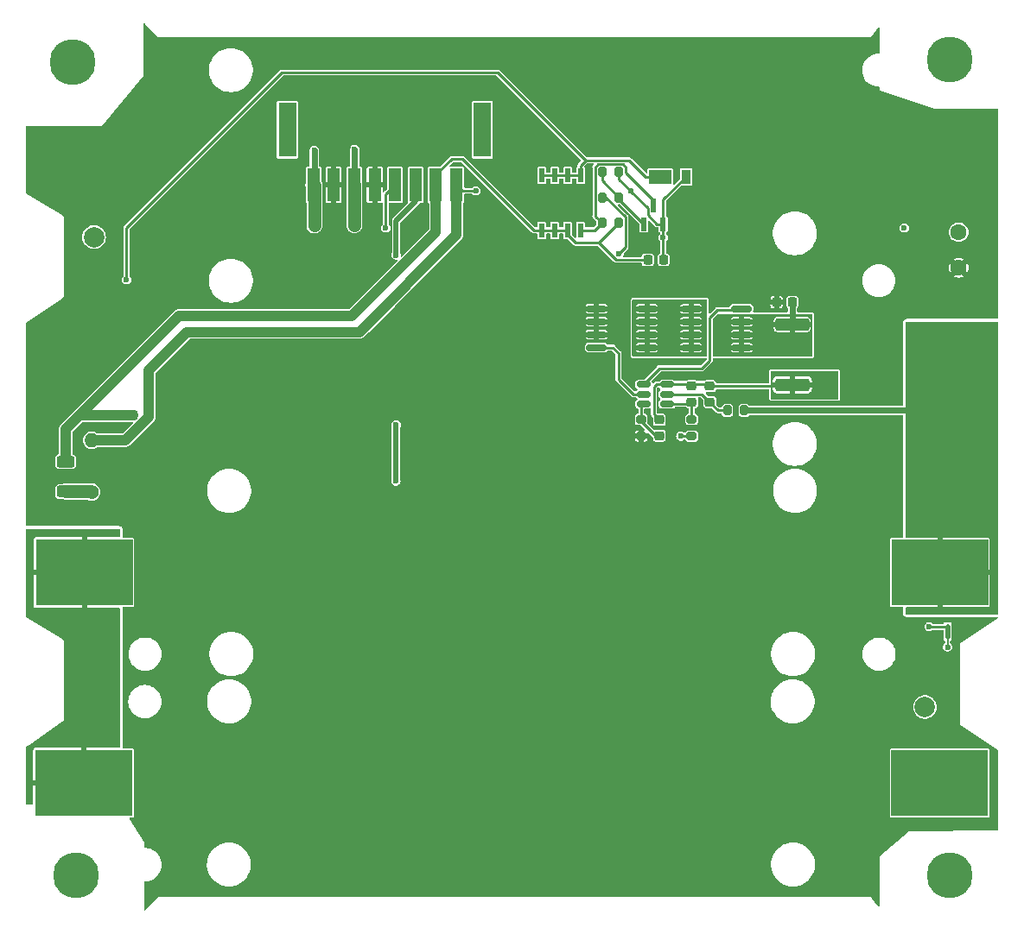
<source format=gtl>
%TF.GenerationSoftware,KiCad,Pcbnew,7.0.2-0*%
%TF.CreationDate,2024-05-07T22:45:00-07:00*%
%TF.ProjectId,batteryboard,62617474-6572-4796-926f-6172642e6b69,v2B*%
%TF.SameCoordinates,Original*%
%TF.FileFunction,Copper,L1,Top*%
%TF.FilePolarity,Positive*%
%FSLAX46Y46*%
G04 Gerber Fmt 4.6, Leading zero omitted, Abs format (unit mm)*
G04 Created by KiCad (PCBNEW 7.0.2-0) date 2024-05-07 22:45:00*
%MOMM*%
%LPD*%
G01*
G04 APERTURE LIST*
G04 Aperture macros list*
%AMRoundRect*
0 Rectangle with rounded corners*
0 $1 Rounding radius*
0 $2 $3 $4 $5 $6 $7 $8 $9 X,Y pos of 4 corners*
0 Add a 4 corners polygon primitive as box body*
4,1,4,$2,$3,$4,$5,$6,$7,$8,$9,$2,$3,0*
0 Add four circle primitives for the rounded corners*
1,1,$1+$1,$2,$3*
1,1,$1+$1,$4,$5*
1,1,$1+$1,$6,$7*
1,1,$1+$1,$8,$9*
0 Add four rect primitives between the rounded corners*
20,1,$1+$1,$2,$3,$4,$5,0*
20,1,$1+$1,$4,$5,$6,$7,0*
20,1,$1+$1,$6,$7,$8,$9,0*
20,1,$1+$1,$8,$9,$2,$3,0*%
G04 Aperture macros list end*
%TA.AperFunction,SMDPad,CuDef*%
%ADD10R,1.244600X3.251200*%
%TD*%
%TA.AperFunction,SMDPad,CuDef*%
%ADD11R,1.752600X5.359400*%
%TD*%
%TA.AperFunction,SMDPad,CuDef*%
%ADD12R,9.467600X6.477000*%
%TD*%
%TA.AperFunction,SMDPad,CuDef*%
%ADD13RoundRect,0.150000X-0.512500X-0.150000X0.512500X-0.150000X0.512500X0.150000X-0.512500X0.150000X0*%
%TD*%
%TA.AperFunction,SMDPad,CuDef*%
%ADD14RoundRect,0.225000X-0.250000X0.225000X-0.250000X-0.225000X0.250000X-0.225000X0.250000X0.225000X0*%
%TD*%
%TA.AperFunction,SMDPad,CuDef*%
%ADD15RoundRect,0.225000X0.225000X0.250000X-0.225000X0.250000X-0.225000X-0.250000X0.225000X-0.250000X0*%
%TD*%
%TA.AperFunction,SMDPad,CuDef*%
%ADD16RoundRect,0.200000X0.200000X0.275000X-0.200000X0.275000X-0.200000X-0.275000X0.200000X-0.275000X0*%
%TD*%
%TA.AperFunction,SMDPad,CuDef*%
%ADD17RoundRect,0.200000X0.275000X-0.200000X0.275000X0.200000X-0.275000X0.200000X-0.275000X-0.200000X0*%
%TD*%
%TA.AperFunction,SMDPad,CuDef*%
%ADD18RoundRect,0.150000X-0.825000X-0.150000X0.825000X-0.150000X0.825000X0.150000X-0.825000X0.150000X0*%
%TD*%
%TA.AperFunction,SMDPad,CuDef*%
%ADD19RoundRect,0.150000X0.825000X0.150000X-0.825000X0.150000X-0.825000X-0.150000X0.825000X-0.150000X0*%
%TD*%
%TA.AperFunction,SMDPad,CuDef*%
%ADD20RoundRect,0.200000X-0.275000X0.200000X-0.275000X-0.200000X0.275000X-0.200000X0.275000X0.200000X0*%
%TD*%
%TA.AperFunction,SMDPad,CuDef*%
%ADD21RoundRect,0.250000X1.425000X-0.362500X1.425000X0.362500X-1.425000X0.362500X-1.425000X-0.362500X0*%
%TD*%
%TA.AperFunction,ComponentPad*%
%ADD22C,2.000000*%
%TD*%
%TA.AperFunction,ComponentPad*%
%ADD23C,4.500000*%
%TD*%
%TA.AperFunction,ComponentPad*%
%ADD24C,1.600200*%
%TD*%
%TA.AperFunction,SMDPad,CuDef*%
%ADD25RoundRect,0.250000X-0.625000X0.312500X-0.625000X-0.312500X0.625000X-0.312500X0.625000X0.312500X0*%
%TD*%
%TA.AperFunction,ComponentPad*%
%ADD26C,1.400000*%
%TD*%
%TA.AperFunction,ComponentPad*%
%ADD27O,1.400000X1.400000*%
%TD*%
%TA.AperFunction,SMDPad,CuDef*%
%ADD28RoundRect,0.200000X-0.200000X-0.275000X0.200000X-0.275000X0.200000X0.275000X-0.200000X0.275000X0*%
%TD*%
%TA.AperFunction,SMDPad,CuDef*%
%ADD29R,0.900000X1.400000*%
%TD*%
%TA.AperFunction,SMDPad,CuDef*%
%ADD30R,2.200000X1.400000*%
%TD*%
%TA.AperFunction,SMDPad,CuDef*%
%ADD31R,0.558800X1.320800*%
%TD*%
%TA.AperFunction,SMDPad,CuDef*%
%ADD32RoundRect,0.225000X-0.225000X-0.250000X0.225000X-0.250000X0.225000X0.250000X-0.225000X0.250000X0*%
%TD*%
%TA.AperFunction,SMDPad,CuDef*%
%ADD33C,0.500000*%
%TD*%
%TA.AperFunction,SMDPad,CuDef*%
%ADD34R,0.558800X1.422400*%
%TD*%
%TA.AperFunction,ViaPad*%
%ADD35C,0.600000*%
%TD*%
%TA.AperFunction,Conductor*%
%ADD36C,0.279400*%
%TD*%
%TA.AperFunction,Conductor*%
%ADD37C,0.271780*%
%TD*%
%TA.AperFunction,Conductor*%
%ADD38C,0.609600*%
%TD*%
%TA.AperFunction,Conductor*%
%ADD39C,1.270000*%
%TD*%
%TA.AperFunction,Conductor*%
%ADD40C,0.508000*%
%TD*%
%TA.AperFunction,Conductor*%
%ADD41C,1.000000*%
%TD*%
%TA.AperFunction,Conductor*%
%ADD42C,0.177800*%
%TD*%
G04 APERTURE END LIST*
%TA.AperFunction,EtchedComponent*%
G36*
X144061100Y-115521700D02*
G01*
X143561100Y-115521700D01*
X143561100Y-114521700D01*
X144061100Y-114521700D01*
X144061100Y-115521700D01*
G37*
%TD.AperFunction*%
D10*
X81680301Y-71185900D03*
X83680300Y-71185900D03*
X85680301Y-71185900D03*
X87680299Y-71185900D03*
X89680301Y-71185900D03*
X91680299Y-71185900D03*
X93680300Y-71185900D03*
X95680301Y-71185900D03*
D11*
X98230301Y-65760899D03*
X79130299Y-65760899D03*
D12*
X143027400Y-129844800D03*
X59207400Y-129844800D03*
D13*
X114051500Y-90744000D03*
X114051500Y-91694000D03*
X114051500Y-92644000D03*
X116326500Y-92644000D03*
X116326500Y-91694000D03*
X116326500Y-90744000D03*
D12*
X59232800Y-109194600D03*
X143052800Y-109194600D03*
D14*
X120523000Y-90919000D03*
X120523000Y-92469000D03*
X118745000Y-90919000D03*
X118745000Y-92469000D03*
X115570000Y-94221000D03*
X115570000Y-95771000D03*
D15*
X128600500Y-82677000D03*
X127050500Y-82677000D03*
D16*
X123888000Y-93281500D03*
X122238000Y-93281500D03*
D17*
X118745000Y-95821000D03*
X118745000Y-94171000D03*
D18*
X109412000Y-83312000D03*
X109412000Y-84582000D03*
X109412000Y-85852000D03*
X109412000Y-87122000D03*
X114362000Y-87122000D03*
X114362000Y-85852000D03*
X114362000Y-84582000D03*
X114362000Y-83312000D03*
D19*
X123633000Y-87122000D03*
X123633000Y-85852000D03*
X123633000Y-84582000D03*
X123633000Y-83312000D03*
X118683000Y-83312000D03*
X118683000Y-84582000D03*
X118683000Y-85852000D03*
X118683000Y-87122000D03*
D20*
X113792000Y-94171000D03*
X113792000Y-95821000D03*
D21*
X128587500Y-90783000D03*
X128587500Y-84858000D03*
D22*
X141592300Y-122389900D03*
X60185300Y-76288900D03*
D23*
X144010300Y-138899900D03*
X58060700Y-59098900D03*
X58441700Y-138854900D03*
X144010300Y-58889900D03*
D24*
X144903300Y-79312103D03*
X144903300Y-75812100D03*
D25*
X57391300Y-98321400D03*
X57391300Y-101246400D03*
D26*
X59939300Y-101307900D03*
D27*
X59939300Y-96227900D03*
D28*
X109960300Y-69899900D03*
X111610300Y-69899900D03*
D29*
X118194700Y-70378900D03*
D30*
X115644700Y-70378900D03*
D16*
X111610300Y-72409900D03*
X109960300Y-72409900D03*
D31*
X114039600Y-75034900D03*
X115944600Y-75034900D03*
X114992100Y-73155300D03*
D32*
X64016700Y-93769900D03*
X65566700Y-93769900D03*
D33*
X143811100Y-114521700D03*
X143811100Y-115521700D03*
D34*
X104034700Y-75634300D03*
X105304700Y-75634300D03*
X106574700Y-75634300D03*
X107844700Y-75634300D03*
X107844700Y-70249500D03*
X106574700Y-70249500D03*
X105304700Y-70249500D03*
X104034700Y-70249500D03*
D32*
X114435700Y-78529900D03*
X115985700Y-78529900D03*
D28*
X109960300Y-74919900D03*
X111610300Y-74919900D03*
D35*
X143256000Y-129794000D03*
X146558000Y-129794000D03*
X145034000Y-129794000D03*
X141732000Y-129794000D03*
X146558000Y-132080000D03*
X141732000Y-132080000D03*
X143256000Y-132080000D03*
X145034000Y-132080000D03*
X131873100Y-90678000D03*
X132711300Y-90678000D03*
X131064000Y-90678000D03*
X131873100Y-91567000D03*
X131064000Y-91567000D03*
X132711300Y-91567000D03*
X143256000Y-127508000D03*
X146558000Y-127508000D03*
X145034000Y-127508000D03*
X131873100Y-89789000D03*
X141732000Y-127508000D03*
X131064000Y-89789000D03*
X132711300Y-89789000D03*
X59995700Y-121881900D03*
X59995700Y-118325900D03*
X59995700Y-120103900D03*
X59995700Y-116547900D03*
X61519700Y-116547900D03*
X61519700Y-118325900D03*
X61519700Y-121881900D03*
X61519700Y-120103900D03*
X58471700Y-120103900D03*
X58471700Y-118325900D03*
X58471700Y-116547900D03*
X58471700Y-121881900D03*
X117665498Y-95821500D03*
X140843000Y-94742000D03*
X143002000Y-94742000D03*
X145288000Y-94742000D03*
X147447000Y-94742000D03*
X145288000Y-96139000D03*
X140843000Y-96139000D03*
X143002000Y-96139000D03*
X147447000Y-96139000D03*
X140843000Y-93345000D03*
X85712300Y-75145900D03*
X143002000Y-93345000D03*
X81775300Y-67779900D03*
X85725000Y-67691000D03*
X81775300Y-75145900D03*
X147447000Y-93345000D03*
X81775300Y-68795900D03*
X145288000Y-93345000D03*
X85725000Y-68961000D03*
X89776300Y-78066900D03*
X89759900Y-100221500D03*
X89776300Y-94703900D03*
X139560300Y-75399900D03*
X63360300Y-80479900D03*
X143811100Y-116502900D03*
X111620300Y-77939900D03*
X88760300Y-75399900D03*
X115944700Y-76353900D03*
X141994700Y-114503900D03*
X97594700Y-71753900D03*
X112794700Y-71778900D03*
D36*
X119761000Y-91694000D02*
X120523000Y-92456000D01*
X121323000Y-93281500D02*
X120523000Y-92481500D01*
X122275500Y-93281500D02*
X121323000Y-93281500D01*
X116589000Y-91694000D02*
X119761000Y-91694000D01*
X120523000Y-92456000D02*
X120523000Y-92481500D01*
X118745000Y-90678000D02*
X120294500Y-90678000D01*
X120523000Y-90906500D02*
X128401500Y-90906500D01*
X118745000Y-90906500D02*
X118745000Y-90678000D01*
D37*
X115032900Y-91001300D02*
X115290200Y-90744000D01*
D36*
X120294500Y-90678000D02*
X120523000Y-90906500D01*
D37*
X115290200Y-90744000D02*
X116326500Y-90744000D01*
D36*
X116655000Y-90678000D02*
X118745000Y-90678000D01*
D37*
X115570000Y-94208500D02*
X115032900Y-93671400D01*
D36*
X128401500Y-90906500D02*
X128587500Y-90720500D01*
X116589000Y-90744000D02*
X116655000Y-90678000D01*
D37*
X115032900Y-93671400D02*
X115032900Y-91001300D01*
D36*
X117703498Y-95783500D02*
X117665498Y-95821500D01*
X118745000Y-95783500D02*
X117703498Y-95783500D01*
D38*
X85712300Y-71272900D02*
X85776300Y-71208900D01*
X81776301Y-71208900D02*
X81776301Y-68796901D01*
D39*
X81775300Y-71209901D02*
X81776301Y-71208900D01*
D37*
X85680301Y-69005699D02*
X85725000Y-68961000D01*
D38*
X85725000Y-71157600D02*
X85776300Y-71208900D01*
X85725000Y-67691000D02*
X85725000Y-68961000D01*
X140779500Y-93281500D02*
X140843000Y-93345000D01*
X81776301Y-68796901D02*
X81775300Y-68795900D01*
X85725000Y-68961000D02*
X85725000Y-71157600D01*
D39*
X81775300Y-71280899D02*
X81680301Y-71185900D01*
D37*
X85680301Y-71185900D02*
X85680301Y-69005699D01*
D38*
X123850500Y-93281500D02*
X140779500Y-93281500D01*
D37*
X85712300Y-75145900D02*
X85680301Y-75113901D01*
D39*
X81775300Y-75145900D02*
X81775300Y-71280899D01*
X85680301Y-75113901D02*
X85680301Y-71185900D01*
D38*
X81775300Y-67779900D02*
X81775300Y-68795900D01*
D37*
X118745000Y-92481500D02*
X118745000Y-94208500D01*
D36*
X116589000Y-92644000D02*
X118582500Y-92644000D01*
D38*
X128613000Y-84895000D02*
X128587500Y-84920500D01*
X128613000Y-82677000D02*
X128613000Y-84895000D01*
D39*
X57391300Y-101246400D02*
X59877800Y-101246400D01*
D40*
X89776300Y-74715499D02*
X91680299Y-72811500D01*
D39*
X59877800Y-101246400D02*
X59939300Y-101307900D01*
D40*
X91680299Y-72811500D02*
X91680299Y-71185900D01*
X89759900Y-94720300D02*
X89776300Y-94703900D01*
X89759900Y-100221500D02*
X89759900Y-94720300D01*
X89776300Y-78066900D02*
X89776300Y-74715499D01*
D36*
X113792000Y-94208500D02*
X113792000Y-94361000D01*
X113789000Y-94205500D02*
X113792000Y-94208500D01*
X113789000Y-92644000D02*
X113789000Y-94205500D01*
X115214500Y-95783500D02*
X115570000Y-95783500D01*
X113792000Y-94361000D02*
X115214500Y-95783500D01*
X119761000Y-89154000D02*
X115570000Y-89154000D01*
X121285000Y-83439000D02*
X120523000Y-84201000D01*
X120523000Y-88392000D02*
X119761000Y-89154000D01*
X115570000Y-89225500D02*
X114051500Y-90744000D01*
X123506000Y-83439000D02*
X121285000Y-83439000D01*
X120523000Y-84201000D02*
X120523000Y-88392000D01*
X115570000Y-89154000D02*
X115570000Y-89225500D01*
X123633000Y-83312000D02*
X123506000Y-83439000D01*
D41*
X58949700Y-93769900D02*
X64016700Y-93769900D01*
D37*
X109680210Y-76849990D02*
X111360120Y-78529900D01*
D41*
X57391300Y-98321400D02*
X57391300Y-95125100D01*
D37*
X58848100Y-93668300D02*
X58949700Y-93769900D01*
X109680210Y-76849990D02*
X111610300Y-74919900D01*
X93680300Y-70182600D02*
X93680300Y-71185900D01*
D41*
X93680300Y-75803300D02*
X93680300Y-71185900D01*
D37*
X104034700Y-75634300D02*
X103275100Y-75634300D01*
X103275100Y-75634300D02*
X96269700Y-68628900D01*
D41*
X57391300Y-95125100D02*
X58848100Y-93668300D01*
D37*
X104034700Y-75634300D02*
X106574700Y-75634300D01*
X106574700Y-75634300D02*
X106574700Y-76066100D01*
D41*
X85447700Y-84035900D02*
X93680300Y-75803300D01*
D37*
X96269700Y-68628900D02*
X95234000Y-68628900D01*
X111360120Y-78529900D02*
X114435700Y-78529900D01*
X107358590Y-76849990D02*
X109680210Y-76849990D01*
X95234000Y-68628900D02*
X93680300Y-70182600D01*
D41*
X58848100Y-93668300D02*
X68480500Y-84035900D01*
D37*
X106574700Y-76066100D02*
X107358590Y-76849990D01*
D41*
X68480500Y-84035900D02*
X85447700Y-84035900D01*
D36*
X111569500Y-90253900D02*
X111569500Y-87693500D01*
X110998000Y-87122000D02*
X109412000Y-87122000D01*
X113009600Y-91694000D02*
X111569500Y-90253900D01*
X113789000Y-91694000D02*
X113009600Y-91694000D01*
X111569500Y-87693500D02*
X110998000Y-87122000D01*
D37*
X112603630Y-68763230D02*
X114219300Y-70378900D01*
X108360570Y-68763230D02*
X99757240Y-60159900D01*
X106574700Y-70249500D02*
X105304700Y-70249500D01*
X107844700Y-70249500D02*
X106574700Y-70249500D01*
X107844700Y-69279100D02*
X107844700Y-70249500D01*
X99757240Y-60159900D02*
X78600300Y-60159900D01*
X78600300Y-60159900D02*
X63360300Y-75399900D01*
X105304700Y-70249500D02*
X104034700Y-70249500D01*
X63360300Y-75399900D02*
X63360300Y-80479900D01*
X108360570Y-68763230D02*
X107844700Y-69279100D01*
X114219300Y-70378900D02*
X115644700Y-70378900D01*
D42*
X143811100Y-116502900D02*
X143811100Y-115521700D01*
D37*
X108360570Y-68763230D02*
X112603630Y-68763230D01*
X112273190Y-77287010D02*
X111620300Y-77939900D01*
X112273190Y-74322790D02*
X112273190Y-77287010D01*
X109960300Y-72409900D02*
X110360300Y-72409900D01*
X88760300Y-72105901D02*
X89680301Y-71185900D01*
X110360300Y-72409900D02*
X112273190Y-74322790D01*
X88760300Y-75399900D02*
X88760300Y-72105901D01*
X109960300Y-70759900D02*
X111610300Y-72409900D01*
X109960300Y-69899900D02*
X109960300Y-70759900D01*
X111610300Y-72409900D02*
X111610300Y-72605600D01*
X111610300Y-72605600D02*
X114039600Y-75034900D01*
D41*
X65569700Y-93766900D02*
X65569700Y-89328900D01*
D37*
X115944600Y-76354000D02*
X115944600Y-78488800D01*
X115351184Y-75034900D02*
X114427894Y-74111610D01*
X115944600Y-78488800D02*
X115985700Y-78529900D01*
X112769700Y-71778900D02*
X111610300Y-70619500D01*
X115944600Y-75034900D02*
X115944600Y-76353800D01*
D41*
X69294700Y-85603900D02*
X86169700Y-85603900D01*
D37*
X115944600Y-75034900D02*
X115351184Y-75034900D01*
D41*
X65566700Y-93769900D02*
X65569700Y-93766900D01*
X65566700Y-93899810D02*
X65566700Y-93769900D01*
D37*
X115944700Y-76353900D02*
X115944600Y-76354000D01*
X97594700Y-71753900D02*
X96248301Y-71753900D01*
X115944600Y-76353800D02*
X115944700Y-76353900D01*
D41*
X95680301Y-76093299D02*
X95680301Y-71185900D01*
D37*
X112794700Y-71778900D02*
X112769700Y-71778900D01*
X115944600Y-75034900D02*
X115944600Y-72629000D01*
D41*
X86169700Y-85603900D02*
X95680301Y-76093299D01*
D37*
X114427894Y-74111610D02*
X114427894Y-73437094D01*
X142012500Y-114521700D02*
X141994700Y-114503900D01*
D41*
X59939300Y-96227900D02*
X63238610Y-96227900D01*
D37*
X115944600Y-72629000D02*
X118194700Y-70378900D01*
X111610300Y-70619500D02*
X111610300Y-69899900D01*
D41*
X63238610Y-96227900D02*
X65566700Y-93899810D01*
D37*
X96248301Y-71753900D02*
X95680301Y-71185900D01*
X114427894Y-73437094D02*
X112794700Y-71803900D01*
X112794700Y-71803900D02*
X112794700Y-71778900D01*
X143811100Y-114521700D02*
X142012500Y-114521700D01*
D41*
X65569700Y-89328900D02*
X69294700Y-85603900D01*
D37*
X112002036Y-69162010D02*
X112273190Y-69433164D01*
X112273190Y-69998830D02*
X114992100Y-72717740D01*
X112273190Y-69433164D02*
X112273190Y-69998830D01*
X109245900Y-75634300D02*
X109960300Y-74919900D01*
X109297410Y-69433164D02*
X109568564Y-69162010D01*
X109960300Y-74919900D02*
X109297410Y-74257010D01*
X109568564Y-69162010D02*
X112002036Y-69162010D01*
X107844700Y-75634300D02*
X109245900Y-75634300D01*
X114992100Y-72717740D02*
X114992100Y-73155300D01*
X109297410Y-74257010D02*
X109297410Y-69433164D01*
%TA.AperFunction,Conductor*%
G36*
X133069138Y-89425593D02*
G01*
X133094858Y-89470142D01*
X133096000Y-89483200D01*
X133096000Y-92126800D01*
X133078407Y-92175138D01*
X133033858Y-92200858D01*
X133020800Y-92202000D01*
X126567200Y-92202000D01*
X126518862Y-92184407D01*
X126493142Y-92139858D01*
X126492000Y-92126800D01*
X126492000Y-91191696D01*
X126658500Y-91191696D01*
X126658716Y-91195716D01*
X126664952Y-91253735D01*
X126715600Y-91389523D01*
X126802453Y-91505546D01*
X126918473Y-91592397D01*
X127054267Y-91643046D01*
X127112289Y-91649284D01*
X127116300Y-91649499D01*
X128333500Y-91649499D01*
X128333500Y-91037000D01*
X128841500Y-91037000D01*
X128841500Y-91649499D01*
X130058697Y-91649499D01*
X130062716Y-91649283D01*
X130120735Y-91643047D01*
X130256523Y-91592399D01*
X130372546Y-91505546D01*
X130459397Y-91389526D01*
X130510046Y-91253732D01*
X130516284Y-91195710D01*
X130516500Y-91191699D01*
X130516500Y-91037000D01*
X128841500Y-91037000D01*
X128333500Y-91037000D01*
X126658501Y-91037000D01*
X126658500Y-91191696D01*
X126492000Y-91191696D01*
X126492000Y-90529000D01*
X126658500Y-90529000D01*
X128333500Y-90529000D01*
X128333500Y-89916500D01*
X128841500Y-89916500D01*
X128841500Y-90529000D01*
X130516499Y-90529000D01*
X130516499Y-90374303D01*
X130516283Y-90370283D01*
X130510047Y-90312264D01*
X130459399Y-90176476D01*
X130372546Y-90060453D01*
X130256526Y-89973602D01*
X130120732Y-89922953D01*
X130062710Y-89916715D01*
X130058699Y-89916500D01*
X128841500Y-89916500D01*
X128333500Y-89916500D01*
X127116303Y-89916500D01*
X127112283Y-89916716D01*
X127054264Y-89922952D01*
X126918476Y-89973600D01*
X126802453Y-90060453D01*
X126715602Y-90176473D01*
X126664953Y-90312267D01*
X126658715Y-90370289D01*
X126658500Y-90374300D01*
X126658500Y-90529000D01*
X126492000Y-90529000D01*
X126492000Y-89483200D01*
X126509593Y-89434862D01*
X126554142Y-89409142D01*
X126567200Y-89408000D01*
X133020800Y-89408000D01*
X133069138Y-89425593D01*
G37*
%TD.AperFunction*%
%TA.AperFunction,Conductor*%
G36*
X65136799Y-55344265D02*
G01*
X65153698Y-55357574D01*
X65202961Y-55409390D01*
X66291339Y-56554161D01*
X66303913Y-56572111D01*
X66335623Y-56601018D01*
X66339462Y-56604777D01*
X66349403Y-56615233D01*
X66354697Y-56619060D01*
X66361295Y-56624422D01*
X66387067Y-56647916D01*
X66387068Y-56647916D01*
X66387069Y-56647917D01*
X66394316Y-56650725D01*
X66411203Y-56659900D01*
X66417497Y-56664449D01*
X66417499Y-56664450D01*
X66451213Y-56673283D01*
X66459314Y-56675904D01*
X66491827Y-56688500D01*
X66499600Y-56688500D01*
X66518659Y-56690955D01*
X66526176Y-56692925D01*
X66526176Y-56692924D01*
X66526177Y-56692925D01*
X66560802Y-56688983D01*
X66569309Y-56688500D01*
X136104687Y-56688500D01*
X136120254Y-56690129D01*
X136122932Y-56690695D01*
X136136748Y-56693619D01*
X136162265Y-56689472D01*
X136169960Y-56688852D01*
X136171843Y-56688500D01*
X136171844Y-56688500D01*
X136194835Y-56684201D01*
X136196536Y-56683903D01*
X136247641Y-56675601D01*
X136247644Y-56675599D01*
X136251288Y-56675007D01*
X136254429Y-56673061D01*
X136254433Y-56673061D01*
X136298450Y-56645806D01*
X136299860Y-56644956D01*
X136344535Y-56618741D01*
X136344536Y-56618738D01*
X136347723Y-56616869D01*
X136349949Y-56613920D01*
X136349952Y-56613919D01*
X136381166Y-56572583D01*
X136382127Y-56571341D01*
X137025881Y-55759651D01*
X137069702Y-55732712D01*
X137120588Y-55740243D01*
X137154728Y-55778720D01*
X137160000Y-55806381D01*
X137160000Y-58222100D01*
X137142407Y-58270438D01*
X137097858Y-58296158D01*
X137084800Y-58297300D01*
X137007405Y-58297300D01*
X137005935Y-58297415D01*
X137005927Y-58297416D01*
X136816688Y-58312309D01*
X136568545Y-58371882D01*
X136332769Y-58469544D01*
X136115175Y-58602886D01*
X135921122Y-58768622D01*
X135755386Y-58962675D01*
X135622044Y-59180269D01*
X135524382Y-59416045D01*
X135464809Y-59664188D01*
X135444786Y-59918599D01*
X135464809Y-60173011D01*
X135524382Y-60421154D01*
X135622044Y-60656930D01*
X135755386Y-60874524D01*
X135921122Y-61068577D01*
X136030363Y-61161877D01*
X136115177Y-61234315D01*
X136332769Y-61367655D01*
X136568542Y-61465316D01*
X136568543Y-61465316D01*
X136568545Y-61465317D01*
X136816688Y-61524890D01*
X136836413Y-61526442D01*
X137007405Y-61539900D01*
X137008885Y-61539900D01*
X137084800Y-61539900D01*
X137133138Y-61557493D01*
X137158858Y-61602042D01*
X137160000Y-61615100D01*
X137160000Y-61937900D01*
X142608300Y-63715900D01*
X148711348Y-63715900D01*
X148759686Y-63733493D01*
X148785406Y-63778042D01*
X148786548Y-63791084D01*
X148789000Y-74983691D01*
X148791002Y-84129850D01*
X148791029Y-84249351D01*
X148773446Y-84297692D01*
X148728904Y-84323422D01*
X148715829Y-84324567D01*
X139775200Y-84324567D01*
X139774390Y-84324602D01*
X139774360Y-84324603D01*
X139753440Y-84325516D01*
X139753397Y-84325518D01*
X139752591Y-84325554D01*
X139751766Y-84325626D01*
X139751753Y-84325627D01*
X139739533Y-84326696D01*
X139738726Y-84326780D01*
X139728279Y-84327925D01*
X139632393Y-84360474D01*
X139587845Y-84386193D01*
X139526268Y-84435615D01*
X139473741Y-84522178D01*
X139461471Y-84555892D01*
X139456149Y-84570515D01*
X139441149Y-84655590D01*
X139440500Y-84659269D01*
X139440500Y-92748600D01*
X139422907Y-92796938D01*
X139378358Y-92822658D01*
X139365300Y-92823800D01*
X124435526Y-92823800D01*
X124387188Y-92806207D01*
X124382352Y-92801774D01*
X124295899Y-92715321D01*
X124190087Y-92663593D01*
X124121496Y-92653600D01*
X124121494Y-92653600D01*
X123654506Y-92653600D01*
X123654504Y-92653600D01*
X123585912Y-92663593D01*
X123480100Y-92715321D01*
X123396821Y-92798600D01*
X123345093Y-92904412D01*
X123335100Y-92973004D01*
X123335100Y-93589995D01*
X123345093Y-93658587D01*
X123396821Y-93764399D01*
X123480100Y-93847678D01*
X123480101Y-93847678D01*
X123480102Y-93847679D01*
X123485852Y-93850490D01*
X123585912Y-93899406D01*
X123654504Y-93909400D01*
X123654506Y-93909400D01*
X124121496Y-93909400D01*
X124167223Y-93902737D01*
X124190088Y-93899406D01*
X124295898Y-93847679D01*
X124337195Y-93806382D01*
X124382352Y-93761226D01*
X124428972Y-93739486D01*
X124435526Y-93739200D01*
X139365300Y-93739200D01*
X139413638Y-93756793D01*
X139439358Y-93801342D01*
X139440500Y-93814400D01*
X139440500Y-105728000D01*
X139422907Y-105776338D01*
X139378358Y-105802058D01*
X139365300Y-105803200D01*
X138303942Y-105803200D01*
X138259341Y-105812072D01*
X138208765Y-105845866D01*
X138174971Y-105896441D01*
X138166100Y-105941042D01*
X138166100Y-112448157D01*
X138174972Y-112492758D01*
X138208766Y-112543334D01*
X138259341Y-112577128D01*
X138268212Y-112578892D01*
X138303943Y-112586000D01*
X139365300Y-112585999D01*
X139413638Y-112603592D01*
X139439358Y-112648141D01*
X139440500Y-112661198D01*
X139440500Y-113210867D01*
X139440535Y-113211677D01*
X139440536Y-113211706D01*
X139441449Y-113232626D01*
X139441451Y-113232666D01*
X139441487Y-113233476D01*
X139441559Y-113234303D01*
X139441560Y-113234313D01*
X139442629Y-113246534D01*
X139442713Y-113247341D01*
X139443858Y-113257787D01*
X139476407Y-113353673D01*
X139502126Y-113398221D01*
X139502128Y-113398223D01*
X139551548Y-113459799D01*
X139638110Y-113512325D01*
X139686448Y-113529918D01*
X139775200Y-113545567D01*
X139775202Y-113545567D01*
X148678751Y-113545567D01*
X148727089Y-113563160D01*
X148752809Y-113607709D01*
X148743876Y-113658367D01*
X148720629Y-113683226D01*
X147465019Y-114525095D01*
X145162455Y-116068931D01*
X145154099Y-116073786D01*
X145125470Y-116088042D01*
X145094717Y-116121775D01*
X145091790Y-116124811D01*
X145057541Y-116158386D01*
X145050633Y-116168872D01*
X145033295Y-116213625D01*
X145031661Y-116217515D01*
X145011853Y-116261193D01*
X145009200Y-116273471D01*
X145009200Y-116321460D01*
X145009081Y-116325681D01*
X145006388Y-116373574D01*
X145009200Y-116391366D01*
X145009200Y-123927800D01*
X145008579Y-123937447D01*
X145004477Y-123969158D01*
X145015366Y-124013477D01*
X145016257Y-124017601D01*
X145025072Y-124064752D01*
X145029933Y-124076324D01*
X145031285Y-124078256D01*
X145031286Y-124078259D01*
X145057448Y-124115646D01*
X145059761Y-124119159D01*
X145085023Y-124159959D01*
X145093734Y-124168992D01*
X145095697Y-124170308D01*
X145133621Y-124195735D01*
X145136999Y-124198139D01*
X145170034Y-124223087D01*
X145175324Y-124227082D01*
X145191661Y-124234650D01*
X148764014Y-126629861D01*
X148794364Y-126671392D01*
X148797335Y-126692382D01*
X148791028Y-134383218D01*
X148773395Y-134431541D01*
X148728826Y-134457224D01*
X148716902Y-134458348D01*
X140068302Y-134581899D01*
X140068297Y-134581901D01*
X137147301Y-136994898D01*
X137147300Y-136994899D01*
X137155265Y-141878201D01*
X137137750Y-141926568D01*
X137093244Y-141952360D01*
X137042571Y-141943510D01*
X137020822Y-141924640D01*
X136425832Y-141163543D01*
X136417767Y-141150758D01*
X136409658Y-141134472D01*
X136401558Y-141127088D01*
X136391543Y-141117958D01*
X136387682Y-141113793D01*
X136366299Y-141094944D01*
X136324710Y-141057030D01*
X136271921Y-141037587D01*
X136219444Y-141017258D01*
X136163803Y-141018189D01*
X136163189Y-141018200D01*
X66626132Y-141018200D01*
X66604459Y-141014944D01*
X66564543Y-141017800D01*
X66561642Y-141018008D01*
X66556277Y-141018200D01*
X66541855Y-141018200D01*
X66535430Y-141019400D01*
X66526992Y-141020486D01*
X66492221Y-141022974D01*
X66485182Y-141026297D01*
X66466912Y-141032208D01*
X66459268Y-141033637D01*
X66429640Y-141051981D01*
X66422159Y-141056046D01*
X66390628Y-141070931D01*
X66385266Y-141076571D01*
X66370362Y-141088684D01*
X66363748Y-141092779D01*
X66342744Y-141120592D01*
X66337234Y-141127088D01*
X65212253Y-142310314D01*
X65166196Y-142333223D01*
X65116189Y-142321167D01*
X65085630Y-142279787D01*
X65082554Y-142258504D01*
X65082554Y-139542299D01*
X65100147Y-139493962D01*
X65144696Y-139468242D01*
X65157754Y-139467100D01*
X65251315Y-139467100D01*
X65252795Y-139467100D01*
X65443511Y-139452090D01*
X65691658Y-139392516D01*
X65927431Y-139294855D01*
X66145023Y-139161515D01*
X66339077Y-138995777D01*
X66504815Y-138801723D01*
X66638155Y-138584131D01*
X66735816Y-138348358D01*
X66795390Y-138100211D01*
X66803813Y-137993186D01*
X71238600Y-137993186D01*
X71238948Y-137995723D01*
X71238949Y-137995727D01*
X71278388Y-138282670D01*
X71278390Y-138282680D01*
X71278738Y-138285211D01*
X71358266Y-138569051D01*
X71359285Y-138571398D01*
X71359288Y-138571405D01*
X71364816Y-138584131D01*
X71475703Y-138839419D01*
X71628862Y-139091277D01*
X71814888Y-139319934D01*
X72030317Y-139521131D01*
X72271136Y-139691119D01*
X72532859Y-139826733D01*
X72810610Y-139925446D01*
X72813129Y-139925969D01*
X72813131Y-139925970D01*
X72864797Y-139936706D01*
X73099216Y-139985419D01*
X73319691Y-140000500D01*
X73320964Y-140000500D01*
X73465636Y-140000500D01*
X73466909Y-140000500D01*
X73687384Y-139985419D01*
X73975990Y-139925446D01*
X74253741Y-139826733D01*
X74515464Y-139691119D01*
X74756283Y-139521131D01*
X74971712Y-139319934D01*
X75157738Y-139091277D01*
X75310897Y-138839419D01*
X75428334Y-138569051D01*
X75507862Y-138285211D01*
X75548000Y-137993186D01*
X126509000Y-137993186D01*
X126509348Y-137995723D01*
X126509349Y-137995727D01*
X126548788Y-138282670D01*
X126548790Y-138282680D01*
X126549138Y-138285211D01*
X126628666Y-138569051D01*
X126629685Y-138571398D01*
X126629688Y-138571405D01*
X126635216Y-138584131D01*
X126746103Y-138839419D01*
X126899262Y-139091277D01*
X127085288Y-139319934D01*
X127300717Y-139521131D01*
X127541536Y-139691119D01*
X127803259Y-139826733D01*
X128081010Y-139925446D01*
X128083529Y-139925969D01*
X128083531Y-139925970D01*
X128135197Y-139936706D01*
X128369616Y-139985419D01*
X128590091Y-140000500D01*
X128591364Y-140000500D01*
X128736036Y-140000500D01*
X128737309Y-140000500D01*
X128957784Y-139985419D01*
X129246390Y-139925446D01*
X129524141Y-139826733D01*
X129785864Y-139691119D01*
X130026683Y-139521131D01*
X130242112Y-139319934D01*
X130428138Y-139091277D01*
X130581297Y-138839419D01*
X130698734Y-138569051D01*
X130778262Y-138285211D01*
X130818400Y-137993186D01*
X130818400Y-137698414D01*
X130778262Y-137406389D01*
X130698734Y-137122549D01*
X130581297Y-136852181D01*
X130428138Y-136600323D01*
X130242112Y-136371666D01*
X130026683Y-136170469D01*
X129785864Y-136000481D01*
X129783588Y-135999301D01*
X129783582Y-135999298D01*
X129526413Y-135866044D01*
X129526409Y-135866042D01*
X129524141Y-135864867D01*
X129521733Y-135864011D01*
X129521728Y-135864009D01*
X129248816Y-135767016D01*
X129248813Y-135767015D01*
X129246390Y-135766154D01*
X129243880Y-135765632D01*
X129243868Y-135765629D01*
X128960297Y-135706703D01*
X128960294Y-135706702D01*
X128957784Y-135706181D01*
X128955226Y-135706006D01*
X128738574Y-135691186D01*
X128738558Y-135691185D01*
X128737309Y-135691100D01*
X128590091Y-135691100D01*
X128588842Y-135691185D01*
X128588825Y-135691186D01*
X128372173Y-135706006D01*
X128372171Y-135706006D01*
X128369616Y-135706181D01*
X128367107Y-135706702D01*
X128367102Y-135706703D01*
X128083531Y-135765629D01*
X128083515Y-135765633D01*
X128081010Y-135766154D01*
X128078590Y-135767013D01*
X128078583Y-135767016D01*
X127805671Y-135864009D01*
X127805661Y-135864013D01*
X127803259Y-135864867D01*
X127800995Y-135866039D01*
X127800986Y-135866044D01*
X127543817Y-135999298D01*
X127543805Y-135999305D01*
X127541536Y-136000481D01*
X127539441Y-136001959D01*
X127539434Y-136001964D01*
X127302820Y-136168984D01*
X127302814Y-136168988D01*
X127300717Y-136170469D01*
X127298843Y-136172218D01*
X127298837Y-136172224D01*
X127087163Y-136369914D01*
X127087156Y-136369920D01*
X127085288Y-136371666D01*
X127083674Y-136373648D01*
X127083670Y-136373654D01*
X126900883Y-136598329D01*
X126900874Y-136598340D01*
X126899262Y-136600323D01*
X126897929Y-136602514D01*
X126897924Y-136602522D01*
X126747439Y-136849983D01*
X126747435Y-136849990D01*
X126746103Y-136852181D01*
X126745080Y-136854535D01*
X126745078Y-136854540D01*
X126629688Y-137120194D01*
X126629683Y-137120205D01*
X126628666Y-137122549D01*
X126627974Y-137125015D01*
X126627973Y-137125021D01*
X126566831Y-137343242D01*
X126549138Y-137406389D01*
X126548790Y-137408916D01*
X126548788Y-137408929D01*
X126523710Y-137591388D01*
X126509000Y-137698414D01*
X126509000Y-137993186D01*
X75548000Y-137993186D01*
X75548000Y-137698414D01*
X75507862Y-137406389D01*
X75428334Y-137122549D01*
X75310897Y-136852181D01*
X75157738Y-136600323D01*
X74971712Y-136371666D01*
X74756283Y-136170469D01*
X74515464Y-136000481D01*
X74513188Y-135999301D01*
X74513182Y-135999298D01*
X74256013Y-135866044D01*
X74256009Y-135866042D01*
X74253741Y-135864867D01*
X74251333Y-135864011D01*
X74251328Y-135864009D01*
X73978416Y-135767016D01*
X73978413Y-135767015D01*
X73975990Y-135766154D01*
X73973480Y-135765632D01*
X73973468Y-135765629D01*
X73689897Y-135706703D01*
X73689894Y-135706702D01*
X73687384Y-135706181D01*
X73684826Y-135706006D01*
X73468174Y-135691186D01*
X73468158Y-135691185D01*
X73466909Y-135691100D01*
X73319691Y-135691100D01*
X73318442Y-135691185D01*
X73318425Y-135691186D01*
X73101773Y-135706006D01*
X73101771Y-135706006D01*
X73099216Y-135706181D01*
X73096707Y-135706702D01*
X73096702Y-135706703D01*
X72813131Y-135765629D01*
X72813115Y-135765633D01*
X72810610Y-135766154D01*
X72808190Y-135767013D01*
X72808183Y-135767016D01*
X72535271Y-135864009D01*
X72535261Y-135864013D01*
X72532859Y-135864867D01*
X72530595Y-135866039D01*
X72530586Y-135866044D01*
X72273417Y-135999298D01*
X72273405Y-135999305D01*
X72271136Y-136000481D01*
X72269041Y-136001959D01*
X72269034Y-136001964D01*
X72032420Y-136168984D01*
X72032414Y-136168988D01*
X72030317Y-136170469D01*
X72028443Y-136172218D01*
X72028437Y-136172224D01*
X71816763Y-136369914D01*
X71816756Y-136369920D01*
X71814888Y-136371666D01*
X71813274Y-136373648D01*
X71813270Y-136373654D01*
X71630483Y-136598329D01*
X71630474Y-136598340D01*
X71628862Y-136600323D01*
X71627529Y-136602514D01*
X71627524Y-136602522D01*
X71477039Y-136849983D01*
X71477035Y-136849990D01*
X71475703Y-136852181D01*
X71474680Y-136854535D01*
X71474678Y-136854540D01*
X71359288Y-137120194D01*
X71359283Y-137120205D01*
X71358266Y-137122549D01*
X71357574Y-137125015D01*
X71357573Y-137125021D01*
X71296431Y-137343242D01*
X71278738Y-137406389D01*
X71278390Y-137408916D01*
X71278388Y-137408929D01*
X71253310Y-137591388D01*
X71238600Y-137698414D01*
X71238600Y-137993186D01*
X66803813Y-137993186D01*
X66815413Y-137845800D01*
X66795390Y-137591389D01*
X66735816Y-137343242D01*
X66638155Y-137107469D01*
X66504815Y-136889877D01*
X66462604Y-136840454D01*
X66339077Y-136695822D01*
X66145024Y-136530086D01*
X66145023Y-136530085D01*
X66036226Y-136463414D01*
X65927430Y-136396744D01*
X65691654Y-136299082D01*
X65443511Y-136239509D01*
X65254272Y-136224616D01*
X65254265Y-136224615D01*
X65252795Y-136224500D01*
X65157754Y-136224500D01*
X65109416Y-136206907D01*
X65083696Y-136162358D01*
X65082554Y-136149300D01*
X65082554Y-135999298D01*
X65082555Y-135636000D01*
X63643151Y-133351487D01*
X63632268Y-133301211D01*
X63656248Y-133255703D01*
X63703870Y-133236255D01*
X63706775Y-133236199D01*
X63956257Y-133236199D01*
X63963656Y-133234727D01*
X64000858Y-133227328D01*
X64051434Y-133193534D01*
X64085228Y-133142958D01*
X64094100Y-133098357D01*
X138140700Y-133098357D01*
X138149572Y-133142958D01*
X138183366Y-133193534D01*
X138233941Y-133227328D01*
X138242813Y-133229092D01*
X138278543Y-133236200D01*
X147776256Y-133236199D01*
X147776257Y-133236199D01*
X147783656Y-133234727D01*
X147820858Y-133227328D01*
X147871434Y-133193534D01*
X147905228Y-133142958D01*
X147914100Y-133098357D01*
X147914099Y-126591244D01*
X147905228Y-126546642D01*
X147871434Y-126496066D01*
X147871433Y-126496065D01*
X147820858Y-126462271D01*
X147776257Y-126453400D01*
X138278542Y-126453400D01*
X138233941Y-126462272D01*
X138183365Y-126496066D01*
X138149571Y-126546641D01*
X138140700Y-126591242D01*
X138140700Y-133098357D01*
X64094100Y-133098357D01*
X64094099Y-126591244D01*
X64085228Y-126546642D01*
X64051434Y-126496066D01*
X64051433Y-126496065D01*
X64000858Y-126462271D01*
X63956257Y-126453400D01*
X63056034Y-126453400D01*
X63007696Y-126435807D01*
X62981976Y-126391258D01*
X62981976Y-126365142D01*
X62988750Y-126326723D01*
X62997500Y-126277100D01*
X62997500Y-121843799D01*
X63537386Y-121843799D01*
X63557409Y-122098211D01*
X63616982Y-122346354D01*
X63714644Y-122582130D01*
X63847986Y-122799724D01*
X64013722Y-122993777D01*
X64122963Y-123087077D01*
X64207777Y-123159515D01*
X64425369Y-123292855D01*
X64661142Y-123390516D01*
X64661143Y-123390516D01*
X64661145Y-123390517D01*
X64909288Y-123450090D01*
X64929013Y-123451642D01*
X65100005Y-123465100D01*
X65101485Y-123465100D01*
X65225915Y-123465100D01*
X65227395Y-123465100D01*
X65418111Y-123450090D01*
X65666258Y-123390516D01*
X65902031Y-123292855D01*
X66119623Y-123159515D01*
X66313677Y-122993777D01*
X66479415Y-122799723D01*
X66612755Y-122582131D01*
X66710416Y-122346358D01*
X66769990Y-122098211D01*
X66778413Y-121991186D01*
X71264000Y-121991186D01*
X71264348Y-121993723D01*
X71264349Y-121993727D01*
X71303788Y-122280670D01*
X71303790Y-122280680D01*
X71304138Y-122283211D01*
X71383666Y-122567051D01*
X71384685Y-122569398D01*
X71384688Y-122569405D01*
X71482089Y-122793645D01*
X71501103Y-122837419D01*
X71654262Y-123089277D01*
X71655880Y-123091266D01*
X71655883Y-123091270D01*
X71786484Y-123251799D01*
X71840288Y-123317934D01*
X72055717Y-123519131D01*
X72296536Y-123689119D01*
X72558259Y-123824733D01*
X72836010Y-123923446D01*
X72838529Y-123923969D01*
X72838531Y-123923970D01*
X72880288Y-123932647D01*
X73124616Y-123983419D01*
X73345091Y-123998500D01*
X73346364Y-123998500D01*
X73491036Y-123998500D01*
X73492309Y-123998500D01*
X73712784Y-123983419D01*
X74001390Y-123923446D01*
X74279141Y-123824733D01*
X74540864Y-123689119D01*
X74781683Y-123519131D01*
X74997112Y-123317934D01*
X75183138Y-123089277D01*
X75336297Y-122837419D01*
X75453734Y-122567051D01*
X75533262Y-122283211D01*
X75573400Y-121991186D01*
X126483600Y-121991186D01*
X126483948Y-121993723D01*
X126483949Y-121993727D01*
X126523388Y-122280670D01*
X126523390Y-122280680D01*
X126523738Y-122283211D01*
X126603266Y-122567051D01*
X126604285Y-122569398D01*
X126604288Y-122569405D01*
X126701689Y-122793645D01*
X126720703Y-122837419D01*
X126873862Y-123089277D01*
X126875480Y-123091266D01*
X126875483Y-123091270D01*
X127006084Y-123251799D01*
X127059888Y-123317934D01*
X127275317Y-123519131D01*
X127516136Y-123689119D01*
X127777859Y-123824733D01*
X128055610Y-123923446D01*
X128058129Y-123923969D01*
X128058131Y-123923970D01*
X128099888Y-123932647D01*
X128344216Y-123983419D01*
X128564691Y-123998500D01*
X128565964Y-123998500D01*
X128710636Y-123998500D01*
X128711909Y-123998500D01*
X128932384Y-123983419D01*
X129220990Y-123923446D01*
X129498741Y-123824733D01*
X129760464Y-123689119D01*
X130001283Y-123519131D01*
X130216712Y-123317934D01*
X130402738Y-123089277D01*
X130555897Y-122837419D01*
X130673334Y-122567051D01*
X130722969Y-122389900D01*
X140434460Y-122389900D01*
X140454175Y-122602652D01*
X140510246Y-122799724D01*
X140512647Y-122808160D01*
X140607885Y-122999424D01*
X140736647Y-123169931D01*
X140894546Y-123313875D01*
X140963725Y-123356709D01*
X141076206Y-123426355D01*
X141137474Y-123450090D01*
X141275442Y-123503539D01*
X141485468Y-123542800D01*
X141485471Y-123542800D01*
X141699129Y-123542800D01*
X141699132Y-123542800D01*
X141909158Y-123503539D01*
X142108393Y-123426355D01*
X142290054Y-123313875D01*
X142447953Y-123169931D01*
X142576715Y-122999424D01*
X142671953Y-122808160D01*
X142730425Y-122602652D01*
X142750139Y-122389900D01*
X142730425Y-122177148D01*
X142671953Y-121971640D01*
X142576715Y-121780376D01*
X142447953Y-121609869D01*
X142425486Y-121589388D01*
X142290054Y-121465925D01*
X142108393Y-121353444D01*
X141945779Y-121290448D01*
X141909158Y-121276261D01*
X141699132Y-121237000D01*
X141485468Y-121237000D01*
X141275442Y-121276261D01*
X141275439Y-121276261D01*
X141275439Y-121276262D01*
X141076206Y-121353444D01*
X140894545Y-121465925D01*
X140736648Y-121609867D01*
X140607885Y-121780376D01*
X140512646Y-121971641D01*
X140454175Y-122177147D01*
X140434460Y-122389900D01*
X130722969Y-122389900D01*
X130752862Y-122283211D01*
X130793000Y-121991186D01*
X130793000Y-121696414D01*
X130752862Y-121404389D01*
X130673334Y-121120549D01*
X130555897Y-120850181D01*
X130402738Y-120598323D01*
X130216712Y-120369666D01*
X130001283Y-120168469D01*
X129760464Y-119998481D01*
X129758188Y-119997301D01*
X129758182Y-119997298D01*
X129501013Y-119864044D01*
X129501009Y-119864042D01*
X129498741Y-119862867D01*
X129496333Y-119862011D01*
X129496328Y-119862009D01*
X129223416Y-119765016D01*
X129223413Y-119765015D01*
X129220990Y-119764154D01*
X129218480Y-119763632D01*
X129218468Y-119763629D01*
X128934897Y-119704703D01*
X128934894Y-119704702D01*
X128932384Y-119704181D01*
X128929826Y-119704006D01*
X128713174Y-119689186D01*
X128713158Y-119689185D01*
X128711909Y-119689100D01*
X128564691Y-119689100D01*
X128563442Y-119689185D01*
X128563425Y-119689186D01*
X128346773Y-119704006D01*
X128346771Y-119704006D01*
X128344216Y-119704181D01*
X128341707Y-119704702D01*
X128341702Y-119704703D01*
X128058131Y-119763629D01*
X128058115Y-119763633D01*
X128055610Y-119764154D01*
X128053190Y-119765013D01*
X128053183Y-119765016D01*
X127780271Y-119862009D01*
X127780261Y-119862013D01*
X127777859Y-119862867D01*
X127775595Y-119864039D01*
X127775586Y-119864044D01*
X127518417Y-119997298D01*
X127518405Y-119997305D01*
X127516136Y-119998481D01*
X127514041Y-119999959D01*
X127514034Y-119999964D01*
X127277420Y-120166984D01*
X127277414Y-120166988D01*
X127275317Y-120168469D01*
X127273443Y-120170218D01*
X127273437Y-120170224D01*
X127061763Y-120367914D01*
X127061756Y-120367920D01*
X127059888Y-120369666D01*
X127058274Y-120371648D01*
X127058270Y-120371654D01*
X126875483Y-120596329D01*
X126875474Y-120596340D01*
X126873862Y-120598323D01*
X126872529Y-120600514D01*
X126872524Y-120600522D01*
X126722039Y-120847983D01*
X126722035Y-120847990D01*
X126720703Y-120850181D01*
X126719680Y-120852535D01*
X126719678Y-120852540D01*
X126604288Y-121118194D01*
X126604283Y-121118205D01*
X126603266Y-121120549D01*
X126602574Y-121123015D01*
X126602573Y-121123021D01*
X126538012Y-121353445D01*
X126523738Y-121404389D01*
X126523390Y-121406916D01*
X126523388Y-121406929D01*
X126495495Y-121609869D01*
X126483600Y-121696414D01*
X126483600Y-121991186D01*
X75573400Y-121991186D01*
X75573400Y-121696414D01*
X75533262Y-121404389D01*
X75453734Y-121120549D01*
X75336297Y-120850181D01*
X75183138Y-120598323D01*
X74997112Y-120369666D01*
X74781683Y-120168469D01*
X74540864Y-119998481D01*
X74538588Y-119997301D01*
X74538582Y-119997298D01*
X74281413Y-119864044D01*
X74281409Y-119864042D01*
X74279141Y-119862867D01*
X74276733Y-119862011D01*
X74276728Y-119862009D01*
X74003816Y-119765016D01*
X74003813Y-119765015D01*
X74001390Y-119764154D01*
X73998880Y-119763632D01*
X73998868Y-119763629D01*
X73715297Y-119704703D01*
X73715294Y-119704702D01*
X73712784Y-119704181D01*
X73710226Y-119704006D01*
X73493574Y-119689186D01*
X73493558Y-119689185D01*
X73492309Y-119689100D01*
X73345091Y-119689100D01*
X73343842Y-119689185D01*
X73343825Y-119689186D01*
X73127173Y-119704006D01*
X73127171Y-119704006D01*
X73124616Y-119704181D01*
X73122107Y-119704702D01*
X73122102Y-119704703D01*
X72838531Y-119763629D01*
X72838515Y-119763633D01*
X72836010Y-119764154D01*
X72833590Y-119765013D01*
X72833583Y-119765016D01*
X72560671Y-119862009D01*
X72560661Y-119862013D01*
X72558259Y-119862867D01*
X72555995Y-119864039D01*
X72555986Y-119864044D01*
X72298817Y-119997298D01*
X72298805Y-119997305D01*
X72296536Y-119998481D01*
X72294441Y-119999959D01*
X72294434Y-119999964D01*
X72057820Y-120166984D01*
X72057814Y-120166988D01*
X72055717Y-120168469D01*
X72053843Y-120170218D01*
X72053837Y-120170224D01*
X71842163Y-120367914D01*
X71842156Y-120367920D01*
X71840288Y-120369666D01*
X71838674Y-120371648D01*
X71838670Y-120371654D01*
X71655883Y-120596329D01*
X71655874Y-120596340D01*
X71654262Y-120598323D01*
X71652929Y-120600514D01*
X71652924Y-120600522D01*
X71502439Y-120847983D01*
X71502435Y-120847990D01*
X71501103Y-120850181D01*
X71500080Y-120852535D01*
X71500078Y-120852540D01*
X71384688Y-121118194D01*
X71384683Y-121118205D01*
X71383666Y-121120549D01*
X71382974Y-121123015D01*
X71382973Y-121123021D01*
X71318412Y-121353445D01*
X71304138Y-121404389D01*
X71303790Y-121406916D01*
X71303788Y-121406929D01*
X71275895Y-121609869D01*
X71264000Y-121696414D01*
X71264000Y-121991186D01*
X66778413Y-121991186D01*
X66790013Y-121843800D01*
X66769990Y-121589389D01*
X66769990Y-121589388D01*
X66710417Y-121341245D01*
X66612755Y-121105469D01*
X66612754Y-121105468D01*
X66479415Y-120887877D01*
X66437204Y-120838454D01*
X66313677Y-120693822D01*
X66119624Y-120528086D01*
X66119623Y-120528085D01*
X66010826Y-120461414D01*
X65902030Y-120394744D01*
X65666254Y-120297082D01*
X65418111Y-120237509D01*
X65228872Y-120222616D01*
X65228865Y-120222615D01*
X65227395Y-120222500D01*
X65100005Y-120222500D01*
X65098535Y-120222615D01*
X65098527Y-120222616D01*
X64909288Y-120237509D01*
X64661145Y-120297082D01*
X64425369Y-120394744D01*
X64207775Y-120528086D01*
X64013722Y-120693822D01*
X63847986Y-120887875D01*
X63714644Y-121105469D01*
X63616982Y-121341245D01*
X63557409Y-121589388D01*
X63537386Y-121843799D01*
X62997500Y-121843799D01*
X62997500Y-117195599D01*
X63562786Y-117195599D01*
X63582809Y-117450011D01*
X63642382Y-117698154D01*
X63740044Y-117933930D01*
X63873386Y-118151524D01*
X64039122Y-118345577D01*
X64148363Y-118438877D01*
X64233177Y-118511315D01*
X64450769Y-118644655D01*
X64686542Y-118742316D01*
X64686543Y-118742316D01*
X64686545Y-118742317D01*
X64934688Y-118801890D01*
X64954413Y-118803442D01*
X65125405Y-118816900D01*
X65126885Y-118816900D01*
X65251315Y-118816900D01*
X65252795Y-118816900D01*
X65443511Y-118801890D01*
X65691658Y-118742316D01*
X65927431Y-118644655D01*
X66145023Y-118511315D01*
X66339077Y-118345577D01*
X66504815Y-118151523D01*
X66638155Y-117933931D01*
X66735816Y-117698158D01*
X66795390Y-117450011D01*
X66803813Y-117342986D01*
X71467200Y-117342986D01*
X71467548Y-117345523D01*
X71467549Y-117345527D01*
X71506988Y-117632470D01*
X71506990Y-117632480D01*
X71507338Y-117635011D01*
X71586866Y-117918851D01*
X71587885Y-117921198D01*
X71587888Y-117921205D01*
X71593416Y-117933931D01*
X71704303Y-118189219D01*
X71857462Y-118441077D01*
X72043488Y-118669734D01*
X72258917Y-118870931D01*
X72499736Y-119040919D01*
X72761459Y-119176533D01*
X73039210Y-119275246D01*
X73041729Y-119275769D01*
X73041731Y-119275770D01*
X73093397Y-119286506D01*
X73327816Y-119335219D01*
X73548291Y-119350300D01*
X73549564Y-119350300D01*
X73694236Y-119350300D01*
X73695509Y-119350300D01*
X73915984Y-119335219D01*
X74204590Y-119275246D01*
X74482341Y-119176533D01*
X74744064Y-119040919D01*
X74984883Y-118870931D01*
X75200312Y-118669734D01*
X75386338Y-118441077D01*
X75539497Y-118189219D01*
X75656934Y-117918851D01*
X75736462Y-117635011D01*
X75776600Y-117342986D01*
X126509000Y-117342986D01*
X126509348Y-117345523D01*
X126509349Y-117345527D01*
X126548788Y-117632470D01*
X126548790Y-117632480D01*
X126549138Y-117635011D01*
X126628666Y-117918851D01*
X126629685Y-117921198D01*
X126629688Y-117921205D01*
X126635216Y-117933931D01*
X126746103Y-118189219D01*
X126899262Y-118441077D01*
X127085288Y-118669734D01*
X127300717Y-118870931D01*
X127541536Y-119040919D01*
X127803259Y-119176533D01*
X128081010Y-119275246D01*
X128083529Y-119275769D01*
X128083531Y-119275770D01*
X128135197Y-119286506D01*
X128369616Y-119335219D01*
X128590091Y-119350300D01*
X128591364Y-119350300D01*
X128736036Y-119350300D01*
X128737309Y-119350300D01*
X128957784Y-119335219D01*
X129246390Y-119275246D01*
X129524141Y-119176533D01*
X129785864Y-119040919D01*
X130026683Y-118870931D01*
X130242112Y-118669734D01*
X130428138Y-118441077D01*
X130581297Y-118189219D01*
X130698734Y-117918851D01*
X130778262Y-117635011D01*
X130818400Y-117342986D01*
X130818400Y-117195600D01*
X135470186Y-117195600D01*
X135490209Y-117450011D01*
X135549782Y-117698154D01*
X135647444Y-117933930D01*
X135780786Y-118151524D01*
X135946522Y-118345577D01*
X136055763Y-118438877D01*
X136140577Y-118511315D01*
X136358169Y-118644655D01*
X136593942Y-118742316D01*
X136593943Y-118742316D01*
X136593945Y-118742317D01*
X136842088Y-118801890D01*
X136861813Y-118803442D01*
X137032805Y-118816900D01*
X137034285Y-118816900D01*
X137158715Y-118816900D01*
X137160195Y-118816900D01*
X137350911Y-118801890D01*
X137599058Y-118742316D01*
X137834831Y-118644655D01*
X138052423Y-118511315D01*
X138246477Y-118345577D01*
X138412215Y-118151523D01*
X138545555Y-117933931D01*
X138643216Y-117698158D01*
X138702790Y-117450011D01*
X138722813Y-117195600D01*
X138702790Y-116941189D01*
X138697489Y-116919108D01*
X138643217Y-116693045D01*
X138545555Y-116457269D01*
X138494267Y-116373574D01*
X138412215Y-116239677D01*
X138370004Y-116190254D01*
X138246477Y-116045622D01*
X138052424Y-115879886D01*
X138052423Y-115879885D01*
X137943627Y-115813215D01*
X137834830Y-115746544D01*
X137599054Y-115648882D01*
X137350911Y-115589309D01*
X137161672Y-115574416D01*
X137161665Y-115574415D01*
X137160195Y-115574300D01*
X137032805Y-115574300D01*
X137031335Y-115574415D01*
X137031327Y-115574416D01*
X136842088Y-115589309D01*
X136593945Y-115648882D01*
X136358169Y-115746544D01*
X136140575Y-115879886D01*
X135946522Y-116045622D01*
X135780786Y-116239675D01*
X135647444Y-116457269D01*
X135549782Y-116693045D01*
X135490209Y-116941188D01*
X135470186Y-117195600D01*
X130818400Y-117195600D01*
X130818400Y-117048214D01*
X130778262Y-116756189D01*
X130698734Y-116472349D01*
X130581297Y-116201981D01*
X130428138Y-115950123D01*
X130242112Y-115721466D01*
X130026683Y-115520269D01*
X129785864Y-115350281D01*
X129783588Y-115349101D01*
X129783582Y-115349098D01*
X129526413Y-115215844D01*
X129526409Y-115215842D01*
X129524141Y-115214667D01*
X129521733Y-115213811D01*
X129521728Y-115213809D01*
X129248816Y-115116816D01*
X129248813Y-115116815D01*
X129246390Y-115115954D01*
X129243880Y-115115432D01*
X129243868Y-115115429D01*
X128960297Y-115056503D01*
X128960294Y-115056502D01*
X128957784Y-115055981D01*
X128955226Y-115055806D01*
X128738574Y-115040986D01*
X128738558Y-115040985D01*
X128737309Y-115040900D01*
X128590091Y-115040900D01*
X128588842Y-115040985D01*
X128588825Y-115040986D01*
X128372173Y-115055806D01*
X128372171Y-115055806D01*
X128369616Y-115055981D01*
X128367107Y-115056502D01*
X128367102Y-115056503D01*
X128083531Y-115115429D01*
X128083515Y-115115433D01*
X128081010Y-115115954D01*
X128078590Y-115116813D01*
X128078583Y-115116816D01*
X127805671Y-115213809D01*
X127805661Y-115213813D01*
X127803259Y-115214667D01*
X127800995Y-115215839D01*
X127800986Y-115215844D01*
X127543817Y-115349098D01*
X127543805Y-115349105D01*
X127541536Y-115350281D01*
X127539441Y-115351759D01*
X127539434Y-115351764D01*
X127302820Y-115518784D01*
X127302814Y-115518788D01*
X127300717Y-115520269D01*
X127298843Y-115522018D01*
X127298837Y-115522024D01*
X127087163Y-115719714D01*
X127087156Y-115719720D01*
X127085288Y-115721466D01*
X127083674Y-115723448D01*
X127083670Y-115723454D01*
X126900883Y-115948129D01*
X126900874Y-115948140D01*
X126899262Y-115950123D01*
X126897929Y-115952314D01*
X126897924Y-115952322D01*
X126747439Y-116199783D01*
X126747435Y-116199790D01*
X126746103Y-116201981D01*
X126745080Y-116204335D01*
X126745078Y-116204340D01*
X126629688Y-116469994D01*
X126629683Y-116470005D01*
X126628666Y-116472349D01*
X126627974Y-116474815D01*
X126627973Y-116474821D01*
X126550796Y-116750273D01*
X126549138Y-116756189D01*
X126548790Y-116758716D01*
X126548788Y-116758729D01*
X126509349Y-117045672D01*
X126509000Y-117048214D01*
X126509000Y-117342986D01*
X75776600Y-117342986D01*
X75776600Y-117048214D01*
X75736462Y-116756189D01*
X75656934Y-116472349D01*
X75539497Y-116201981D01*
X75386338Y-115950123D01*
X75200312Y-115721466D01*
X74984883Y-115520269D01*
X74744064Y-115350281D01*
X74741788Y-115349101D01*
X74741782Y-115349098D01*
X74484613Y-115215844D01*
X74484609Y-115215842D01*
X74482341Y-115214667D01*
X74479933Y-115213811D01*
X74479928Y-115213809D01*
X74207016Y-115116816D01*
X74207013Y-115116815D01*
X74204590Y-115115954D01*
X74202080Y-115115432D01*
X74202068Y-115115429D01*
X73918497Y-115056503D01*
X73918494Y-115056502D01*
X73915984Y-115055981D01*
X73913426Y-115055806D01*
X73696774Y-115040986D01*
X73696758Y-115040985D01*
X73695509Y-115040900D01*
X73548291Y-115040900D01*
X73547042Y-115040985D01*
X73547025Y-115040986D01*
X73330373Y-115055806D01*
X73330371Y-115055806D01*
X73327816Y-115055981D01*
X73325307Y-115056502D01*
X73325302Y-115056503D01*
X73041731Y-115115429D01*
X73041715Y-115115433D01*
X73039210Y-115115954D01*
X73036790Y-115116813D01*
X73036783Y-115116816D01*
X72763871Y-115213809D01*
X72763861Y-115213813D01*
X72761459Y-115214667D01*
X72759195Y-115215839D01*
X72759186Y-115215844D01*
X72502017Y-115349098D01*
X72502005Y-115349105D01*
X72499736Y-115350281D01*
X72497641Y-115351759D01*
X72497634Y-115351764D01*
X72261020Y-115518784D01*
X72261014Y-115518788D01*
X72258917Y-115520269D01*
X72257043Y-115522018D01*
X72257037Y-115522024D01*
X72045363Y-115719714D01*
X72045356Y-115719720D01*
X72043488Y-115721466D01*
X72041874Y-115723448D01*
X72041870Y-115723454D01*
X71859083Y-115948129D01*
X71859074Y-115948140D01*
X71857462Y-115950123D01*
X71856129Y-115952314D01*
X71856124Y-115952322D01*
X71705639Y-116199783D01*
X71705635Y-116199790D01*
X71704303Y-116201981D01*
X71703280Y-116204335D01*
X71703278Y-116204340D01*
X71587888Y-116469994D01*
X71587883Y-116470005D01*
X71586866Y-116472349D01*
X71586174Y-116474815D01*
X71586173Y-116474821D01*
X71508996Y-116750273D01*
X71507338Y-116756189D01*
X71506990Y-116758716D01*
X71506988Y-116758729D01*
X71467549Y-117045672D01*
X71467200Y-117048214D01*
X71467200Y-117342986D01*
X66803813Y-117342986D01*
X66815413Y-117195600D01*
X66795390Y-116941189D01*
X66790089Y-116919108D01*
X66735817Y-116693045D01*
X66638155Y-116457269D01*
X66586867Y-116373574D01*
X66504815Y-116239677D01*
X66462604Y-116190254D01*
X66339077Y-116045622D01*
X66145024Y-115879886D01*
X66145023Y-115879885D01*
X66036227Y-115813215D01*
X65927430Y-115746544D01*
X65691654Y-115648882D01*
X65443511Y-115589309D01*
X65254272Y-115574416D01*
X65254265Y-115574415D01*
X65252795Y-115574300D01*
X65125405Y-115574300D01*
X65123935Y-115574415D01*
X65123927Y-115574416D01*
X64934688Y-115589309D01*
X64686545Y-115648882D01*
X64450769Y-115746544D01*
X64233175Y-115879886D01*
X64039122Y-116045622D01*
X63873386Y-116239675D01*
X63740044Y-116457269D01*
X63642382Y-116693045D01*
X63582809Y-116941188D01*
X63562786Y-117195599D01*
X62997500Y-117195599D01*
X62997500Y-114503900D01*
X141537143Y-114503900D01*
X141555677Y-114632810D01*
X141609778Y-114751273D01*
X141609779Y-114751274D01*
X141695064Y-114849699D01*
X141804624Y-114920108D01*
X141929583Y-114956800D01*
X141929584Y-114956800D01*
X142059816Y-114956800D01*
X142059817Y-114956800D01*
X142184776Y-114920108D01*
X142294336Y-114849699D01*
X142305819Y-114836446D01*
X142350770Y-114811435D01*
X142362653Y-114810490D01*
X143329500Y-114810490D01*
X143377838Y-114828083D01*
X143403558Y-114872632D01*
X143404700Y-114885690D01*
X143404700Y-115504733D01*
X143402806Y-115519137D01*
X143402806Y-115524273D01*
X143404700Y-115538665D01*
X143404700Y-115893300D01*
X143494100Y-115893300D01*
X143542438Y-115910893D01*
X143568158Y-115955442D01*
X143569300Y-115968500D01*
X143569300Y-116078869D01*
X143551707Y-116127207D01*
X143534757Y-116142131D01*
X143511464Y-116157100D01*
X143426178Y-116255526D01*
X143372077Y-116373989D01*
X143353543Y-116502900D01*
X143372077Y-116631810D01*
X143426178Y-116750273D01*
X143426179Y-116750274D01*
X143511464Y-116848699D01*
X143621024Y-116919108D01*
X143745983Y-116955800D01*
X143745984Y-116955800D01*
X143876216Y-116955800D01*
X143876217Y-116955800D01*
X144001176Y-116919108D01*
X144110736Y-116848699D01*
X144196021Y-116750274D01*
X144250123Y-116631809D01*
X144268657Y-116502900D01*
X144250123Y-116373991D01*
X144196021Y-116255526D01*
X144110736Y-116157101D01*
X144110735Y-116157100D01*
X144087443Y-116142131D01*
X144056291Y-116101197D01*
X144052900Y-116078869D01*
X144052900Y-115968500D01*
X144070493Y-115920162D01*
X144115042Y-115894442D01*
X144128100Y-115893300D01*
X144217500Y-115893300D01*
X144217500Y-115538670D01*
X144219394Y-115524291D01*
X144219394Y-115519119D01*
X144217500Y-115504732D01*
X144217500Y-114538670D01*
X144219394Y-114524291D01*
X144219394Y-114519119D01*
X144217500Y-114504732D01*
X144217500Y-114064500D01*
X143404700Y-114064500D01*
X143404700Y-114157710D01*
X143387107Y-114206048D01*
X143342558Y-114231768D01*
X143329500Y-114232910D01*
X142393501Y-114232910D01*
X142345163Y-114215317D01*
X142336668Y-114206955D01*
X142335882Y-114206048D01*
X142294336Y-114158101D01*
X142184776Y-114087692D01*
X142184775Y-114087691D01*
X142184774Y-114087691D01*
X142105793Y-114064500D01*
X142059817Y-114051000D01*
X141929583Y-114051000D01*
X141892891Y-114061773D01*
X141804625Y-114087691D01*
X141749843Y-114122896D01*
X141695064Y-114158101D01*
X141695063Y-114158101D01*
X141695063Y-114158102D01*
X141609778Y-114256526D01*
X141555677Y-114374989D01*
X141537143Y-114503900D01*
X62997500Y-114503900D01*
X62997500Y-112762299D01*
X62996513Y-112739690D01*
X62995371Y-112726632D01*
X62995287Y-112725825D01*
X62994141Y-112715378D01*
X62983955Y-112685371D01*
X62985077Y-112633944D01*
X63018994Y-112595269D01*
X63055164Y-112585999D01*
X63981657Y-112585999D01*
X63989056Y-112584527D01*
X64026258Y-112577128D01*
X64076834Y-112543334D01*
X64110628Y-112492758D01*
X64119500Y-112448157D01*
X64119499Y-105941044D01*
X64110628Y-105896442D01*
X64076834Y-105845866D01*
X64076833Y-105845865D01*
X64026258Y-105812071D01*
X63981657Y-105803200D01*
X63056034Y-105803200D01*
X63007696Y-105785607D01*
X62981976Y-105741058D01*
X62981976Y-105714942D01*
X62997500Y-105626900D01*
X62997500Y-104977200D01*
X62996513Y-104954591D01*
X62995371Y-104941533D01*
X62995287Y-104940726D01*
X62994141Y-104930279D01*
X62961592Y-104834393D01*
X62935873Y-104789845D01*
X62927724Y-104779692D01*
X62886452Y-104728268D01*
X62799890Y-104675742D01*
X62799889Y-104675741D01*
X62799888Y-104675741D01*
X62751555Y-104658150D01*
X62751554Y-104658149D01*
X62751552Y-104658149D01*
X62662800Y-104642500D01*
X53572153Y-104642500D01*
X53523815Y-104624907D01*
X53498095Y-104580358D01*
X53496953Y-104567286D01*
X53497411Y-102187219D01*
X53497526Y-101590608D01*
X56363400Y-101590608D01*
X56378342Y-101684954D01*
X56378343Y-101684955D01*
X56436284Y-101798671D01*
X56526529Y-101888916D01*
X56637032Y-101945220D01*
X56640245Y-101946857D01*
X56734591Y-101961800D01*
X56734592Y-101961800D01*
X57037461Y-101961800D01*
X57062298Y-101966020D01*
X57214866Y-102019406D01*
X57347056Y-102034300D01*
X59463629Y-102034300D01*
X59507830Y-102048662D01*
X59510498Y-102050600D01*
X59510501Y-102050602D01*
X59674288Y-102123524D01*
X59849657Y-102160800D01*
X59849658Y-102160800D01*
X60028942Y-102160800D01*
X60028943Y-102160800D01*
X60204312Y-102123524D01*
X60368099Y-102050602D01*
X60513145Y-101945220D01*
X60633111Y-101811983D01*
X60722755Y-101656717D01*
X60778157Y-101486205D01*
X60793420Y-101340986D01*
X71264000Y-101340986D01*
X71264348Y-101343523D01*
X71264349Y-101343527D01*
X71303788Y-101630470D01*
X71303790Y-101630480D01*
X71304138Y-101633011D01*
X71304830Y-101635482D01*
X71304831Y-101635485D01*
X71350554Y-101798672D01*
X71383666Y-101916851D01*
X71384685Y-101919198D01*
X71384688Y-101919205D01*
X71441762Y-102050602D01*
X71501103Y-102187219D01*
X71654262Y-102439077D01*
X71840288Y-102667734D01*
X72055717Y-102868931D01*
X72296536Y-103038919D01*
X72558259Y-103174533D01*
X72836010Y-103273246D01*
X72838529Y-103273769D01*
X72838531Y-103273770D01*
X72890197Y-103284506D01*
X73124616Y-103333219D01*
X73345091Y-103348300D01*
X73346364Y-103348300D01*
X73491036Y-103348300D01*
X73492309Y-103348300D01*
X73712784Y-103333219D01*
X74001390Y-103273246D01*
X74279141Y-103174533D01*
X74540864Y-103038919D01*
X74781683Y-102868931D01*
X74997112Y-102667734D01*
X75183138Y-102439077D01*
X75336297Y-102187219D01*
X75453734Y-101916851D01*
X75533262Y-101633011D01*
X75573400Y-101340986D01*
X126712200Y-101340986D01*
X126712548Y-101343523D01*
X126712549Y-101343527D01*
X126751988Y-101630470D01*
X126751990Y-101630480D01*
X126752338Y-101633011D01*
X126753030Y-101635482D01*
X126753031Y-101635485D01*
X126798754Y-101798672D01*
X126831866Y-101916851D01*
X126832885Y-101919198D01*
X126832888Y-101919205D01*
X126889962Y-102050602D01*
X126949303Y-102187219D01*
X127102462Y-102439077D01*
X127288488Y-102667734D01*
X127503917Y-102868931D01*
X127744736Y-103038919D01*
X128006459Y-103174533D01*
X128284210Y-103273246D01*
X128286729Y-103273769D01*
X128286731Y-103273770D01*
X128338397Y-103284506D01*
X128572816Y-103333219D01*
X128793291Y-103348300D01*
X128794564Y-103348300D01*
X128939236Y-103348300D01*
X128940509Y-103348300D01*
X129160984Y-103333219D01*
X129449590Y-103273246D01*
X129727341Y-103174533D01*
X129989064Y-103038919D01*
X130229883Y-102868931D01*
X130445312Y-102667734D01*
X130631338Y-102439077D01*
X130784497Y-102187219D01*
X130901934Y-101916851D01*
X130981462Y-101633011D01*
X131021600Y-101340986D01*
X131021600Y-101046214D01*
X130981462Y-100754189D01*
X130901934Y-100470349D01*
X130784497Y-100199981D01*
X130631338Y-99948123D01*
X130445312Y-99719466D01*
X130229883Y-99518269D01*
X129989064Y-99348281D01*
X129986788Y-99347101D01*
X129986782Y-99347098D01*
X129729613Y-99213844D01*
X129729609Y-99213842D01*
X129727341Y-99212667D01*
X129724933Y-99211811D01*
X129724928Y-99211809D01*
X129452016Y-99114816D01*
X129452013Y-99114815D01*
X129449590Y-99113954D01*
X129447080Y-99113432D01*
X129447068Y-99113429D01*
X129163497Y-99054503D01*
X129163494Y-99054502D01*
X129160984Y-99053981D01*
X129158426Y-99053806D01*
X128941774Y-99038986D01*
X128941758Y-99038985D01*
X128940509Y-99038900D01*
X128793291Y-99038900D01*
X128792042Y-99038985D01*
X128792025Y-99038986D01*
X128575373Y-99053806D01*
X128575371Y-99053806D01*
X128572816Y-99053981D01*
X128570307Y-99054502D01*
X128570302Y-99054503D01*
X128286731Y-99113429D01*
X128286715Y-99113433D01*
X128284210Y-99113954D01*
X128281790Y-99114813D01*
X128281783Y-99114816D01*
X128008871Y-99211809D01*
X128008861Y-99211813D01*
X128006459Y-99212667D01*
X128004195Y-99213839D01*
X128004186Y-99213844D01*
X127747017Y-99347098D01*
X127747005Y-99347105D01*
X127744736Y-99348281D01*
X127742641Y-99349759D01*
X127742634Y-99349764D01*
X127506020Y-99516784D01*
X127506014Y-99516788D01*
X127503917Y-99518269D01*
X127502043Y-99520018D01*
X127502037Y-99520024D01*
X127290363Y-99717714D01*
X127290356Y-99717720D01*
X127288488Y-99719466D01*
X127286874Y-99721448D01*
X127286870Y-99721454D01*
X127104083Y-99946129D01*
X127104074Y-99946140D01*
X127102462Y-99948123D01*
X127101129Y-99950314D01*
X127101124Y-99950322D01*
X126950639Y-100197783D01*
X126950635Y-100197790D01*
X126949303Y-100199981D01*
X126948280Y-100202335D01*
X126948278Y-100202340D01*
X126832888Y-100467994D01*
X126832883Y-100468005D01*
X126831866Y-100470349D01*
X126831174Y-100472815D01*
X126831173Y-100472821D01*
X126769167Y-100694127D01*
X126752338Y-100754189D01*
X126751990Y-100756716D01*
X126751988Y-100756729D01*
X126712549Y-101043672D01*
X126712200Y-101046214D01*
X126712200Y-101340986D01*
X75573400Y-101340986D01*
X75573400Y-101046214D01*
X75533262Y-100754189D01*
X75453734Y-100470349D01*
X75345644Y-100221500D01*
X89302343Y-100221500D01*
X89320877Y-100350410D01*
X89374978Y-100468873D01*
X89388117Y-100484037D01*
X89460264Y-100567299D01*
X89569824Y-100637708D01*
X89694783Y-100674400D01*
X89694784Y-100674400D01*
X89825016Y-100674400D01*
X89825017Y-100674400D01*
X89949976Y-100637708D01*
X90059536Y-100567299D01*
X90144821Y-100468874D01*
X90198923Y-100350409D01*
X90217457Y-100221500D01*
X90198923Y-100092591D01*
X90173596Y-100037132D01*
X90166800Y-100005893D01*
X90166800Y-96718186D01*
X126686800Y-96718186D01*
X126687148Y-96720723D01*
X126687149Y-96720727D01*
X126726588Y-97007670D01*
X126726590Y-97007680D01*
X126726938Y-97010211D01*
X126727630Y-97012682D01*
X126727631Y-97012685D01*
X126736272Y-97043524D01*
X126806466Y-97294051D01*
X126923903Y-97564419D01*
X126925238Y-97566615D01*
X126925239Y-97566616D01*
X127048390Y-97769129D01*
X127077062Y-97816277D01*
X127263088Y-98044934D01*
X127478517Y-98246131D01*
X127719336Y-98416119D01*
X127981059Y-98551733D01*
X128258810Y-98650446D01*
X128261329Y-98650969D01*
X128261331Y-98650970D01*
X128312997Y-98661706D01*
X128547416Y-98710419D01*
X128767891Y-98725500D01*
X128769164Y-98725500D01*
X128913836Y-98725500D01*
X128915109Y-98725500D01*
X129135584Y-98710419D01*
X129424190Y-98650446D01*
X129701941Y-98551733D01*
X129963664Y-98416119D01*
X130204483Y-98246131D01*
X130419912Y-98044934D01*
X130605938Y-97816277D01*
X130759097Y-97564419D01*
X130876534Y-97294051D01*
X130956062Y-97010211D01*
X130996200Y-96718186D01*
X130996200Y-96423414D01*
X130956062Y-96131389D01*
X130876534Y-95847549D01*
X130759097Y-95577181D01*
X130605938Y-95325323D01*
X130567514Y-95278094D01*
X130486734Y-95178801D01*
X130419912Y-95096666D01*
X130204483Y-94895469D01*
X129963664Y-94725481D01*
X129961388Y-94724301D01*
X129961382Y-94724298D01*
X129704213Y-94591044D01*
X129704209Y-94591042D01*
X129701941Y-94589867D01*
X129699533Y-94589011D01*
X129699528Y-94589009D01*
X129426616Y-94492016D01*
X129426613Y-94492015D01*
X129424190Y-94491154D01*
X129421680Y-94490632D01*
X129421668Y-94490629D01*
X129138097Y-94431703D01*
X129138094Y-94431702D01*
X129135584Y-94431181D01*
X129133026Y-94431006D01*
X128916374Y-94416186D01*
X128916358Y-94416185D01*
X128915109Y-94416100D01*
X128767891Y-94416100D01*
X128766642Y-94416185D01*
X128766625Y-94416186D01*
X128549973Y-94431006D01*
X128549971Y-94431006D01*
X128547416Y-94431181D01*
X128544907Y-94431702D01*
X128544902Y-94431703D01*
X128261331Y-94490629D01*
X128261315Y-94490633D01*
X128258810Y-94491154D01*
X128256390Y-94492013D01*
X128256383Y-94492016D01*
X127983471Y-94589009D01*
X127983461Y-94589013D01*
X127981059Y-94589867D01*
X127978795Y-94591039D01*
X127978786Y-94591044D01*
X127721617Y-94724298D01*
X127721605Y-94724305D01*
X127719336Y-94725481D01*
X127717241Y-94726959D01*
X127717234Y-94726964D01*
X127480620Y-94893984D01*
X127480614Y-94893988D01*
X127478517Y-94895469D01*
X127476643Y-94897218D01*
X127476637Y-94897224D01*
X127264963Y-95094914D01*
X127264956Y-95094920D01*
X127263088Y-95096666D01*
X127261474Y-95098648D01*
X127261470Y-95098654D01*
X127078683Y-95323329D01*
X127078674Y-95323340D01*
X127077062Y-95325323D01*
X127075729Y-95327514D01*
X127075724Y-95327522D01*
X126925239Y-95574983D01*
X126925235Y-95574990D01*
X126923903Y-95577181D01*
X126922880Y-95579535D01*
X126922878Y-95579540D01*
X126807488Y-95845194D01*
X126807483Y-95845205D01*
X126806466Y-95847549D01*
X126805774Y-95850015D01*
X126805773Y-95850021D01*
X126729264Y-96123088D01*
X126726938Y-96131389D01*
X126726590Y-96133916D01*
X126726588Y-96133929D01*
X126689165Y-96406205D01*
X126686800Y-96423414D01*
X126686800Y-96718186D01*
X90166800Y-96718186D01*
X90166800Y-96075000D01*
X113167595Y-96075000D01*
X113174579Y-96122942D01*
X113226234Y-96228604D01*
X113309395Y-96311765D01*
X113415057Y-96363420D01*
X113483551Y-96373400D01*
X113538000Y-96373400D01*
X113538000Y-96075000D01*
X114046000Y-96075000D01*
X114046000Y-96373400D01*
X114100449Y-96373400D01*
X114168942Y-96363420D01*
X114274604Y-96311765D01*
X114357765Y-96228604D01*
X114409420Y-96122942D01*
X114416405Y-96075000D01*
X114046000Y-96075000D01*
X113538000Y-96075000D01*
X113167595Y-96075000D01*
X90166800Y-96075000D01*
X90166800Y-95567000D01*
X113167595Y-95567000D01*
X113538000Y-95567000D01*
X113538000Y-95268600D01*
X113483551Y-95268600D01*
X113415057Y-95278579D01*
X113309395Y-95330234D01*
X113226234Y-95413395D01*
X113174579Y-95519057D01*
X113167595Y-95567000D01*
X90166800Y-95567000D01*
X90166800Y-94955416D01*
X90173596Y-94924176D01*
X90178718Y-94912960D01*
X90215323Y-94832809D01*
X90233857Y-94703900D01*
X90215323Y-94574991D01*
X90161221Y-94456526D01*
X90075936Y-94358101D01*
X89966376Y-94287692D01*
X89966375Y-94287691D01*
X89966374Y-94287691D01*
X89887604Y-94264562D01*
X89841417Y-94251000D01*
X89711183Y-94251000D01*
X89682654Y-94259377D01*
X89586225Y-94287691D01*
X89533275Y-94321720D01*
X89476664Y-94358101D01*
X89476663Y-94358101D01*
X89476663Y-94358102D01*
X89391378Y-94456526D01*
X89337277Y-94574989D01*
X89318743Y-94703900D01*
X89337277Y-94832809D01*
X89346204Y-94852356D01*
X89353000Y-94883596D01*
X89353000Y-100005893D01*
X89346204Y-100037132D01*
X89320877Y-100092588D01*
X89302343Y-100221500D01*
X75345644Y-100221500D01*
X75336297Y-100199981D01*
X75183138Y-99948123D01*
X74997112Y-99719466D01*
X74781683Y-99518269D01*
X74540864Y-99348281D01*
X74538588Y-99347101D01*
X74538582Y-99347098D01*
X74281413Y-99213844D01*
X74281409Y-99213842D01*
X74279141Y-99212667D01*
X74276733Y-99211811D01*
X74276728Y-99211809D01*
X74003816Y-99114816D01*
X74003813Y-99114815D01*
X74001390Y-99113954D01*
X73998880Y-99113432D01*
X73998868Y-99113429D01*
X73715297Y-99054503D01*
X73715294Y-99054502D01*
X73712784Y-99053981D01*
X73710226Y-99053806D01*
X73493574Y-99038986D01*
X73493558Y-99038985D01*
X73492309Y-99038900D01*
X73345091Y-99038900D01*
X73343842Y-99038985D01*
X73343825Y-99038986D01*
X73127173Y-99053806D01*
X73127171Y-99053806D01*
X73124616Y-99053981D01*
X73122107Y-99054502D01*
X73122102Y-99054503D01*
X72838531Y-99113429D01*
X72838515Y-99113433D01*
X72836010Y-99113954D01*
X72833590Y-99114813D01*
X72833583Y-99114816D01*
X72560671Y-99211809D01*
X72560661Y-99211813D01*
X72558259Y-99212667D01*
X72555995Y-99213839D01*
X72555986Y-99213844D01*
X72298817Y-99347098D01*
X72298805Y-99347105D01*
X72296536Y-99348281D01*
X72294441Y-99349759D01*
X72294434Y-99349764D01*
X72057820Y-99516784D01*
X72057814Y-99516788D01*
X72055717Y-99518269D01*
X72053843Y-99520018D01*
X72053837Y-99520024D01*
X71842163Y-99717714D01*
X71842156Y-99717720D01*
X71840288Y-99719466D01*
X71838674Y-99721448D01*
X71838670Y-99721454D01*
X71655883Y-99946129D01*
X71655874Y-99946140D01*
X71654262Y-99948123D01*
X71652929Y-99950314D01*
X71652924Y-99950322D01*
X71502439Y-100197783D01*
X71502435Y-100197790D01*
X71501103Y-100199981D01*
X71500080Y-100202335D01*
X71500078Y-100202340D01*
X71384688Y-100467994D01*
X71384683Y-100468005D01*
X71383666Y-100470349D01*
X71382974Y-100472815D01*
X71382973Y-100472821D01*
X71320967Y-100694127D01*
X71304138Y-100754189D01*
X71303790Y-100756716D01*
X71303788Y-100756729D01*
X71264349Y-101043672D01*
X71264000Y-101046214D01*
X71264000Y-101340986D01*
X60793420Y-101340986D01*
X60796898Y-101307900D01*
X60778157Y-101129595D01*
X60722755Y-100959083D01*
X60633111Y-100803817D01*
X60513145Y-100670580D01*
X60467901Y-100637708D01*
X60368100Y-100565198D01*
X60204312Y-100492276D01*
X60204311Y-100492276D01*
X60028943Y-100455000D01*
X59849657Y-100455000D01*
X59840920Y-100456857D01*
X59825286Y-100458500D01*
X57347056Y-100458500D01*
X57344957Y-100458736D01*
X57344948Y-100458737D01*
X57214867Y-100473393D01*
X57062298Y-100526780D01*
X57037461Y-100531000D01*
X56734591Y-100531000D01*
X56640245Y-100545942D01*
X56526527Y-100603885D01*
X56436285Y-100694127D01*
X56378342Y-100807845D01*
X56363400Y-100902191D01*
X56363400Y-101590608D01*
X53497526Y-101590608D01*
X53498089Y-98665608D01*
X56363400Y-98665608D01*
X56378342Y-98759954D01*
X56378343Y-98759955D01*
X56436284Y-98873671D01*
X56526529Y-98963916D01*
X56640244Y-99021857D01*
X56640245Y-99021857D01*
X56734591Y-99036800D01*
X56734592Y-99036800D01*
X58048009Y-99036800D01*
X58095181Y-99029328D01*
X58142355Y-99021857D01*
X58256071Y-98963916D01*
X58346316Y-98873671D01*
X58404257Y-98759955D01*
X58419200Y-98665608D01*
X58419200Y-97977192D01*
X58404257Y-97882845D01*
X58346316Y-97769129D01*
X58256071Y-97678884D01*
X58142355Y-97620943D01*
X58142354Y-97620942D01*
X58142353Y-97620942D01*
X58107635Y-97615443D01*
X58062645Y-97590504D01*
X58044211Y-97542480D01*
X58044200Y-97541169D01*
X58044200Y-95426688D01*
X58061793Y-95378350D01*
X58066226Y-95373514D01*
X58994914Y-94444826D01*
X59041534Y-94423086D01*
X59048088Y-94422800D01*
X63938821Y-94422800D01*
X63987159Y-94440393D01*
X64012879Y-94484942D01*
X64003946Y-94535600D01*
X63991995Y-94551174D01*
X62990196Y-95552974D01*
X62943576Y-95574714D01*
X62937022Y-95575000D01*
X60516134Y-95575000D01*
X60471934Y-95560638D01*
X60368099Y-95485198D01*
X60368098Y-95485197D01*
X60204312Y-95412276D01*
X60171450Y-95405291D01*
X60028943Y-95375000D01*
X59849657Y-95375000D01*
X59833897Y-95378350D01*
X59674287Y-95412276D01*
X59510499Y-95485198D01*
X59365455Y-95590579D01*
X59245488Y-95723817D01*
X59155846Y-95879080D01*
X59100442Y-96049597D01*
X59081702Y-96227900D01*
X59100442Y-96406202D01*
X59155846Y-96576719D01*
X59245488Y-96731982D01*
X59365455Y-96865220D01*
X59510499Y-96970601D01*
X59510500Y-96970601D01*
X59510501Y-96970602D01*
X59674288Y-97043524D01*
X59849657Y-97080800D01*
X59849658Y-97080800D01*
X60028942Y-97080800D01*
X60028943Y-97080800D01*
X60204312Y-97043524D01*
X60368099Y-96970602D01*
X60471934Y-96895161D01*
X60516134Y-96880800D01*
X63158231Y-96880800D01*
X63174634Y-96882611D01*
X63176679Y-96883068D01*
X63247678Y-96880836D01*
X63250039Y-96880800D01*
X63277318Y-96880800D01*
X63279685Y-96880800D01*
X63286372Y-96879954D01*
X63293435Y-96879398D01*
X63341558Y-96877887D01*
X63365746Y-96870859D01*
X63377287Y-96868469D01*
X63402270Y-96865314D01*
X63447054Y-96847582D01*
X63453709Y-96845303D01*
X63499969Y-96831865D01*
X63521644Y-96819045D01*
X63532236Y-96813856D01*
X63555647Y-96804588D01*
X63594607Y-96776280D01*
X63600503Y-96772407D01*
X63641958Y-96747892D01*
X63659767Y-96730082D01*
X63668727Y-96722429D01*
X63689103Y-96707626D01*
X63719794Y-96670525D01*
X63724552Y-96665296D01*
X65971531Y-94418317D01*
X65984409Y-94408000D01*
X65986182Y-94406876D01*
X66034860Y-94355037D01*
X66036413Y-94353435D01*
X66057414Y-94332436D01*
X66061550Y-94327101D01*
X66066130Y-94321738D01*
X66099105Y-94286625D01*
X66111234Y-94264562D01*
X66117709Y-94254702D01*
X66133145Y-94234805D01*
X66152269Y-94190609D01*
X66155380Y-94184261D01*
X66156650Y-94181949D01*
X66178576Y-94142069D01*
X66184838Y-94117677D01*
X66188656Y-94106525D01*
X66198659Y-94083411D01*
X66206192Y-94035839D01*
X66207621Y-94028938D01*
X66219600Y-93982290D01*
X66219600Y-93957108D01*
X66220526Y-93945344D01*
X66221767Y-93937506D01*
X66224464Y-93920481D01*
X66220285Y-93876271D01*
X66222313Y-93850495D01*
X66222600Y-93849380D01*
X66222600Y-93824198D01*
X66223526Y-93812434D01*
X66227464Y-93787570D01*
X66222934Y-93739644D01*
X66222600Y-93732568D01*
X66222600Y-89630487D01*
X66240193Y-89582149D01*
X66244626Y-89577313D01*
X68504714Y-87317226D01*
X108284100Y-87317226D01*
X108284349Y-87319372D01*
X108284350Y-87319389D01*
X108287038Y-87342550D01*
X108332780Y-87446145D01*
X108412855Y-87526220D01*
X108516450Y-87571962D01*
X108538148Y-87574479D01*
X108539610Y-87574649D01*
X108539611Y-87574649D01*
X108541774Y-87574900D01*
X108543952Y-87574900D01*
X110280048Y-87574900D01*
X110282226Y-87574900D01*
X110307550Y-87571962D01*
X110411145Y-87526220D01*
X110491220Y-87446145D01*
X110491220Y-87446144D01*
X110500740Y-87436625D01*
X110547360Y-87414886D01*
X110553914Y-87414600D01*
X110845653Y-87414600D01*
X110893991Y-87432193D01*
X110898827Y-87436626D01*
X111254874Y-87792673D01*
X111276614Y-87839293D01*
X111276900Y-87845847D01*
X111276900Y-90193905D01*
X111274496Y-90208641D01*
X111276820Y-90258911D01*
X111276900Y-90262384D01*
X111276900Y-90281013D01*
X111277191Y-90282571D01*
X111278391Y-90292912D01*
X111279738Y-90322051D01*
X111284594Y-90333048D01*
X111289721Y-90349604D01*
X111291931Y-90361428D01*
X111307285Y-90386224D01*
X111312143Y-90395439D01*
X111323924Y-90422123D01*
X111323925Y-90422124D01*
X111332429Y-90430628D01*
X111343189Y-90444212D01*
X111349521Y-90454439D01*
X111372796Y-90472015D01*
X111380653Y-90478852D01*
X112760277Y-91858476D01*
X112769002Y-91870601D01*
X112806201Y-91904513D01*
X112808692Y-91906891D01*
X112816351Y-91914550D01*
X112821871Y-91920070D01*
X112823175Y-91920963D01*
X112831341Y-91927431D01*
X112848248Y-91942843D01*
X112852898Y-91947082D01*
X112864111Y-91951425D01*
X112879441Y-91959506D01*
X112889366Y-91966305D01*
X112917770Y-91972985D01*
X112927695Y-91976058D01*
X112954904Y-91986600D01*
X112966931Y-91986600D01*
X112984147Y-91988597D01*
X112986512Y-91989153D01*
X112995853Y-91991350D01*
X113024736Y-91987320D01*
X113035125Y-91986600D01*
X113222086Y-91986600D01*
X113270424Y-92004193D01*
X113275260Y-92008625D01*
X113284780Y-92018145D01*
X113364855Y-92098220D01*
X113369358Y-92100208D01*
X113406470Y-92135828D01*
X113412004Y-92186969D01*
X113383370Y-92229702D01*
X113369360Y-92237790D01*
X113367597Y-92238569D01*
X113364854Y-92239780D01*
X113284780Y-92319854D01*
X113239038Y-92423449D01*
X113236350Y-92446610D01*
X113236348Y-92446628D01*
X113236100Y-92448774D01*
X113236100Y-92839226D01*
X113236349Y-92841372D01*
X113236350Y-92841389D01*
X113239038Y-92864550D01*
X113284780Y-92968145D01*
X113364855Y-93048220D01*
X113409056Y-93067737D01*
X113451574Y-93086511D01*
X113488687Y-93122130D01*
X113496399Y-93155303D01*
X113496400Y-93551183D01*
X113478807Y-93599520D01*
X113434259Y-93625241D01*
X113432045Y-93625597D01*
X113414912Y-93628093D01*
X113309100Y-93679821D01*
X113225821Y-93763100D01*
X113174093Y-93868912D01*
X113164099Y-93937504D01*
X113164099Y-94404495D01*
X113174093Y-94473087D01*
X113225821Y-94578899D01*
X113309100Y-94662178D01*
X113414912Y-94713906D01*
X113483504Y-94723900D01*
X113483506Y-94723900D01*
X113709953Y-94723900D01*
X113758291Y-94741493D01*
X113763127Y-94745926D01*
X114157427Y-95140226D01*
X114179167Y-95186846D01*
X114165853Y-95236533D01*
X114123716Y-95266038D01*
X114104253Y-95268600D01*
X114046000Y-95268600D01*
X114046000Y-95567000D01*
X114416406Y-95567000D01*
X114429338Y-95552046D01*
X114430900Y-95544507D01*
X114471271Y-95512628D01*
X114522688Y-95514157D01*
X114548053Y-95530852D01*
X114920074Y-95902873D01*
X114941814Y-95949493D01*
X114942100Y-95956046D01*
X114942100Y-96031864D01*
X114952801Y-96105318D01*
X115008194Y-96218626D01*
X115097373Y-96307805D01*
X115097374Y-96307805D01*
X115097375Y-96307806D01*
X115210681Y-96363198D01*
X115284137Y-96373900D01*
X115855862Y-96373899D01*
X115855865Y-96373899D01*
X115910954Y-96365873D01*
X115929319Y-96363198D01*
X116042625Y-96307806D01*
X116131806Y-96218625D01*
X116187198Y-96105319D01*
X116197900Y-96031863D01*
X116197900Y-95821500D01*
X117207941Y-95821500D01*
X117226475Y-95950410D01*
X117280576Y-96068873D01*
X117280577Y-96068874D01*
X117365862Y-96167299D01*
X117475422Y-96237708D01*
X117600381Y-96274400D01*
X117600382Y-96274400D01*
X117730614Y-96274400D01*
X117730615Y-96274400D01*
X117855574Y-96237708D01*
X117965134Y-96167299D01*
X118008038Y-96117784D01*
X118052987Y-96092774D01*
X118103497Y-96102508D01*
X118132429Y-96134002D01*
X118178821Y-96228899D01*
X118262100Y-96312178D01*
X118367912Y-96363906D01*
X118436504Y-96373900D01*
X118436506Y-96373900D01*
X119053496Y-96373900D01*
X119099223Y-96367237D01*
X119122088Y-96363906D01*
X119227898Y-96312179D01*
X119311179Y-96228898D01*
X119362906Y-96123088D01*
X119372900Y-96054494D01*
X119372900Y-95587506D01*
X119362906Y-95518912D01*
X119311179Y-95413102D01*
X119311178Y-95413101D01*
X119311178Y-95413100D01*
X119227899Y-95329821D01*
X119122087Y-95278093D01*
X119053496Y-95268100D01*
X119053494Y-95268100D01*
X118436506Y-95268100D01*
X118436504Y-95268100D01*
X118367912Y-95278093D01*
X118262100Y-95329821D01*
X118178821Y-95413100D01*
X118161405Y-95448727D01*
X118124370Y-95484426D01*
X118093846Y-95490900D01*
X118010865Y-95490900D01*
X117970209Y-95478963D01*
X117965135Y-95475702D01*
X117965134Y-95475701D01*
X117855574Y-95405292D01*
X117855573Y-95405291D01*
X117855572Y-95405291D01*
X117782558Y-95383852D01*
X117730615Y-95368600D01*
X117600381Y-95368600D01*
X117583646Y-95373514D01*
X117475423Y-95405291D01*
X117463272Y-95413100D01*
X117365862Y-95475701D01*
X117365861Y-95475701D01*
X117365861Y-95475702D01*
X117280576Y-95574126D01*
X117226475Y-95692589D01*
X117207941Y-95821500D01*
X116197900Y-95821500D01*
X116197899Y-95510138D01*
X116197899Y-95510137D01*
X116197899Y-95510134D01*
X116187198Y-95436681D01*
X116131805Y-95323373D01*
X116042626Y-95234194D01*
X115929318Y-95178801D01*
X115855864Y-95168100D01*
X115284134Y-95168100D01*
X115210680Y-95178801D01*
X115133263Y-95216648D01*
X115082110Y-95222072D01*
X115047062Y-95202263D01*
X114417657Y-94572858D01*
X114395917Y-94526238D01*
X114403272Y-94486656D01*
X114409906Y-94473088D01*
X114419900Y-94404494D01*
X114419900Y-93937506D01*
X114417419Y-93920481D01*
X114409906Y-93868912D01*
X114358178Y-93763100D01*
X114274899Y-93679821D01*
X114169087Y-93628093D01*
X114145956Y-93624723D01*
X114100661Y-93600343D01*
X114081633Y-93552552D01*
X114081600Y-93550309D01*
X114081600Y-93172100D01*
X114099193Y-93123762D01*
X114143742Y-93098042D01*
X114156800Y-93096900D01*
X114607048Y-93096900D01*
X114609226Y-93096900D01*
X114634550Y-93093962D01*
X114638534Y-93092202D01*
X114689857Y-93088770D01*
X114731381Y-93119132D01*
X114744110Y-93160994D01*
X114744110Y-93612027D01*
X114741731Y-93626611D01*
X114744030Y-93676331D01*
X114744110Y-93679803D01*
X114744110Y-93698160D01*
X114744385Y-93699633D01*
X114745583Y-93709962D01*
X114746911Y-93738664D01*
X114751661Y-93749422D01*
X114756787Y-93765977D01*
X114758946Y-93777528D01*
X114758946Y-93777529D01*
X114758947Y-93777530D01*
X114774064Y-93801945D01*
X114778919Y-93811156D01*
X114790522Y-93837433D01*
X114798836Y-93845747D01*
X114809596Y-93859331D01*
X114815784Y-93869325D01*
X114838702Y-93886632D01*
X114846558Y-93893469D01*
X114920074Y-93966985D01*
X114941814Y-94013605D01*
X114942100Y-94020159D01*
X114942100Y-94481865D01*
X114952801Y-94555318D01*
X115008194Y-94668626D01*
X115097373Y-94757805D01*
X115097374Y-94757805D01*
X115097375Y-94757806D01*
X115210681Y-94813198D01*
X115284137Y-94823900D01*
X115855862Y-94823899D01*
X115855865Y-94823899D01*
X115910954Y-94815873D01*
X115929319Y-94813198D01*
X116042625Y-94757806D01*
X116131806Y-94668625D01*
X116187198Y-94555319D01*
X116197900Y-94481863D01*
X116197899Y-93960138D01*
X116197899Y-93960137D01*
X116197899Y-93960134D01*
X116187198Y-93886681D01*
X116131805Y-93773373D01*
X116042626Y-93684194D01*
X115929318Y-93628801D01*
X115855865Y-93618100D01*
X115855863Y-93618100D01*
X115419160Y-93618100D01*
X115370822Y-93600507D01*
X115365986Y-93596074D01*
X115343715Y-93573803D01*
X115321975Y-93527183D01*
X115321689Y-93520629D01*
X115321689Y-92337602D01*
X115321689Y-91152066D01*
X115339282Y-91103731D01*
X115343693Y-91098917D01*
X115387796Y-91054814D01*
X115434416Y-91033076D01*
X115440969Y-91032790D01*
X115495169Y-91032790D01*
X115543507Y-91050383D01*
X115549578Y-91058466D01*
X115549840Y-91058205D01*
X115559780Y-91068145D01*
X115639855Y-91148220D01*
X115644358Y-91150208D01*
X115681470Y-91185828D01*
X115687004Y-91236969D01*
X115658370Y-91279702D01*
X115644360Y-91287790D01*
X115642597Y-91288569D01*
X115639854Y-91289780D01*
X115559780Y-91369854D01*
X115514038Y-91473449D01*
X115511350Y-91496610D01*
X115511348Y-91496628D01*
X115511100Y-91498774D01*
X115511100Y-91889226D01*
X115511349Y-91891372D01*
X115511350Y-91891389D01*
X115513152Y-91906913D01*
X115514038Y-91914550D01*
X115559780Y-92018145D01*
X115639855Y-92098220D01*
X115644358Y-92100208D01*
X115681470Y-92135828D01*
X115687004Y-92186969D01*
X115658370Y-92229702D01*
X115644360Y-92237790D01*
X115642597Y-92238569D01*
X115639854Y-92239780D01*
X115559780Y-92319854D01*
X115514038Y-92423449D01*
X115511350Y-92446610D01*
X115511348Y-92446628D01*
X115511100Y-92448774D01*
X115511100Y-92839226D01*
X115511349Y-92841372D01*
X115511350Y-92841389D01*
X115514038Y-92864550D01*
X115559780Y-92968145D01*
X115639855Y-93048220D01*
X115743450Y-93093962D01*
X115765148Y-93096479D01*
X115766610Y-93096649D01*
X115766611Y-93096649D01*
X115768774Y-93096900D01*
X115770952Y-93096900D01*
X116882048Y-93096900D01*
X116884226Y-93096900D01*
X116909550Y-93093962D01*
X117013145Y-93048220D01*
X117093220Y-92968145D01*
X117093220Y-92968144D01*
X117102740Y-92958625D01*
X117149360Y-92936886D01*
X117155914Y-92936600D01*
X118172021Y-92936600D01*
X118220359Y-92954193D01*
X118225184Y-92958615D01*
X118255195Y-92988626D01*
X118272376Y-93005807D01*
X118385681Y-93061198D01*
X118391851Y-93062097D01*
X118437147Y-93086475D01*
X118456176Y-93134265D01*
X118456210Y-93136511D01*
X118456210Y-93550191D01*
X118438617Y-93598529D01*
X118394068Y-93624249D01*
X118391854Y-93624605D01*
X118367912Y-93628093D01*
X118262100Y-93679821D01*
X118178821Y-93763100D01*
X118127093Y-93868912D01*
X118117100Y-93937504D01*
X118117100Y-94404495D01*
X118127093Y-94473087D01*
X118178821Y-94578899D01*
X118262100Y-94662178D01*
X118367912Y-94713906D01*
X118436504Y-94723900D01*
X118436506Y-94723900D01*
X119053496Y-94723900D01*
X119099223Y-94717237D01*
X119122088Y-94713906D01*
X119227898Y-94662179D01*
X119311179Y-94578898D01*
X119362906Y-94473088D01*
X119372900Y-94404494D01*
X119372900Y-93937506D01*
X119362906Y-93868912D01*
X119311179Y-93763102D01*
X119311178Y-93763101D01*
X119311178Y-93763100D01*
X119227899Y-93679821D01*
X119122087Y-93628093D01*
X119098146Y-93624605D01*
X119052851Y-93600225D01*
X119033823Y-93552434D01*
X119033790Y-93550191D01*
X119033790Y-93136511D01*
X119051383Y-93088173D01*
X119095932Y-93062453D01*
X119098139Y-93062098D01*
X119104319Y-93061198D01*
X119217625Y-93005806D01*
X119306806Y-92916625D01*
X119362198Y-92803319D01*
X119372900Y-92729863D01*
X119372899Y-92208138D01*
X119372899Y-92208135D01*
X119372899Y-92208134D01*
X119362198Y-92134681D01*
X119342715Y-92094827D01*
X119337291Y-92043674D01*
X119366017Y-92001002D01*
X119410274Y-91986600D01*
X119608653Y-91986600D01*
X119656991Y-92004193D01*
X119661827Y-92008626D01*
X119873074Y-92219873D01*
X119894814Y-92266493D01*
X119895100Y-92273047D01*
X119895100Y-92729865D01*
X119905801Y-92803318D01*
X119961194Y-92916626D01*
X120050373Y-93005805D01*
X120050374Y-93005805D01*
X120050375Y-93005806D01*
X120163681Y-93061198D01*
X120237137Y-93071900D01*
X120668452Y-93071899D01*
X120716789Y-93089492D01*
X120721626Y-93093925D01*
X121073677Y-93445976D01*
X121082402Y-93458101D01*
X121119601Y-93492013D01*
X121122092Y-93494391D01*
X121135271Y-93507570D01*
X121136575Y-93508463D01*
X121144741Y-93514931D01*
X121166297Y-93534582D01*
X121177506Y-93538924D01*
X121192840Y-93547006D01*
X121202764Y-93553804D01*
X121202766Y-93553805D01*
X121231167Y-93560485D01*
X121241104Y-93563562D01*
X121268304Y-93574100D01*
X121280327Y-93574100D01*
X121297543Y-93576097D01*
X121299660Y-93576594D01*
X121309253Y-93578851D01*
X121338142Y-93574820D01*
X121348531Y-93574100D01*
X121617747Y-93574100D01*
X121666085Y-93591693D01*
X121691805Y-93636242D01*
X121692161Y-93638458D01*
X121695093Y-93658587D01*
X121746821Y-93764399D01*
X121830100Y-93847678D01*
X121830101Y-93847678D01*
X121830102Y-93847679D01*
X121835852Y-93850490D01*
X121935912Y-93899406D01*
X122004504Y-93909400D01*
X122004506Y-93909400D01*
X122471496Y-93909400D01*
X122517223Y-93902737D01*
X122540088Y-93899406D01*
X122645898Y-93847679D01*
X122729179Y-93764398D01*
X122780906Y-93658588D01*
X122789512Y-93599520D01*
X122790900Y-93589995D01*
X122790900Y-92973004D01*
X122780906Y-92904412D01*
X122729178Y-92798600D01*
X122645899Y-92715321D01*
X122540087Y-92663593D01*
X122471496Y-92653600D01*
X122471494Y-92653600D01*
X122004506Y-92653600D01*
X122004504Y-92653600D01*
X121935912Y-92663593D01*
X121830100Y-92715321D01*
X121746821Y-92798600D01*
X121695093Y-92904412D01*
X121692161Y-92924542D01*
X121667783Y-92969838D01*
X121619992Y-92988866D01*
X121617747Y-92988900D01*
X121475346Y-92988900D01*
X121427008Y-92971307D01*
X121422172Y-92966874D01*
X121172925Y-92717627D01*
X121151185Y-92671007D01*
X121150899Y-92664453D01*
X121150899Y-92208134D01*
X121140198Y-92134681D01*
X121084805Y-92021373D01*
X120995626Y-91932194D01*
X120882318Y-91876801D01*
X120808865Y-91866100D01*
X120808863Y-91866100D01*
X120378047Y-91866100D01*
X120329709Y-91848507D01*
X120324873Y-91844074D01*
X120122982Y-91642183D01*
X120101242Y-91595563D01*
X120114556Y-91545876D01*
X120156693Y-91516371D01*
X120186997Y-91514595D01*
X120237137Y-91521900D01*
X120808862Y-91521899D01*
X120808865Y-91521899D01*
X120863954Y-91513873D01*
X120882319Y-91511198D01*
X120995625Y-91455806D01*
X121084806Y-91366625D01*
X121140198Y-91253319D01*
X121140198Y-91253318D01*
X121145359Y-91242762D01*
X121148921Y-91244503D01*
X121163101Y-91218160D01*
X121210893Y-91199133D01*
X121213135Y-91199100D01*
X126258900Y-91199100D01*
X126307238Y-91216693D01*
X126332958Y-91261242D01*
X126334100Y-91274299D01*
X126334100Y-92126800D01*
X126334133Y-92127572D01*
X126334134Y-92127587D01*
X126334665Y-92139773D01*
X126334667Y-92139809D01*
X126334700Y-92140557D01*
X126334765Y-92141309D01*
X126334768Y-92141343D01*
X126335616Y-92151033D01*
X126335842Y-92153615D01*
X126348587Y-92194038D01*
X126356397Y-92218810D01*
X126371948Y-92245745D01*
X126382116Y-92263356D01*
X126397905Y-92285904D01*
X126431382Y-92309344D01*
X126464858Y-92332785D01*
X126484229Y-92339835D01*
X126513197Y-92350378D01*
X126567200Y-92359900D01*
X126567202Y-92359900D01*
X133020002Y-92359900D01*
X133020800Y-92359900D01*
X133034557Y-92359300D01*
X133047615Y-92358158D01*
X133112807Y-92337604D01*
X133157356Y-92311884D01*
X133179904Y-92296095D01*
X133226785Y-92229141D01*
X133244378Y-92180803D01*
X133253900Y-92126800D01*
X133253900Y-89483200D01*
X133253300Y-89469443D01*
X133252158Y-89456385D01*
X133231604Y-89391193D01*
X133227971Y-89384901D01*
X133206717Y-89348087D01*
X133205884Y-89346644D01*
X133190095Y-89324096D01*
X133167433Y-89308228D01*
X133123141Y-89277214D01*
X133074806Y-89259623D01*
X133074805Y-89259622D01*
X133074803Y-89259622D01*
X133020800Y-89250100D01*
X126567200Y-89250100D01*
X126566428Y-89250133D01*
X126566412Y-89250134D01*
X126554226Y-89250665D01*
X126554187Y-89250667D01*
X126553443Y-89250700D01*
X126552693Y-89250765D01*
X126552656Y-89250768D01*
X126540385Y-89251842D01*
X126475189Y-89272397D01*
X126432087Y-89297282D01*
X126432071Y-89297291D01*
X126430644Y-89298116D01*
X126429301Y-89299055D01*
X126429300Y-89299057D01*
X126408095Y-89313906D01*
X126361214Y-89380858D01*
X126348347Y-89416214D01*
X126343622Y-89429197D01*
X126336526Y-89469443D01*
X126334100Y-89483200D01*
X126334100Y-90538700D01*
X126316507Y-90587038D01*
X126271958Y-90612758D01*
X126258900Y-90613900D01*
X121201424Y-90613900D01*
X121153086Y-90596307D01*
X121133865Y-90571727D01*
X121084805Y-90471373D01*
X120995626Y-90382194D01*
X120882318Y-90326801D01*
X120808864Y-90316100D01*
X120237134Y-90316100D01*
X120163681Y-90326801D01*
X120059446Y-90377759D01*
X120026419Y-90385400D01*
X119241581Y-90385400D01*
X119208554Y-90377759D01*
X119104318Y-90326801D01*
X119030864Y-90316100D01*
X118459134Y-90316100D01*
X118385681Y-90326801D01*
X118281446Y-90377759D01*
X118248419Y-90385400D01*
X117089913Y-90385400D01*
X117041575Y-90367807D01*
X117036739Y-90363374D01*
X117013145Y-90339780D01*
X116909550Y-90294038D01*
X116886389Y-90291350D01*
X116886372Y-90291349D01*
X116884226Y-90291100D01*
X115768774Y-90291100D01*
X115766628Y-90291348D01*
X115766610Y-90291350D01*
X115743449Y-90294038D01*
X115639856Y-90339779D01*
X115549840Y-90429795D01*
X115547540Y-90427495D01*
X115528340Y-90447499D01*
X115495169Y-90455210D01*
X115349572Y-90455210D01*
X115334993Y-90452831D01*
X115285268Y-90455130D01*
X115281796Y-90455210D01*
X115263439Y-90455210D01*
X115261955Y-90455487D01*
X115251635Y-90456683D01*
X115222934Y-90458011D01*
X115212177Y-90462761D01*
X115195623Y-90467887D01*
X115184069Y-90470046D01*
X115159656Y-90485162D01*
X115150450Y-90490015D01*
X115124165Y-90501622D01*
X115115847Y-90509940D01*
X115102270Y-90520694D01*
X115092273Y-90526884D01*
X115074969Y-90549798D01*
X115068135Y-90557652D01*
X114995275Y-90630513D01*
X114948655Y-90652253D01*
X114898967Y-90638940D01*
X114869463Y-90596803D01*
X114866900Y-90577339D01*
X114866900Y-90550951D01*
X114866900Y-90548774D01*
X114863962Y-90523450D01*
X114841251Y-90472015D01*
X114830213Y-90447015D01*
X114826782Y-90395690D01*
X114845829Y-90363468D01*
X115734475Y-89474822D01*
X115754139Y-89460676D01*
X115761979Y-89456774D01*
X115763519Y-89459869D01*
X115787573Y-89447269D01*
X115797580Y-89446600D01*
X119701005Y-89446600D01*
X119715741Y-89449003D01*
X119719872Y-89448812D01*
X119719875Y-89448813D01*
X119766013Y-89446679D01*
X119769485Y-89446600D01*
X119788108Y-89446600D01*
X119788111Y-89446600D01*
X119789663Y-89446309D01*
X119800009Y-89445107D01*
X119829151Y-89443761D01*
X119840150Y-89438903D01*
X119856701Y-89433777D01*
X119868530Y-89431567D01*
X119893329Y-89416210D01*
X119902536Y-89411357D01*
X119929224Y-89399575D01*
X119937728Y-89391070D01*
X119951319Y-89380306D01*
X119953337Y-89379056D01*
X119961538Y-89373979D01*
X119979116Y-89350700D01*
X119985946Y-89342851D01*
X120687475Y-88641322D01*
X120699598Y-88632601D01*
X120702385Y-88629544D01*
X120733515Y-88595393D01*
X120735895Y-88592903D01*
X120749070Y-88579729D01*
X120749968Y-88578416D01*
X120756430Y-88570258D01*
X120776082Y-88548702D01*
X120780424Y-88537490D01*
X120788504Y-88522160D01*
X120795305Y-88512234D01*
X120801984Y-88483831D01*
X120805058Y-88473905D01*
X120815600Y-88446696D01*
X120815600Y-88434668D01*
X120817598Y-88417450D01*
X120820351Y-88405747D01*
X120816321Y-88376856D01*
X120815600Y-88366467D01*
X120815600Y-88244100D01*
X120833193Y-88195762D01*
X120877742Y-88170042D01*
X120890800Y-88168900D01*
X130480002Y-88168900D01*
X130480800Y-88168900D01*
X130494557Y-88168300D01*
X130507615Y-88167158D01*
X130572807Y-88146604D01*
X130617356Y-88120884D01*
X130639904Y-88105095D01*
X130686785Y-88038141D01*
X130704378Y-87989803D01*
X130713900Y-87935800D01*
X130713900Y-83895200D01*
X130713300Y-83881443D01*
X130712158Y-83868385D01*
X130691604Y-83803193D01*
X130665884Y-83758644D01*
X130650095Y-83736096D01*
X130621109Y-83715800D01*
X130583141Y-83689214D01*
X130534806Y-83671623D01*
X130534805Y-83671622D01*
X130534803Y-83671622D01*
X130480800Y-83662100D01*
X130480798Y-83662100D01*
X129145900Y-83662100D01*
X129097562Y-83644507D01*
X129071842Y-83599958D01*
X129070700Y-83586900D01*
X129070700Y-83247379D01*
X129088293Y-83199041D01*
X129092726Y-83194204D01*
X129093507Y-83193423D01*
X129137306Y-83149625D01*
X129192698Y-83036319D01*
X129203400Y-82962863D01*
X129203399Y-82391138D01*
X129203399Y-82391135D01*
X129203399Y-82391134D01*
X129192698Y-82317681D01*
X129137305Y-82204373D01*
X129048126Y-82115194D01*
X128934818Y-82059801D01*
X128861364Y-82049100D01*
X128339634Y-82049100D01*
X128266181Y-82059801D01*
X128152873Y-82115194D01*
X128063694Y-82204373D01*
X128008301Y-82317681D01*
X127997600Y-82391135D01*
X127997600Y-82962865D01*
X128008301Y-83036318D01*
X128063692Y-83149623D01*
X128063693Y-83149624D01*
X128063694Y-83149625D01*
X128133274Y-83219205D01*
X128155014Y-83265824D01*
X128155300Y-83272379D01*
X128155300Y-83586900D01*
X128137707Y-83635238D01*
X128093158Y-83660958D01*
X128080100Y-83662100D01*
X124816168Y-83662100D01*
X124767830Y-83644507D01*
X124742110Y-83599958D01*
X124747376Y-83556524D01*
X124747531Y-83556174D01*
X124757962Y-83532550D01*
X124760900Y-83507226D01*
X124760900Y-83116774D01*
X124757962Y-83091450D01*
X124712220Y-82987855D01*
X124655365Y-82931000D01*
X126448101Y-82931000D01*
X126448101Y-82962817D01*
X126458787Y-83036172D01*
X126514108Y-83149331D01*
X126603168Y-83238391D01*
X126716327Y-83293712D01*
X126789682Y-83304400D01*
X126796499Y-83304399D01*
X126796500Y-83304399D01*
X126796500Y-82931000D01*
X127304500Y-82931000D01*
X127304500Y-83304399D01*
X127311317Y-83304399D01*
X127384672Y-83293712D01*
X127497831Y-83238391D01*
X127586891Y-83149331D01*
X127642212Y-83036172D01*
X127652900Y-82962816D01*
X127652900Y-82931000D01*
X127304500Y-82931000D01*
X126796500Y-82931000D01*
X126448101Y-82931000D01*
X124655365Y-82931000D01*
X124632145Y-82907780D01*
X124528550Y-82862038D01*
X124505389Y-82859350D01*
X124505372Y-82859349D01*
X124503226Y-82859100D01*
X122762774Y-82859100D01*
X122760628Y-82859348D01*
X122760610Y-82859350D01*
X122737449Y-82862038D01*
X122633854Y-82907780D01*
X122553780Y-82987854D01*
X122503567Y-83101575D01*
X122467948Y-83138688D01*
X122434775Y-83146400D01*
X121344997Y-83146400D01*
X121330255Y-83143995D01*
X121279974Y-83146320D01*
X121276501Y-83146400D01*
X121257887Y-83146400D01*
X121256318Y-83146693D01*
X121245993Y-83147890D01*
X121216848Y-83149239D01*
X121205843Y-83154098D01*
X121189290Y-83159223D01*
X121184572Y-83160105D01*
X121177468Y-83161433D01*
X121152673Y-83176785D01*
X121143465Y-83181639D01*
X121116776Y-83193423D01*
X121108269Y-83201931D01*
X121094687Y-83212689D01*
X121084462Y-83219020D01*
X121066884Y-83242297D01*
X121060048Y-83250151D01*
X120555273Y-83754926D01*
X120508653Y-83776666D01*
X120458966Y-83763352D01*
X120429461Y-83721215D01*
X120426899Y-83701752D01*
X120426899Y-83193423D01*
X120426900Y-82498200D01*
X120426300Y-82484443D01*
X120425158Y-82471385D01*
X120409903Y-82423000D01*
X126448100Y-82423000D01*
X126796500Y-82423000D01*
X126796500Y-82049600D01*
X127304500Y-82049600D01*
X127304500Y-82423000D01*
X127652899Y-82423000D01*
X127652899Y-82391182D01*
X127642212Y-82317827D01*
X127586891Y-82204668D01*
X127497831Y-82115608D01*
X127384672Y-82060287D01*
X127311317Y-82049600D01*
X127304500Y-82049600D01*
X126796500Y-82049600D01*
X126789690Y-82049601D01*
X126716324Y-82060289D01*
X126603168Y-82115608D01*
X126514108Y-82204668D01*
X126458787Y-82317827D01*
X126448100Y-82391183D01*
X126448100Y-82423000D01*
X120409903Y-82423000D01*
X120404604Y-82406193D01*
X120395910Y-82391135D01*
X120379717Y-82363087D01*
X120378884Y-82361644D01*
X120363095Y-82339096D01*
X120343950Y-82325691D01*
X120296141Y-82292214D01*
X120247806Y-82274623D01*
X120247805Y-82274622D01*
X120247803Y-82274622D01*
X120193800Y-82265100D01*
X112978200Y-82265100D01*
X112977428Y-82265133D01*
X112977412Y-82265134D01*
X112965226Y-82265665D01*
X112965187Y-82265667D01*
X112964443Y-82265700D01*
X112963693Y-82265765D01*
X112963656Y-82265768D01*
X112951385Y-82266842D01*
X112886189Y-82287397D01*
X112843087Y-82312282D01*
X112843071Y-82312291D01*
X112841644Y-82313116D01*
X112840301Y-82314055D01*
X112840300Y-82314057D01*
X112819095Y-82328906D01*
X112772214Y-82395858D01*
X112754623Y-82444193D01*
X112754622Y-82444197D01*
X112745100Y-82498200D01*
X112745100Y-87935800D01*
X112745133Y-87936572D01*
X112745134Y-87936587D01*
X112745665Y-87948773D01*
X112745667Y-87948809D01*
X112745700Y-87949557D01*
X112745765Y-87950309D01*
X112745768Y-87950343D01*
X112746842Y-87962614D01*
X112767397Y-88027810D01*
X112773362Y-88038141D01*
X112793116Y-88072356D01*
X112808905Y-88094904D01*
X112842381Y-88118344D01*
X112875858Y-88141785D01*
X112895229Y-88148835D01*
X112924197Y-88159378D01*
X112978200Y-88168900D01*
X112978202Y-88168900D01*
X120150752Y-88168900D01*
X120199090Y-88186493D01*
X120224810Y-88231042D01*
X120215877Y-88281700D01*
X120203926Y-88297274D01*
X119661827Y-88839374D01*
X119615207Y-88861114D01*
X119608653Y-88861400D01*
X115621303Y-88861400D01*
X115600724Y-88858529D01*
X115597465Y-88857601D01*
X115559940Y-88861079D01*
X115553002Y-88861400D01*
X115542889Y-88861400D01*
X115532945Y-88863258D01*
X115526073Y-88864216D01*
X115488537Y-88867695D01*
X115485496Y-88869209D01*
X115465810Y-88875808D01*
X115462472Y-88876432D01*
X115430425Y-88896274D01*
X115424361Y-88899651D01*
X115390612Y-88916456D01*
X115388328Y-88918963D01*
X115372352Y-88932231D01*
X115369460Y-88934021D01*
X115346748Y-88964096D01*
X115342315Y-88969435D01*
X115316919Y-88997295D01*
X115315692Y-89000463D01*
X115305585Y-89018608D01*
X115303538Y-89021318D01*
X115293222Y-89057571D01*
X115291016Y-89064152D01*
X115279969Y-89092669D01*
X115263021Y-89118679D01*
X114112627Y-90269074D01*
X114066007Y-90290814D01*
X114059453Y-90291100D01*
X113493774Y-90291100D01*
X113491628Y-90291348D01*
X113491610Y-90291350D01*
X113468449Y-90294038D01*
X113364854Y-90339780D01*
X113284780Y-90419854D01*
X113239038Y-90523449D01*
X113236350Y-90546610D01*
X113236348Y-90546628D01*
X113236100Y-90548774D01*
X113236100Y-90939226D01*
X113236349Y-90941372D01*
X113236350Y-90941389D01*
X113239038Y-90964550D01*
X113284780Y-91068145D01*
X113364855Y-91148220D01*
X113369358Y-91150208D01*
X113406470Y-91185828D01*
X113412004Y-91236969D01*
X113383370Y-91279702D01*
X113369360Y-91287790D01*
X113368363Y-91288230D01*
X113364855Y-91289779D01*
X113275260Y-91379375D01*
X113228640Y-91401114D01*
X113222086Y-91401400D01*
X113161946Y-91401400D01*
X113113608Y-91383807D01*
X113108772Y-91379374D01*
X111884126Y-90154727D01*
X111862386Y-90108107D01*
X111862100Y-90101553D01*
X111862100Y-87753495D01*
X111864503Y-87738759D01*
X111864312Y-87734627D01*
X111864313Y-87734625D01*
X111862180Y-87688487D01*
X111862100Y-87685014D01*
X111862100Y-87666392D01*
X111862100Y-87666389D01*
X111861807Y-87664827D01*
X111860607Y-87654485D01*
X111859261Y-87625349D01*
X111854403Y-87614347D01*
X111849275Y-87597786D01*
X111847067Y-87585970D01*
X111831710Y-87561168D01*
X111826856Y-87551960D01*
X111815075Y-87525276D01*
X111806568Y-87516769D01*
X111795811Y-87503188D01*
X111789479Y-87492962D01*
X111766201Y-87475383D01*
X111758346Y-87468547D01*
X111247324Y-86957525D01*
X111238600Y-86945401D01*
X111201396Y-86911484D01*
X111198885Y-86909085D01*
X111185731Y-86895931D01*
X111184420Y-86895033D01*
X111176261Y-86888570D01*
X111154703Y-86868918D01*
X111143486Y-86864573D01*
X111128154Y-86856490D01*
X111118234Y-86849695D01*
X111089833Y-86843015D01*
X111079895Y-86839937D01*
X111052696Y-86829400D01*
X111040669Y-86829400D01*
X111023453Y-86827403D01*
X111011747Y-86824650D01*
X110982864Y-86828679D01*
X110972475Y-86829400D01*
X110553914Y-86829400D01*
X110505576Y-86811807D01*
X110500740Y-86807375D01*
X110491219Y-86797854D01*
X110411145Y-86717780D01*
X110307550Y-86672038D01*
X110284389Y-86669350D01*
X110284372Y-86669349D01*
X110282226Y-86669100D01*
X108541774Y-86669100D01*
X108539628Y-86669348D01*
X108539610Y-86669350D01*
X108516449Y-86672038D01*
X108412854Y-86717780D01*
X108332780Y-86797854D01*
X108287038Y-86901449D01*
X108284350Y-86924610D01*
X108284348Y-86924628D01*
X108284100Y-86926774D01*
X108284100Y-87317226D01*
X68504714Y-87317226D01*
X69543114Y-86278826D01*
X69589734Y-86257086D01*
X69596288Y-86256800D01*
X86089321Y-86256800D01*
X86105724Y-86258611D01*
X86107769Y-86259068D01*
X86178768Y-86256836D01*
X86181129Y-86256800D01*
X86208408Y-86256800D01*
X86210775Y-86256800D01*
X86217462Y-86255954D01*
X86224525Y-86255398D01*
X86272648Y-86253887D01*
X86296836Y-86246859D01*
X86308377Y-86244469D01*
X86333360Y-86241314D01*
X86378144Y-86223582D01*
X86384799Y-86221303D01*
X86431059Y-86207865D01*
X86452734Y-86195045D01*
X86463326Y-86189856D01*
X86486737Y-86180588D01*
X86525697Y-86152280D01*
X86531593Y-86148407D01*
X86573048Y-86123892D01*
X86590857Y-86106082D01*
X86590953Y-86106000D01*
X108302354Y-86106000D01*
X108333199Y-86175857D01*
X108413142Y-86255800D01*
X108516565Y-86301466D01*
X108539684Y-86304149D01*
X108544026Y-86304400D01*
X109158000Y-86304400D01*
X109158000Y-86106000D01*
X109666000Y-86106000D01*
X109666000Y-86304400D01*
X110279974Y-86304400D01*
X110284315Y-86304149D01*
X110307434Y-86301466D01*
X110410857Y-86255800D01*
X110490800Y-86175857D01*
X110521645Y-86106000D01*
X109666000Y-86106000D01*
X109158000Y-86106000D01*
X108302354Y-86106000D01*
X86590953Y-86106000D01*
X86599817Y-86098429D01*
X86620193Y-86083626D01*
X86650884Y-86046525D01*
X86655642Y-86041296D01*
X87098938Y-85598000D01*
X108302354Y-85598000D01*
X109158000Y-85598000D01*
X109158000Y-85399600D01*
X109666000Y-85399600D01*
X109666000Y-85598000D01*
X110521646Y-85598000D01*
X110521645Y-85597999D01*
X110490800Y-85528142D01*
X110410857Y-85448199D01*
X110307434Y-85402533D01*
X110284315Y-85399850D01*
X110279974Y-85399600D01*
X109666000Y-85399600D01*
X109158000Y-85399600D01*
X108544026Y-85399600D01*
X108539684Y-85399850D01*
X108516565Y-85402533D01*
X108413142Y-85448199D01*
X108333199Y-85528142D01*
X108302354Y-85597999D01*
X108302354Y-85598000D01*
X87098938Y-85598000D01*
X87860938Y-84836000D01*
X108302354Y-84836000D01*
X108333199Y-84905857D01*
X108413142Y-84985800D01*
X108516565Y-85031466D01*
X108539684Y-85034149D01*
X108544026Y-85034400D01*
X109158000Y-85034400D01*
X109158000Y-84836000D01*
X109666000Y-84836000D01*
X109666000Y-85034400D01*
X110279974Y-85034400D01*
X110284315Y-85034149D01*
X110307434Y-85031466D01*
X110410857Y-84985800D01*
X110490800Y-84905857D01*
X110521645Y-84836000D01*
X109666000Y-84836000D01*
X109158000Y-84836000D01*
X108302354Y-84836000D01*
X87860938Y-84836000D01*
X88368938Y-84328000D01*
X108302354Y-84328000D01*
X109158000Y-84328000D01*
X109158000Y-84129600D01*
X109666000Y-84129600D01*
X109666000Y-84328000D01*
X110521646Y-84328000D01*
X110521645Y-84327999D01*
X110490800Y-84258142D01*
X110410857Y-84178199D01*
X110307434Y-84132533D01*
X110284315Y-84129850D01*
X110279974Y-84129600D01*
X109666000Y-84129600D01*
X109158000Y-84129600D01*
X108544026Y-84129600D01*
X108539684Y-84129850D01*
X108516565Y-84132533D01*
X108413142Y-84178199D01*
X108333199Y-84258142D01*
X108302354Y-84327999D01*
X108302354Y-84328000D01*
X88368938Y-84328000D01*
X89130938Y-83566000D01*
X108302354Y-83566000D01*
X108333199Y-83635857D01*
X108413142Y-83715800D01*
X108516565Y-83761466D01*
X108539684Y-83764149D01*
X108544026Y-83764400D01*
X109158000Y-83764400D01*
X109158000Y-83566000D01*
X109666000Y-83566000D01*
X109666000Y-83764400D01*
X110279974Y-83764400D01*
X110284315Y-83764149D01*
X110307434Y-83761466D01*
X110410857Y-83715800D01*
X110490800Y-83635857D01*
X110521645Y-83566000D01*
X109666000Y-83566000D01*
X109158000Y-83566000D01*
X108302354Y-83566000D01*
X89130938Y-83566000D01*
X89638938Y-83058000D01*
X108302354Y-83058000D01*
X109158000Y-83058000D01*
X109158000Y-82859600D01*
X109666000Y-82859600D01*
X109666000Y-83058000D01*
X110521646Y-83058000D01*
X110521645Y-83057999D01*
X110490800Y-82988142D01*
X110410857Y-82908199D01*
X110307434Y-82862533D01*
X110284315Y-82859850D01*
X110279974Y-82859600D01*
X109666000Y-82859600D01*
X109158000Y-82859600D01*
X108544026Y-82859600D01*
X108539684Y-82859850D01*
X108516565Y-82862533D01*
X108413142Y-82908199D01*
X108333199Y-82988142D01*
X108302354Y-83057999D01*
X108302354Y-83058000D01*
X89638938Y-83058000D01*
X92128138Y-80568800D01*
X135444786Y-80568800D01*
X135464809Y-80823211D01*
X135524382Y-81071354D01*
X135622044Y-81307130D01*
X135755386Y-81524724D01*
X135921122Y-81718777D01*
X136030363Y-81812077D01*
X136115177Y-81884515D01*
X136332769Y-82017855D01*
X136568542Y-82115516D01*
X136568543Y-82115516D01*
X136568545Y-82115517D01*
X136816688Y-82175090D01*
X136836413Y-82176642D01*
X137007405Y-82190100D01*
X137008885Y-82190100D01*
X137133315Y-82190100D01*
X137134795Y-82190100D01*
X137325511Y-82175090D01*
X137573658Y-82115516D01*
X137809431Y-82017855D01*
X138027023Y-81884515D01*
X138221077Y-81718777D01*
X138386815Y-81524723D01*
X138520155Y-81307131D01*
X138617816Y-81071358D01*
X138677390Y-80823211D01*
X138697413Y-80568800D01*
X138677390Y-80314389D01*
X138636191Y-80142781D01*
X138617817Y-80066245D01*
X138520155Y-79830469D01*
X138490355Y-79781840D01*
X138386815Y-79612877D01*
X138289406Y-79498826D01*
X138221077Y-79418822D01*
X138096123Y-79312102D01*
X143946190Y-79312102D01*
X143964582Y-79498826D01*
X144019046Y-79678370D01*
X144074351Y-79781840D01*
X144379695Y-79476496D01*
X144383894Y-79496700D01*
X144452958Y-79629989D01*
X144555423Y-79739701D01*
X144683688Y-79817701D01*
X144740884Y-79833726D01*
X144433561Y-80141050D01*
X144433562Y-80141051D01*
X144537028Y-80196355D01*
X144716576Y-80250820D01*
X144903300Y-80269212D01*
X145090023Y-80250820D01*
X145269571Y-80196355D01*
X145373036Y-80141051D01*
X145373037Y-80141050D01*
X145067960Y-79835972D01*
X145189712Y-79783088D01*
X145306162Y-79688349D01*
X145392733Y-79565706D01*
X145425084Y-79474677D01*
X145732247Y-79781840D01*
X145732248Y-79781839D01*
X145787552Y-79678374D01*
X145842017Y-79498826D01*
X145860409Y-79312103D01*
X145842017Y-79125379D01*
X145787552Y-78945831D01*
X145732248Y-78842365D01*
X145732247Y-78842364D01*
X145426904Y-79147707D01*
X145422706Y-79127506D01*
X145353642Y-78994217D01*
X145251177Y-78884505D01*
X145122912Y-78806505D01*
X145065713Y-78790478D01*
X145373037Y-78483154D01*
X145269567Y-78427849D01*
X145090023Y-78373385D01*
X144903300Y-78354993D01*
X144716576Y-78373385D01*
X144537032Y-78427849D01*
X144433561Y-78483154D01*
X144738640Y-78788233D01*
X144616888Y-78841118D01*
X144500438Y-78935857D01*
X144413867Y-79058500D01*
X144381515Y-79149528D01*
X144074351Y-78842364D01*
X144019046Y-78945835D01*
X143964582Y-79125379D01*
X143946190Y-79312102D01*
X138096123Y-79312102D01*
X138027024Y-79253086D01*
X138027023Y-79253085D01*
X137918226Y-79186415D01*
X137809430Y-79119744D01*
X137573654Y-79022082D01*
X137325511Y-78962509D01*
X137136272Y-78947616D01*
X137136265Y-78947615D01*
X137134795Y-78947500D01*
X137007405Y-78947500D01*
X137005935Y-78947615D01*
X137005927Y-78947616D01*
X136816688Y-78962509D01*
X136568545Y-79022082D01*
X136332769Y-79119744D01*
X136115175Y-79253086D01*
X135921122Y-79418822D01*
X135755386Y-79612875D01*
X135622044Y-79830469D01*
X135524382Y-80066245D01*
X135464809Y-80314388D01*
X135444786Y-80568800D01*
X92128138Y-80568800D01*
X96085132Y-76611806D01*
X96098010Y-76601489D01*
X96099783Y-76600365D01*
X96148461Y-76548526D01*
X96150014Y-76546924D01*
X96171015Y-76525925D01*
X96175151Y-76520590D01*
X96179731Y-76515227D01*
X96212706Y-76480114D01*
X96224835Y-76458051D01*
X96231310Y-76448191D01*
X96246746Y-76428294D01*
X96265870Y-76384098D01*
X96268981Y-76377750D01*
X96278433Y-76360557D01*
X96292177Y-76335558D01*
X96298439Y-76311166D01*
X96302257Y-76300014D01*
X96312260Y-76276900D01*
X96319793Y-76229328D01*
X96321222Y-76222427D01*
X96333201Y-76175779D01*
X96333201Y-76150597D01*
X96334127Y-76138833D01*
X96334213Y-76138290D01*
X96338065Y-76113970D01*
X96333535Y-76066046D01*
X96333201Y-76058969D01*
X96333201Y-73015139D01*
X96350794Y-72966801D01*
X96366622Y-72952613D01*
X96412835Y-72921734D01*
X96446629Y-72871158D01*
X96455501Y-72826557D01*
X96455501Y-72117890D01*
X96473094Y-72069552D01*
X96517643Y-72043832D01*
X96530701Y-72042690D01*
X97211323Y-72042690D01*
X97259661Y-72060283D01*
X97268156Y-72068645D01*
X97288680Y-72092332D01*
X97295064Y-72099699D01*
X97404624Y-72170108D01*
X97529583Y-72206800D01*
X97529584Y-72206800D01*
X97659816Y-72206800D01*
X97659817Y-72206800D01*
X97784776Y-72170108D01*
X97894336Y-72099699D01*
X97979621Y-72001274D01*
X98033723Y-71882809D01*
X98052257Y-71753900D01*
X98033723Y-71624991D01*
X97979621Y-71506526D01*
X97894336Y-71408101D01*
X97784776Y-71337692D01*
X97784775Y-71337691D01*
X97784774Y-71337691D01*
X97711760Y-71316252D01*
X97659817Y-71301000D01*
X97529583Y-71301000D01*
X97519455Y-71303974D01*
X97404625Y-71337691D01*
X97295063Y-71408101D01*
X97268156Y-71439155D01*
X97223205Y-71464165D01*
X97211323Y-71465110D01*
X96530701Y-71465110D01*
X96482363Y-71447517D01*
X96456643Y-71402968D01*
X96455501Y-71389910D01*
X96455500Y-69545242D01*
X96451673Y-69526001D01*
X96446629Y-69500642D01*
X96412835Y-69450066D01*
X96409794Y-69448034D01*
X96362259Y-69416271D01*
X96317658Y-69407400D01*
X95045457Y-69407400D01*
X94997119Y-69389807D01*
X94971399Y-69345258D01*
X94980332Y-69294600D01*
X94992274Y-69279036D01*
X95331596Y-68939714D01*
X95378215Y-68917976D01*
X95384769Y-68917690D01*
X96118931Y-68917690D01*
X96167269Y-68935283D01*
X96172105Y-68939716D01*
X103028909Y-75796520D01*
X103037542Y-75808518D01*
X103074323Y-75842047D01*
X103076815Y-75844426D01*
X103083804Y-75851415D01*
X103089817Y-75857428D01*
X103091052Y-75858274D01*
X103099206Y-75864732D01*
X103112311Y-75876678D01*
X103120439Y-75884088D01*
X103131398Y-75888333D01*
X103146731Y-75896414D01*
X103156431Y-75903059D01*
X103184394Y-75909636D01*
X103194323Y-75912710D01*
X103221116Y-75923090D01*
X103232873Y-75923090D01*
X103250090Y-75925087D01*
X103261532Y-75927779D01*
X103289976Y-75923811D01*
X103300366Y-75923090D01*
X103527201Y-75923090D01*
X103575539Y-75940683D01*
X103601259Y-75985232D01*
X103602401Y-75998290D01*
X103602401Y-76360557D01*
X103611272Y-76405158D01*
X103645066Y-76455734D01*
X103695641Y-76489528D01*
X103704513Y-76491292D01*
X103740243Y-76498400D01*
X104329156Y-76498399D01*
X104329157Y-76498399D01*
X104336556Y-76496927D01*
X104373758Y-76489528D01*
X104424334Y-76455734D01*
X104458128Y-76405158D01*
X104467000Y-76360557D01*
X104467000Y-75998290D01*
X104484593Y-75949952D01*
X104529142Y-75924232D01*
X104542200Y-75923090D01*
X104797201Y-75923090D01*
X104845539Y-75940683D01*
X104871259Y-75985232D01*
X104872401Y-75998290D01*
X104872401Y-76360557D01*
X104881272Y-76405158D01*
X104915066Y-76455734D01*
X104965641Y-76489528D01*
X104974513Y-76491292D01*
X105010243Y-76498400D01*
X105599156Y-76498399D01*
X105599157Y-76498399D01*
X105606556Y-76496927D01*
X105643758Y-76489528D01*
X105694334Y-76455734D01*
X105728128Y-76405158D01*
X105737000Y-76360557D01*
X105737000Y-75998290D01*
X105754593Y-75949952D01*
X105799142Y-75924232D01*
X105812200Y-75923090D01*
X106067201Y-75923090D01*
X106115539Y-75940683D01*
X106141259Y-75985232D01*
X106142401Y-75998290D01*
X106142401Y-76360557D01*
X106151272Y-76405158D01*
X106185066Y-76455734D01*
X106235641Y-76489528D01*
X106244513Y-76491292D01*
X106280243Y-76498400D01*
X106567440Y-76498399D01*
X106615777Y-76515992D01*
X106620614Y-76520425D01*
X107112399Y-77012210D01*
X107121032Y-77024208D01*
X107157813Y-77057737D01*
X107160305Y-77060116D01*
X107169120Y-77068931D01*
X107173307Y-77073118D01*
X107174542Y-77073964D01*
X107182696Y-77080422D01*
X107203928Y-77099777D01*
X107214893Y-77104025D01*
X107230218Y-77112102D01*
X107239921Y-77118749D01*
X107267879Y-77125324D01*
X107277819Y-77128402D01*
X107304606Y-77138780D01*
X107316363Y-77138780D01*
X107333579Y-77140776D01*
X107345021Y-77143468D01*
X107373461Y-77139500D01*
X107383850Y-77138780D01*
X109529441Y-77138780D01*
X109577779Y-77156373D01*
X109582615Y-77160806D01*
X111113929Y-78692120D01*
X111122562Y-78704118D01*
X111159343Y-78737647D01*
X111161835Y-78740026D01*
X111174836Y-78753027D01*
X111174839Y-78753029D01*
X111174840Y-78753030D01*
X111176071Y-78753874D01*
X111184235Y-78760339D01*
X111205458Y-78779687D01*
X111215428Y-78783549D01*
X111216423Y-78783935D01*
X111231748Y-78792012D01*
X111241452Y-78798660D01*
X111269410Y-78805235D01*
X111279350Y-78808312D01*
X111306136Y-78818690D01*
X111317889Y-78818690D01*
X111335105Y-78820687D01*
X111337748Y-78821308D01*
X111346552Y-78823379D01*
X111374996Y-78819411D01*
X111385386Y-78818690D01*
X113768188Y-78818690D01*
X113816526Y-78836283D01*
X113842246Y-78880832D01*
X113842602Y-78883049D01*
X113843500Y-78889217D01*
X113898894Y-79002526D01*
X113988073Y-79091705D01*
X113988074Y-79091705D01*
X113988075Y-79091706D01*
X114101381Y-79147098D01*
X114174837Y-79157800D01*
X114696562Y-79157799D01*
X114696565Y-79157799D01*
X114751654Y-79149773D01*
X114770019Y-79147098D01*
X114883325Y-79091706D01*
X114972506Y-79002525D01*
X115027898Y-78889219D01*
X115038600Y-78815763D01*
X115038599Y-78244038D01*
X115038599Y-78244035D01*
X115038599Y-78244034D01*
X115027898Y-78170581D01*
X114972505Y-78057273D01*
X114883326Y-77968094D01*
X114770018Y-77912701D01*
X114696564Y-77902000D01*
X114174834Y-77902000D01*
X114101381Y-77912701D01*
X113988073Y-77968094D01*
X113898894Y-78057273D01*
X113843501Y-78170581D01*
X113842603Y-78176751D01*
X113818225Y-78222047D01*
X113770435Y-78241076D01*
X113768189Y-78241110D01*
X112097649Y-78241110D01*
X112049311Y-78223517D01*
X112023591Y-78178968D01*
X112029245Y-78134671D01*
X112059322Y-78068811D01*
X112059321Y-78068811D01*
X112059323Y-78068809D01*
X112077857Y-77939900D01*
X112077036Y-77934189D01*
X112087570Y-77883840D01*
X112098292Y-77870317D01*
X112435410Y-77533199D01*
X112447404Y-77524570D01*
X112450237Y-77521461D01*
X112450239Y-77521461D01*
X112480951Y-77487770D01*
X112483331Y-77485279D01*
X112496317Y-77472294D01*
X112497161Y-77471061D01*
X112503623Y-77462901D01*
X112522977Y-77441672D01*
X112527224Y-77430707D01*
X112535306Y-77415376D01*
X112541949Y-77405679D01*
X112548525Y-77377714D01*
X112551596Y-77367795D01*
X112561980Y-77340994D01*
X112561980Y-77329236D01*
X112563977Y-77312020D01*
X112566668Y-77300579D01*
X112562700Y-77272137D01*
X112561979Y-77261747D01*
X112561979Y-75820642D01*
X112561979Y-74382154D01*
X112564358Y-74367584D01*
X112563828Y-74356123D01*
X112562060Y-74317857D01*
X112561980Y-74314385D01*
X112561980Y-74296030D01*
X112561705Y-74294559D01*
X112560505Y-74284215D01*
X112559179Y-74255525D01*
X112554430Y-74244771D01*
X112549301Y-74228208D01*
X112547143Y-74216661D01*
X112547143Y-74216660D01*
X112532016Y-74192230D01*
X112527174Y-74183044D01*
X112515568Y-74156757D01*
X112507255Y-74148444D01*
X112496493Y-74134858D01*
X112490304Y-74124863D01*
X112467386Y-74107556D01*
X112459531Y-74100720D01*
X111524985Y-73166174D01*
X111503245Y-73119554D01*
X111516559Y-73069867D01*
X111558696Y-73040362D01*
X111578159Y-73037800D01*
X111602941Y-73037800D01*
X111651279Y-73055393D01*
X111656115Y-73059826D01*
X113585274Y-74988985D01*
X113607014Y-75035605D01*
X113607300Y-75042159D01*
X113607300Y-75710357D01*
X113616172Y-75754958D01*
X113649966Y-75805534D01*
X113700541Y-75839328D01*
X113709413Y-75841092D01*
X113745143Y-75848200D01*
X114334056Y-75848199D01*
X114334057Y-75848199D01*
X114341456Y-75846727D01*
X114378658Y-75839328D01*
X114429234Y-75805534D01*
X114463028Y-75754958D01*
X114471900Y-75710357D01*
X114471899Y-74745573D01*
X114489492Y-74697236D01*
X114534041Y-74671516D01*
X114584699Y-74680449D01*
X114600273Y-74692400D01*
X115104993Y-75197120D01*
X115113626Y-75209118D01*
X115150407Y-75242647D01*
X115152899Y-75245026D01*
X115160317Y-75252444D01*
X115165901Y-75258028D01*
X115167136Y-75258874D01*
X115175290Y-75265332D01*
X115196522Y-75284687D01*
X115207487Y-75288935D01*
X115222812Y-75297012D01*
X115232515Y-75303659D01*
X115260473Y-75310234D01*
X115270413Y-75313312D01*
X115297200Y-75323690D01*
X115308957Y-75323690D01*
X115326173Y-75325686D01*
X115337615Y-75328378D01*
X115366055Y-75324410D01*
X115376444Y-75323690D01*
X115437101Y-75323690D01*
X115485439Y-75341283D01*
X115511159Y-75385832D01*
X115512301Y-75398890D01*
X115512301Y-75710357D01*
X115521172Y-75754958D01*
X115554966Y-75805534D01*
X115617979Y-75847639D01*
X115616352Y-75850073D01*
X115639255Y-75863970D01*
X115655810Y-75911042D01*
X115655810Y-75967651D01*
X115638217Y-76015989D01*
X115637443Y-76016896D01*
X115559778Y-76106526D01*
X115505677Y-76224989D01*
X115487143Y-76353900D01*
X115505677Y-76482810D01*
X115559779Y-76601275D01*
X115637442Y-76690903D01*
X115655801Y-76738955D01*
X115655810Y-76740148D01*
X115655810Y-77863594D01*
X115638217Y-77911932D01*
X115613638Y-77931153D01*
X115538073Y-77968094D01*
X115448894Y-78057273D01*
X115393501Y-78170581D01*
X115382800Y-78244035D01*
X115382800Y-78815765D01*
X115393501Y-78889218D01*
X115448894Y-79002526D01*
X115538073Y-79091705D01*
X115538074Y-79091705D01*
X115538075Y-79091706D01*
X115651381Y-79147098D01*
X115724837Y-79157800D01*
X116246562Y-79157799D01*
X116246565Y-79157799D01*
X116301654Y-79149773D01*
X116320019Y-79147098D01*
X116433325Y-79091706D01*
X116522506Y-79002525D01*
X116577898Y-78889219D01*
X116588600Y-78815763D01*
X116588599Y-78244038D01*
X116588599Y-78244035D01*
X116588599Y-78244034D01*
X116577898Y-78170581D01*
X116522505Y-78057273D01*
X116433326Y-77968094D01*
X116320018Y-77912701D01*
X116297748Y-77909457D01*
X116252452Y-77885079D01*
X116233424Y-77837288D01*
X116233390Y-77835043D01*
X116233390Y-76740379D01*
X116250983Y-76692041D01*
X116251758Y-76691134D01*
X116329620Y-76601275D01*
X116329619Y-76601275D01*
X116329621Y-76601274D01*
X116383723Y-76482809D01*
X116402257Y-76353900D01*
X116383723Y-76224991D01*
X116329621Y-76106526D01*
X116296226Y-76067986D01*
X126686800Y-76067986D01*
X126687148Y-76070523D01*
X126687149Y-76070527D01*
X126726588Y-76357470D01*
X126726590Y-76357480D01*
X126726938Y-76360011D01*
X126727630Y-76362482D01*
X126727631Y-76362485D01*
X126794537Y-76601275D01*
X126806466Y-76643851D01*
X126807485Y-76646198D01*
X126807488Y-76646205D01*
X126898851Y-76856544D01*
X126923903Y-76914219D01*
X126925238Y-76916415D01*
X126925239Y-76916416D01*
X127073856Y-77160806D01*
X127077062Y-77166077D01*
X127078680Y-77168066D01*
X127078683Y-77168070D01*
X127186487Y-77300579D01*
X127263088Y-77394734D01*
X127478517Y-77595931D01*
X127719336Y-77765919D01*
X127981059Y-77901533D01*
X128258810Y-78000246D01*
X128261329Y-78000769D01*
X128261331Y-78000770D01*
X128312997Y-78011506D01*
X128547416Y-78060219D01*
X128767891Y-78075300D01*
X128769164Y-78075300D01*
X128913836Y-78075300D01*
X128915109Y-78075300D01*
X129135584Y-78060219D01*
X129424190Y-78000246D01*
X129701941Y-77901533D01*
X129963664Y-77765919D01*
X130204483Y-77595931D01*
X130419912Y-77394734D01*
X130605938Y-77166077D01*
X130759097Y-76914219D01*
X130876534Y-76643851D01*
X130956062Y-76360011D01*
X130996200Y-76067986D01*
X130996200Y-75773214D01*
X130956062Y-75481189D01*
X130933286Y-75399900D01*
X139102743Y-75399900D01*
X139121277Y-75528810D01*
X139175378Y-75647273D01*
X139175379Y-75647274D01*
X139260664Y-75745699D01*
X139370224Y-75816108D01*
X139495183Y-75852800D01*
X139495184Y-75852800D01*
X139625416Y-75852800D01*
X139625417Y-75852800D01*
X139750376Y-75816108D01*
X139756613Y-75812100D01*
X143945688Y-75812100D01*
X143964088Y-75998920D01*
X144006368Y-76138294D01*
X144017738Y-76175778D01*
X144018584Y-76178565D01*
X144107074Y-76344117D01*
X144107076Y-76344120D01*
X144135673Y-76378966D01*
X144226166Y-76489233D01*
X144297436Y-76547722D01*
X144371280Y-76608324D01*
X144536838Y-76696817D01*
X144716479Y-76751311D01*
X144903300Y-76769711D01*
X145090121Y-76751311D01*
X145269762Y-76696817D01*
X145435320Y-76608324D01*
X145580433Y-76489233D01*
X145699524Y-76344120D01*
X145788017Y-76178562D01*
X145842511Y-75998921D01*
X145860911Y-75812100D01*
X145842511Y-75625279D01*
X145788017Y-75445638D01*
X145765118Y-75402798D01*
X145705004Y-75290333D01*
X145699524Y-75280080D01*
X145625716Y-75190144D01*
X145580433Y-75134966D01*
X145456479Y-75033241D01*
X145435320Y-75015876D01*
X145435318Y-75015875D01*
X145435317Y-75015874D01*
X145269765Y-74927384D01*
X145090120Y-74872888D01*
X144903300Y-74854488D01*
X144716479Y-74872888D01*
X144536834Y-74927384D01*
X144371282Y-75015874D01*
X144226166Y-75134966D01*
X144107074Y-75280082D01*
X144018584Y-75445634D01*
X143964088Y-75625279D01*
X143945688Y-75812100D01*
X139756613Y-75812100D01*
X139859936Y-75745699D01*
X139945221Y-75647274D01*
X139999323Y-75528809D01*
X140017857Y-75399900D01*
X139999323Y-75270991D01*
X139945221Y-75152526D01*
X139859936Y-75054101D01*
X139750376Y-74983692D01*
X139750375Y-74983691D01*
X139750374Y-74983691D01*
X139677360Y-74962252D01*
X139625417Y-74947000D01*
X139495183Y-74947000D01*
X139458491Y-74957773D01*
X139370225Y-74983691D01*
X139327714Y-75011011D01*
X139260664Y-75054101D01*
X139260663Y-75054101D01*
X139260663Y-75054102D01*
X139175378Y-75152526D01*
X139121277Y-75270989D01*
X139102743Y-75399900D01*
X130933286Y-75399900D01*
X130876534Y-75197349D01*
X130759097Y-74926981D01*
X130605938Y-74675123D01*
X130603003Y-74671516D01*
X130486624Y-74528466D01*
X130419912Y-74446466D01*
X130204483Y-74245269D01*
X129963664Y-74075281D01*
X129961388Y-74074101D01*
X129961382Y-74074098D01*
X129704213Y-73940844D01*
X129704209Y-73940842D01*
X129701941Y-73939667D01*
X129699533Y-73938811D01*
X129699528Y-73938809D01*
X129426616Y-73841816D01*
X129426613Y-73841815D01*
X129424190Y-73840954D01*
X129421680Y-73840432D01*
X129421668Y-73840429D01*
X129138097Y-73781503D01*
X129138094Y-73781502D01*
X129135584Y-73780981D01*
X129133026Y-73780806D01*
X128916374Y-73765986D01*
X128916358Y-73765985D01*
X128915109Y-73765900D01*
X128767891Y-73765900D01*
X128766642Y-73765985D01*
X128766625Y-73765986D01*
X128549973Y-73780806D01*
X128549971Y-73780806D01*
X128547416Y-73780981D01*
X128544907Y-73781502D01*
X128544902Y-73781503D01*
X128261331Y-73840429D01*
X128261315Y-73840433D01*
X128258810Y-73840954D01*
X128256390Y-73841813D01*
X128256383Y-73841816D01*
X127983471Y-73938809D01*
X127983461Y-73938813D01*
X127981059Y-73939667D01*
X127978795Y-73940839D01*
X127978786Y-73940844D01*
X127721617Y-74074098D01*
X127721605Y-74074105D01*
X127719336Y-74075281D01*
X127717241Y-74076759D01*
X127717234Y-74076764D01*
X127480620Y-74243784D01*
X127480614Y-74243788D01*
X127478517Y-74245269D01*
X127476643Y-74247018D01*
X127476637Y-74247024D01*
X127264963Y-74444714D01*
X127264956Y-74444720D01*
X127263088Y-74446466D01*
X127261474Y-74448448D01*
X127261470Y-74448454D01*
X127078683Y-74673129D01*
X127078674Y-74673140D01*
X127077062Y-74675123D01*
X127075729Y-74677314D01*
X127075724Y-74677322D01*
X126925239Y-74924783D01*
X126925235Y-74924790D01*
X126923903Y-74926981D01*
X126922880Y-74929335D01*
X126922878Y-74929340D01*
X126807488Y-75194994D01*
X126807483Y-75195005D01*
X126806466Y-75197349D01*
X126805774Y-75199815D01*
X126805773Y-75199821D01*
X126733457Y-75457923D01*
X126726938Y-75481189D01*
X126726590Y-75483716D01*
X126726588Y-75483729D01*
X126687149Y-75770672D01*
X126686800Y-75773214D01*
X126686800Y-76067986D01*
X116296226Y-76067986D01*
X116276792Y-76045557D01*
X116251757Y-76016665D01*
X116233399Y-75968613D01*
X116233390Y-75967420D01*
X116233390Y-75911041D01*
X116250983Y-75862703D01*
X116272698Y-75849851D01*
X116271220Y-75847639D01*
X116283659Y-75839327D01*
X116334234Y-75805534D01*
X116368028Y-75754958D01*
X116376900Y-75710357D01*
X116376899Y-74359444D01*
X116376238Y-74356123D01*
X116373631Y-74343011D01*
X116368028Y-74314842D01*
X116334234Y-74264266D01*
X116334233Y-74264265D01*
X116271221Y-74222161D01*
X116272847Y-74219726D01*
X116249935Y-74205816D01*
X116233390Y-74158757D01*
X116233390Y-72779767D01*
X116250983Y-72731429D01*
X116255404Y-72726605D01*
X117728184Y-71253825D01*
X117774805Y-71232085D01*
X117781359Y-71231799D01*
X118659757Y-71231799D01*
X118667156Y-71230327D01*
X118704358Y-71222928D01*
X118754934Y-71189134D01*
X118788728Y-71138558D01*
X118797600Y-71093957D01*
X118797599Y-69663844D01*
X118788728Y-69619242D01*
X118754934Y-69568666D01*
X118754933Y-69568665D01*
X118704358Y-69534871D01*
X118659757Y-69526000D01*
X117729642Y-69526000D01*
X117685041Y-69534872D01*
X117634465Y-69568666D01*
X117600671Y-69619241D01*
X117591800Y-69663842D01*
X117591800Y-70542240D01*
X117574207Y-70590578D01*
X117569774Y-70595414D01*
X117025973Y-71139214D01*
X116979353Y-71160954D01*
X116929666Y-71147640D01*
X116900161Y-71105503D01*
X116897599Y-71086047D01*
X116897599Y-69663844D01*
X116888728Y-69619242D01*
X116854934Y-69568666D01*
X116854933Y-69568665D01*
X116804358Y-69534871D01*
X116759757Y-69526000D01*
X114529642Y-69526000D01*
X114485041Y-69534872D01*
X114434465Y-69568666D01*
X114400671Y-69619241D01*
X114391800Y-69663842D01*
X114391800Y-69961441D01*
X114374207Y-70009779D01*
X114329658Y-70035499D01*
X114279000Y-70026566D01*
X114263426Y-70014615D01*
X112849821Y-68601010D01*
X112841192Y-68589018D01*
X112838081Y-68586182D01*
X112838081Y-68586181D01*
X112804380Y-68555458D01*
X112801912Y-68553101D01*
X112788914Y-68540103D01*
X112787677Y-68539255D01*
X112779525Y-68532799D01*
X112758292Y-68513443D01*
X112758290Y-68513442D01*
X112758289Y-68513441D01*
X112747325Y-68509193D01*
X112731997Y-68501114D01*
X112722300Y-68494471D01*
X112715176Y-68492795D01*
X112694336Y-68487894D01*
X112684398Y-68484816D01*
X112657614Y-68474440D01*
X112645857Y-68474440D01*
X112628640Y-68472443D01*
X112617199Y-68469752D01*
X112617198Y-68469752D01*
X112588759Y-68473719D01*
X112578370Y-68474440D01*
X108511339Y-68474440D01*
X108463001Y-68456847D01*
X108458165Y-68452414D01*
X100003431Y-59997680D01*
X99994802Y-59985688D01*
X99991691Y-59982852D01*
X99991691Y-59982851D01*
X99957990Y-59952128D01*
X99955522Y-59949771D01*
X99942524Y-59936773D01*
X99941287Y-59935925D01*
X99933135Y-59929469D01*
X99911902Y-59910113D01*
X99911900Y-59910112D01*
X99911899Y-59910111D01*
X99900935Y-59905863D01*
X99885607Y-59897784D01*
X99875910Y-59891141D01*
X99868786Y-59889465D01*
X99847946Y-59884564D01*
X99838008Y-59881486D01*
X99811224Y-59871110D01*
X99799467Y-59871110D01*
X99782250Y-59869113D01*
X99780622Y-59868730D01*
X99770809Y-59866422D01*
X99770808Y-59866422D01*
X99742369Y-59870389D01*
X99731980Y-59871110D01*
X78659677Y-59871110D01*
X78645091Y-59868730D01*
X78596800Y-59870963D01*
X78595355Y-59871030D01*
X78591884Y-59871110D01*
X78573539Y-59871110D01*
X78572061Y-59871386D01*
X78561736Y-59872583D01*
X78533037Y-59873911D01*
X78522278Y-59878661D01*
X78505730Y-59883785D01*
X78494168Y-59885946D01*
X78469751Y-59901065D01*
X78460541Y-59905920D01*
X78434266Y-59917521D01*
X78425950Y-59925838D01*
X78412368Y-59936596D01*
X78402373Y-59942785D01*
X78385066Y-59965702D01*
X78378231Y-59973556D01*
X63198075Y-75153712D01*
X63186082Y-75162342D01*
X63152558Y-75199115D01*
X63150165Y-75201622D01*
X63137168Y-75214620D01*
X63136315Y-75215866D01*
X63129866Y-75224006D01*
X63110512Y-75245238D01*
X63106264Y-75256203D01*
X63098187Y-75271526D01*
X63091541Y-75281229D01*
X63084965Y-75309186D01*
X63081886Y-75319130D01*
X63071510Y-75345915D01*
X63071510Y-75357673D01*
X63069513Y-75374889D01*
X63066822Y-75386331D01*
X63070789Y-75414770D01*
X63071510Y-75425159D01*
X63071510Y-80093536D01*
X63053917Y-80141874D01*
X63053143Y-80142781D01*
X62975378Y-80232526D01*
X62921277Y-80350989D01*
X62902743Y-80479900D01*
X62921277Y-80608810D01*
X62975378Y-80727273D01*
X62975379Y-80727274D01*
X63060664Y-80825699D01*
X63170224Y-80896108D01*
X63295183Y-80932800D01*
X63295184Y-80932800D01*
X63425416Y-80932800D01*
X63425417Y-80932800D01*
X63550376Y-80896108D01*
X63659936Y-80825699D01*
X63745221Y-80727274D01*
X63750285Y-80716186D01*
X71441800Y-80716186D01*
X71442148Y-80718723D01*
X71442149Y-80718727D01*
X71481588Y-81005670D01*
X71481590Y-81005680D01*
X71481938Y-81008211D01*
X71561466Y-81292051D01*
X71562485Y-81294398D01*
X71562488Y-81294405D01*
X71568016Y-81307131D01*
X71678903Y-81562419D01*
X71832062Y-81814277D01*
X72018088Y-82042934D01*
X72233517Y-82244131D01*
X72474336Y-82414119D01*
X72476616Y-82415300D01*
X72476617Y-82415301D01*
X72532376Y-82444193D01*
X72736059Y-82549733D01*
X73013810Y-82648446D01*
X73016329Y-82648969D01*
X73016331Y-82648970D01*
X73067997Y-82659706D01*
X73302416Y-82708419D01*
X73522891Y-82723500D01*
X73524164Y-82723500D01*
X73668836Y-82723500D01*
X73670109Y-82723500D01*
X73890584Y-82708419D01*
X74179190Y-82648446D01*
X74456941Y-82549733D01*
X74718664Y-82414119D01*
X74959483Y-82244131D01*
X75174912Y-82042934D01*
X75360938Y-81814277D01*
X75514097Y-81562419D01*
X75631534Y-81292051D01*
X75711062Y-81008211D01*
X75751200Y-80716186D01*
X75751200Y-80421414D01*
X75711062Y-80129389D01*
X75631534Y-79845549D01*
X75514097Y-79575181D01*
X75360938Y-79323323D01*
X75321205Y-79274485D01*
X75286219Y-79231481D01*
X75174912Y-79094666D01*
X74959483Y-78893469D01*
X74718664Y-78723481D01*
X74716388Y-78722301D01*
X74716382Y-78722298D01*
X74459213Y-78589044D01*
X74459209Y-78589042D01*
X74456941Y-78587867D01*
X74454533Y-78587011D01*
X74454528Y-78587009D01*
X74181616Y-78490016D01*
X74181613Y-78490015D01*
X74179190Y-78489154D01*
X74176680Y-78488632D01*
X74176668Y-78488629D01*
X73893097Y-78429703D01*
X73893094Y-78429702D01*
X73890584Y-78429181D01*
X73888026Y-78429006D01*
X73671374Y-78414186D01*
X73671358Y-78414185D01*
X73670109Y-78414100D01*
X73522891Y-78414100D01*
X73521642Y-78414185D01*
X73521625Y-78414186D01*
X73304973Y-78429006D01*
X73304971Y-78429006D01*
X73302416Y-78429181D01*
X73299907Y-78429702D01*
X73299902Y-78429703D01*
X73016331Y-78488629D01*
X73016315Y-78488633D01*
X73013810Y-78489154D01*
X73011390Y-78490013D01*
X73011383Y-78490016D01*
X72738471Y-78587009D01*
X72738461Y-78587013D01*
X72736059Y-78587867D01*
X72733795Y-78589039D01*
X72733786Y-78589044D01*
X72476617Y-78722298D01*
X72476605Y-78722305D01*
X72474336Y-78723481D01*
X72472241Y-78724959D01*
X72472234Y-78724964D01*
X72235620Y-78891984D01*
X72235614Y-78891988D01*
X72233517Y-78893469D01*
X72231643Y-78895218D01*
X72231637Y-78895224D01*
X72019963Y-79092914D01*
X72019956Y-79092920D01*
X72018088Y-79094666D01*
X72016474Y-79096648D01*
X72016470Y-79096654D01*
X71833683Y-79321329D01*
X71833674Y-79321340D01*
X71832062Y-79323323D01*
X71830729Y-79325514D01*
X71830724Y-79325522D01*
X71680239Y-79572983D01*
X71680235Y-79572990D01*
X71678903Y-79575181D01*
X71677880Y-79577535D01*
X71677878Y-79577540D01*
X71562488Y-79843194D01*
X71562483Y-79843205D01*
X71561466Y-79845549D01*
X71560774Y-79848015D01*
X71560773Y-79848021D01*
X71491984Y-80093536D01*
X71481938Y-80129389D01*
X71481590Y-80131916D01*
X71481588Y-80131929D01*
X71451479Y-80350991D01*
X71441800Y-80421414D01*
X71441800Y-80716186D01*
X63750285Y-80716186D01*
X63799323Y-80608809D01*
X63817857Y-80479900D01*
X63799323Y-80350991D01*
X63745221Y-80232526D01*
X63667456Y-80142780D01*
X63649099Y-80094729D01*
X63649090Y-80093536D01*
X63649090Y-75550668D01*
X63666683Y-75502330D01*
X63671116Y-75497494D01*
X67893936Y-71274674D01*
X80892402Y-71274674D01*
X80900101Y-71308407D01*
X80903216Y-71322055D01*
X80905101Y-71338788D01*
X80905101Y-72826557D01*
X80913934Y-72870963D01*
X80913973Y-72871158D01*
X80947767Y-72921734D01*
X80953979Y-72925884D01*
X80984395Y-72967365D01*
X80987400Y-72988410D01*
X80987400Y-75190144D01*
X80987636Y-75192243D01*
X80987637Y-75192251D01*
X81002293Y-75322332D01*
X81060935Y-75489922D01*
X81155397Y-75640256D01*
X81280943Y-75765802D01*
X81431277Y-75860264D01*
X81431280Y-75860265D01*
X81598866Y-75918906D01*
X81677609Y-75927778D01*
X81775299Y-75938785D01*
X81775299Y-75938784D01*
X81775300Y-75938785D01*
X81951734Y-75918906D01*
X82119320Y-75860265D01*
X82123559Y-75857602D01*
X82269656Y-75765802D01*
X82395202Y-75640256D01*
X82489664Y-75489922D01*
X82505161Y-75445634D01*
X82548306Y-75322334D01*
X82563200Y-75190144D01*
X82563200Y-75158145D01*
X84892401Y-75158145D01*
X84892637Y-75160244D01*
X84892638Y-75160252D01*
X84907294Y-75290333D01*
X84965936Y-75457923D01*
X85060398Y-75608257D01*
X85185944Y-75733803D01*
X85336278Y-75828265D01*
X85357138Y-75835564D01*
X85503867Y-75886907D01*
X85544499Y-75891485D01*
X85680300Y-75906786D01*
X85680300Y-75906785D01*
X85680301Y-75906786D01*
X85856735Y-75886907D01*
X86024321Y-75828266D01*
X86030578Y-75824335D01*
X86174657Y-75733803D01*
X86300203Y-75608257D01*
X86394665Y-75457923D01*
X86406130Y-75425159D01*
X86453307Y-75290335D01*
X86468201Y-75158145D01*
X86468201Y-71439900D01*
X86905599Y-71439900D01*
X86905599Y-72826512D01*
X86914440Y-72870963D01*
X86948125Y-72921373D01*
X86998535Y-72955058D01*
X87042986Y-72963900D01*
X87426299Y-72963900D01*
X87934299Y-72963900D01*
X88317612Y-72963900D01*
X88376734Y-72952140D01*
X88377211Y-72954540D01*
X88404491Y-72947863D01*
X88450627Y-72970611D01*
X88471349Y-73017693D01*
X88471510Y-73022617D01*
X88471510Y-75013536D01*
X88453917Y-75061874D01*
X88453155Y-75062766D01*
X88440352Y-75077541D01*
X88375378Y-75152526D01*
X88321277Y-75270989D01*
X88302743Y-75399900D01*
X88321277Y-75528810D01*
X88375378Y-75647273D01*
X88375379Y-75647274D01*
X88460664Y-75745699D01*
X88570224Y-75816108D01*
X88695183Y-75852800D01*
X88695184Y-75852800D01*
X88825416Y-75852800D01*
X88825417Y-75852800D01*
X88950376Y-75816108D01*
X89059936Y-75745699D01*
X89145221Y-75647274D01*
X89199323Y-75528809D01*
X89217857Y-75399900D01*
X89199323Y-75270991D01*
X89145221Y-75152526D01*
X89067456Y-75062780D01*
X89049099Y-75014729D01*
X89049090Y-75013536D01*
X89049090Y-73039599D01*
X89066683Y-72991261D01*
X89111232Y-72965541D01*
X89124290Y-72964399D01*
X90317658Y-72964399D01*
X90325057Y-72962927D01*
X90362259Y-72955528D01*
X90412835Y-72921734D01*
X90446629Y-72871158D01*
X90455501Y-72826557D01*
X90455500Y-69545244D01*
X90446629Y-69500642D01*
X90412835Y-69450066D01*
X90409794Y-69448034D01*
X90362259Y-69416271D01*
X90317658Y-69407400D01*
X89042943Y-69407400D01*
X88998342Y-69416272D01*
X88947766Y-69450066D01*
X88913972Y-69500641D01*
X88905101Y-69545242D01*
X88905101Y-71521540D01*
X88887508Y-71569878D01*
X88883085Y-71574703D01*
X88724789Y-71733000D01*
X88598075Y-71859714D01*
X88586083Y-71868343D01*
X88585771Y-71868686D01*
X88585168Y-71869001D01*
X88578431Y-71873850D01*
X88570676Y-71877713D01*
X88570233Y-71876824D01*
X88540203Y-71892554D01*
X88489955Y-71881547D01*
X88458537Y-71840817D01*
X88454999Y-71818022D01*
X88454999Y-71439900D01*
X87934299Y-71439900D01*
X87934299Y-72963900D01*
X87426299Y-72963900D01*
X87426299Y-71439900D01*
X86905599Y-71439900D01*
X86468201Y-71439900D01*
X86468201Y-71141656D01*
X86455973Y-71033130D01*
X86455500Y-71024710D01*
X86455500Y-70931900D01*
X86905599Y-70931900D01*
X87426299Y-70931900D01*
X87426299Y-69407900D01*
X87934299Y-69407900D01*
X87934299Y-70931900D01*
X88454999Y-70931900D01*
X88454999Y-69545287D01*
X88446157Y-69500836D01*
X88412472Y-69450426D01*
X88362062Y-69416741D01*
X88317612Y-69407900D01*
X87934299Y-69407900D01*
X87426299Y-69407900D01*
X87042986Y-69407900D01*
X86998535Y-69416741D01*
X86948125Y-69450426D01*
X86914440Y-69500836D01*
X86905599Y-69545287D01*
X86905599Y-70931900D01*
X86455500Y-70931900D01*
X86455500Y-69545242D01*
X86451673Y-69526001D01*
X86446629Y-69500642D01*
X86412835Y-69450066D01*
X86409794Y-69448034D01*
X86362259Y-69416271D01*
X86317658Y-69407400D01*
X86257900Y-69407400D01*
X86209562Y-69389807D01*
X86183842Y-69345258D01*
X86182700Y-69332200D01*
X86182700Y-67656698D01*
X86167306Y-67554567D01*
X86136292Y-67490166D01*
X86107441Y-67430256D01*
X86013595Y-67329114D01*
X86013594Y-67329113D01*
X86013593Y-67329112D01*
X85933934Y-67283121D01*
X85894105Y-67260126D01*
X85759590Y-67229424D01*
X85759589Y-67229424D01*
X85622002Y-67239734D01*
X85493563Y-67290143D01*
X85385691Y-67376168D01*
X85307969Y-67490166D01*
X85267300Y-67622012D01*
X85267300Y-69332200D01*
X85249707Y-69380538D01*
X85205158Y-69406258D01*
X85192100Y-69407400D01*
X85042944Y-69407400D01*
X84998342Y-69416272D01*
X84947766Y-69450066D01*
X84913972Y-69500641D01*
X84905101Y-69545242D01*
X84905101Y-71024713D01*
X84904628Y-71033132D01*
X84894827Y-71120127D01*
X84892401Y-71141656D01*
X84892401Y-75158145D01*
X82563200Y-75158145D01*
X82563200Y-71439900D01*
X82905600Y-71439900D01*
X82905600Y-72826512D01*
X82914441Y-72870963D01*
X82948126Y-72921373D01*
X82998536Y-72955058D01*
X83042987Y-72963900D01*
X83426300Y-72963900D01*
X83426300Y-71439900D01*
X83934300Y-71439900D01*
X83934300Y-72963900D01*
X84317613Y-72963900D01*
X84362063Y-72955058D01*
X84412473Y-72921373D01*
X84446158Y-72870963D01*
X84455000Y-72826512D01*
X84455000Y-71439900D01*
X83934300Y-71439900D01*
X83426300Y-71439900D01*
X82905600Y-71439900D01*
X82563200Y-71439900D01*
X82563200Y-71310532D01*
X82564201Y-71301650D01*
X82564201Y-71120127D01*
X82564201Y-71120125D01*
X82524692Y-70947026D01*
X82517408Y-70931900D01*
X82905600Y-70931900D01*
X83426300Y-70931900D01*
X83426300Y-69407900D01*
X83934300Y-69407900D01*
X83934300Y-70931900D01*
X84455000Y-70931900D01*
X84455000Y-69545287D01*
X84446158Y-69500836D01*
X84412473Y-69450426D01*
X84362063Y-69416741D01*
X84317613Y-69407900D01*
X83934300Y-69407900D01*
X83426300Y-69407900D01*
X83042987Y-69407900D01*
X82998536Y-69416741D01*
X82948126Y-69450426D01*
X82914441Y-69500836D01*
X82905600Y-69545287D01*
X82905600Y-70931900D01*
X82517408Y-70931900D01*
X82462947Y-70818810D01*
X82455500Y-70786182D01*
X82455500Y-69545242D01*
X82451673Y-69526001D01*
X82446629Y-69500642D01*
X82412835Y-69450066D01*
X82409794Y-69448034D01*
X82362259Y-69416271D01*
X82317658Y-69407400D01*
X82309201Y-69407400D01*
X82260863Y-69389807D01*
X82235143Y-69345258D01*
X82234001Y-69332200D01*
X82234001Y-68826832D01*
X82234474Y-68818412D01*
X82234700Y-68816404D01*
X82238848Y-68779594D01*
X82234846Y-68758443D01*
X82234311Y-68755615D01*
X82233000Y-68741635D01*
X82233000Y-67745598D01*
X82217606Y-67643467D01*
X82157741Y-67519157D01*
X82157741Y-67519156D01*
X82063895Y-67418014D01*
X82063894Y-67418013D01*
X82063893Y-67418012D01*
X81984234Y-67372021D01*
X81944405Y-67349026D01*
X81809890Y-67318324D01*
X81809889Y-67318324D01*
X81672302Y-67328634D01*
X81543863Y-67379043D01*
X81435991Y-67465068D01*
X81358269Y-67579066D01*
X81317600Y-67710912D01*
X81317600Y-68765968D01*
X81317127Y-68774388D01*
X81312753Y-68813206D01*
X81317290Y-68837184D01*
X81318601Y-68851165D01*
X81318601Y-69332200D01*
X81301008Y-69380538D01*
X81256459Y-69406258D01*
X81243401Y-69407400D01*
X81042944Y-69407400D01*
X80998342Y-69416272D01*
X80947766Y-69450066D01*
X80913972Y-69500641D01*
X80905101Y-69545242D01*
X80905101Y-71033011D01*
X80903216Y-71049743D01*
X80892402Y-71097126D01*
X80892402Y-71274674D01*
X67893936Y-71274674D01*
X70712954Y-68455656D01*
X78101099Y-68455656D01*
X78109971Y-68500257D01*
X78143765Y-68550833D01*
X78194340Y-68584627D01*
X78202153Y-68586181D01*
X78238942Y-68593499D01*
X80021655Y-68593498D01*
X80021656Y-68593498D01*
X80029055Y-68592026D01*
X80066257Y-68584627D01*
X80116833Y-68550833D01*
X80150627Y-68500257D01*
X80159499Y-68455656D01*
X80159498Y-63066143D01*
X80150627Y-63021541D01*
X80116833Y-62970965D01*
X80116832Y-62970964D01*
X80066257Y-62937170D01*
X80021656Y-62928299D01*
X78238941Y-62928299D01*
X78194340Y-62937171D01*
X78143764Y-62970965D01*
X78109970Y-63021540D01*
X78101099Y-63066141D01*
X78101099Y-68455656D01*
X70712954Y-68455656D01*
X78697895Y-60470716D01*
X78744515Y-60448976D01*
X78751069Y-60448690D01*
X99606471Y-60448690D01*
X99654809Y-60466283D01*
X99659645Y-60470716D01*
X107898984Y-68710055D01*
X107920724Y-68756675D01*
X107907410Y-68806362D01*
X107898984Y-68816404D01*
X107682473Y-69032914D01*
X107670482Y-69041542D01*
X107636958Y-69078315D01*
X107634565Y-69080822D01*
X107621568Y-69093820D01*
X107620715Y-69095066D01*
X107614266Y-69103206D01*
X107594912Y-69124438D01*
X107590664Y-69135403D01*
X107582587Y-69150726D01*
X107575941Y-69160429D01*
X107569365Y-69188386D01*
X107566286Y-69198330D01*
X107555909Y-69225115D01*
X107555910Y-69236873D01*
X107553913Y-69254089D01*
X107551222Y-69265531D01*
X107555189Y-69293970D01*
X107555910Y-69304359D01*
X107555910Y-69322558D01*
X107538317Y-69370896D01*
X107516602Y-69383750D01*
X107518080Y-69385961D01*
X107455065Y-69428066D01*
X107421271Y-69478641D01*
X107412400Y-69523242D01*
X107412400Y-69885510D01*
X107394807Y-69933848D01*
X107350258Y-69959568D01*
X107337200Y-69960710D01*
X107082199Y-69960710D01*
X107033861Y-69943117D01*
X107008141Y-69898568D01*
X107006999Y-69885510D01*
X107006999Y-69523242D01*
X107002542Y-69500836D01*
X106998128Y-69478642D01*
X106964334Y-69428066D01*
X106964333Y-69428065D01*
X106913758Y-69394271D01*
X106869157Y-69385400D01*
X106280242Y-69385400D01*
X106235641Y-69394272D01*
X106185065Y-69428066D01*
X106151271Y-69478641D01*
X106142400Y-69523242D01*
X106142400Y-69885510D01*
X106124807Y-69933848D01*
X106080258Y-69959568D01*
X106067200Y-69960710D01*
X105812199Y-69960710D01*
X105763861Y-69943117D01*
X105738141Y-69898568D01*
X105736999Y-69885510D01*
X105736999Y-69523242D01*
X105732542Y-69500836D01*
X105728128Y-69478642D01*
X105694334Y-69428066D01*
X105694333Y-69428065D01*
X105643758Y-69394271D01*
X105599157Y-69385400D01*
X105010242Y-69385400D01*
X104965641Y-69394272D01*
X104915065Y-69428066D01*
X104881271Y-69478641D01*
X104872400Y-69523242D01*
X104872400Y-69885510D01*
X104854807Y-69933848D01*
X104810258Y-69959568D01*
X104797200Y-69960710D01*
X104542199Y-69960710D01*
X104493861Y-69943117D01*
X104468141Y-69898568D01*
X104466999Y-69885510D01*
X104466999Y-69523242D01*
X104462542Y-69500836D01*
X104458128Y-69478642D01*
X104424334Y-69428066D01*
X104424333Y-69428065D01*
X104373758Y-69394271D01*
X104329157Y-69385400D01*
X103740242Y-69385400D01*
X103695641Y-69394272D01*
X103645065Y-69428066D01*
X103611271Y-69478641D01*
X103602400Y-69523242D01*
X103602400Y-70975757D01*
X103611272Y-71020358D01*
X103645066Y-71070934D01*
X103695641Y-71104728D01*
X103704513Y-71106492D01*
X103740243Y-71113600D01*
X104329156Y-71113599D01*
X104329157Y-71113599D01*
X104336556Y-71112127D01*
X104373758Y-71104728D01*
X104424334Y-71070934D01*
X104458128Y-71020358D01*
X104467000Y-70975757D01*
X104467000Y-70613489D01*
X104484593Y-70565152D01*
X104529142Y-70539432D01*
X104542200Y-70538290D01*
X104797201Y-70538290D01*
X104845539Y-70555883D01*
X104871259Y-70600432D01*
X104872401Y-70613490D01*
X104872401Y-70975757D01*
X104881272Y-71020358D01*
X104915066Y-71070934D01*
X104965641Y-71104728D01*
X104974513Y-71106492D01*
X105010243Y-71113600D01*
X105599156Y-71113599D01*
X105599157Y-71113599D01*
X105606556Y-71112127D01*
X105643758Y-71104728D01*
X105694334Y-71070934D01*
X105728128Y-71020358D01*
X105737000Y-70975757D01*
X105737000Y-70613489D01*
X105754593Y-70565152D01*
X105799142Y-70539432D01*
X105812200Y-70538290D01*
X106067201Y-70538290D01*
X106115539Y-70555883D01*
X106141259Y-70600432D01*
X106142401Y-70613490D01*
X106142401Y-70975757D01*
X106151272Y-71020358D01*
X106185066Y-71070934D01*
X106235641Y-71104728D01*
X106244513Y-71106492D01*
X106280243Y-71113600D01*
X106869156Y-71113599D01*
X106869157Y-71113599D01*
X106876556Y-71112127D01*
X106913758Y-71104728D01*
X106964334Y-71070934D01*
X106998128Y-71020358D01*
X107007000Y-70975757D01*
X107007000Y-70613489D01*
X107024593Y-70565152D01*
X107069142Y-70539432D01*
X107082200Y-70538290D01*
X107337201Y-70538290D01*
X107385539Y-70555883D01*
X107411259Y-70600432D01*
X107412401Y-70613490D01*
X107412401Y-70975757D01*
X107421272Y-71020358D01*
X107455066Y-71070934D01*
X107505641Y-71104728D01*
X107514513Y-71106492D01*
X107550243Y-71113600D01*
X108139156Y-71113599D01*
X108139157Y-71113599D01*
X108146556Y-71112127D01*
X108183758Y-71104728D01*
X108234334Y-71070934D01*
X108268128Y-71020358D01*
X108277000Y-70975757D01*
X108276999Y-69523244D01*
X108268128Y-69478642D01*
X108234334Y-69428066D01*
X108232477Y-69426825D01*
X108202062Y-69385342D01*
X108205427Y-69334012D01*
X108221081Y-69311128D01*
X108458165Y-69074045D01*
X108504786Y-69052306D01*
X108511340Y-69052020D01*
X109088593Y-69052020D01*
X109136931Y-69069613D01*
X109162651Y-69114162D01*
X109153718Y-69164820D01*
X109141763Y-69180398D01*
X109135179Y-69186981D01*
X109123192Y-69195606D01*
X109089668Y-69232379D01*
X109087275Y-69234886D01*
X109074278Y-69247884D01*
X109073425Y-69249130D01*
X109066976Y-69257270D01*
X109047622Y-69278502D01*
X109043374Y-69289467D01*
X109035297Y-69304790D01*
X109028651Y-69314493D01*
X109022075Y-69342450D01*
X109018996Y-69352394D01*
X109008620Y-69379179D01*
X109008620Y-69390937D01*
X109006623Y-69408153D01*
X109003932Y-69419595D01*
X109007899Y-69448034D01*
X109008620Y-69458423D01*
X109008620Y-74197637D01*
X109006241Y-74212221D01*
X109008540Y-74261941D01*
X109008620Y-74265413D01*
X109008620Y-74283770D01*
X109008895Y-74285243D01*
X109010093Y-74295572D01*
X109011421Y-74324274D01*
X109016171Y-74335032D01*
X109021297Y-74351587D01*
X109023456Y-74363138D01*
X109023456Y-74363139D01*
X109023457Y-74363140D01*
X109035234Y-74382161D01*
X109038574Y-74387555D01*
X109043429Y-74396766D01*
X109055032Y-74423043D01*
X109063346Y-74431357D01*
X109074106Y-74444941D01*
X109080294Y-74454935D01*
X109103208Y-74472239D01*
X109111064Y-74479075D01*
X109252206Y-74620217D01*
X109385374Y-74753384D01*
X109407114Y-74800005D01*
X109407400Y-74806559D01*
X109407400Y-75033241D01*
X109389807Y-75081579D01*
X109385374Y-75086415D01*
X109148305Y-75323484D01*
X109101685Y-75345224D01*
X109095131Y-75345510D01*
X108352199Y-75345510D01*
X108303861Y-75327917D01*
X108278141Y-75283368D01*
X108276999Y-75270310D01*
X108276999Y-74908042D01*
X108272225Y-74884042D01*
X108268128Y-74863442D01*
X108234334Y-74812866D01*
X108234333Y-74812865D01*
X108183758Y-74779071D01*
X108139157Y-74770200D01*
X107550242Y-74770200D01*
X107505641Y-74779072D01*
X107455065Y-74812866D01*
X107421271Y-74863441D01*
X107412400Y-74908042D01*
X107412400Y-76313841D01*
X107394807Y-76362179D01*
X107350258Y-76387899D01*
X107299600Y-76378966D01*
X107284026Y-76367015D01*
X107029025Y-76112014D01*
X107007285Y-76065394D01*
X107006999Y-76058840D01*
X107006999Y-74908042D01*
X107002225Y-74884042D01*
X106998128Y-74863442D01*
X106964334Y-74812866D01*
X106964333Y-74812865D01*
X106913758Y-74779071D01*
X106869157Y-74770200D01*
X106280242Y-74770200D01*
X106235641Y-74779072D01*
X106185065Y-74812866D01*
X106151271Y-74863441D01*
X106142400Y-74908042D01*
X106142400Y-75270310D01*
X106124807Y-75318648D01*
X106080258Y-75344368D01*
X106067200Y-75345510D01*
X105812199Y-75345510D01*
X105763861Y-75327917D01*
X105738141Y-75283368D01*
X105736999Y-75270310D01*
X105736999Y-74908042D01*
X105732225Y-74884042D01*
X105728128Y-74863442D01*
X105694334Y-74812866D01*
X105694333Y-74812865D01*
X105643758Y-74779071D01*
X105599157Y-74770200D01*
X105010242Y-74770200D01*
X104965641Y-74779072D01*
X104915065Y-74812866D01*
X104881271Y-74863441D01*
X104872400Y-74908042D01*
X104872400Y-75270310D01*
X104854807Y-75318648D01*
X104810258Y-75344368D01*
X104797200Y-75345510D01*
X104542199Y-75345510D01*
X104493861Y-75327917D01*
X104468141Y-75283368D01*
X104466999Y-75270310D01*
X104466999Y-74908042D01*
X104462225Y-74884042D01*
X104458128Y-74863442D01*
X104424334Y-74812866D01*
X104424333Y-74812865D01*
X104373758Y-74779071D01*
X104329157Y-74770200D01*
X103740242Y-74770200D01*
X103695641Y-74779072D01*
X103645065Y-74812866D01*
X103611271Y-74863441D01*
X103602400Y-74908042D01*
X103602400Y-75270310D01*
X103584807Y-75318648D01*
X103540258Y-75344368D01*
X103527200Y-75345510D01*
X103425869Y-75345510D01*
X103377531Y-75327917D01*
X103372695Y-75323484D01*
X96515891Y-68466680D01*
X96507959Y-68455656D01*
X97201101Y-68455656D01*
X97209973Y-68500257D01*
X97243767Y-68550833D01*
X97294342Y-68584627D01*
X97302155Y-68586181D01*
X97338944Y-68593499D01*
X99121657Y-68593498D01*
X99121658Y-68593498D01*
X99129057Y-68592026D01*
X99166259Y-68584627D01*
X99216835Y-68550833D01*
X99250629Y-68500257D01*
X99259501Y-68455656D01*
X99259500Y-63066143D01*
X99250629Y-63021541D01*
X99216835Y-62970965D01*
X99216834Y-62970964D01*
X99166259Y-62937170D01*
X99121658Y-62928299D01*
X97338943Y-62928299D01*
X97294342Y-62937171D01*
X97243766Y-62970965D01*
X97209972Y-63021540D01*
X97201101Y-63066141D01*
X97201101Y-68455656D01*
X96507959Y-68455656D01*
X96507262Y-68454688D01*
X96504151Y-68451852D01*
X96504151Y-68451851D01*
X96470450Y-68421128D01*
X96467982Y-68418771D01*
X96454984Y-68405773D01*
X96453747Y-68404925D01*
X96445595Y-68398469D01*
X96424362Y-68379113D01*
X96424360Y-68379112D01*
X96424359Y-68379111D01*
X96413395Y-68374863D01*
X96398067Y-68366784D01*
X96388370Y-68360141D01*
X96381246Y-68358465D01*
X96360406Y-68353564D01*
X96350468Y-68350486D01*
X96323684Y-68340110D01*
X96311927Y-68340110D01*
X96294710Y-68338113D01*
X96293082Y-68337730D01*
X96283269Y-68335422D01*
X96283268Y-68335422D01*
X96254829Y-68339389D01*
X96244440Y-68340110D01*
X95293377Y-68340110D01*
X95278791Y-68337730D01*
X95230500Y-68339963D01*
X95229055Y-68340030D01*
X95225584Y-68340110D01*
X95207239Y-68340110D01*
X95205761Y-68340386D01*
X95195436Y-68341583D01*
X95166737Y-68342911D01*
X95155978Y-68347661D01*
X95139430Y-68352785D01*
X95127868Y-68354946D01*
X95103451Y-68370065D01*
X95094241Y-68374920D01*
X95067966Y-68386521D01*
X95059650Y-68394838D01*
X95046068Y-68405596D01*
X95036073Y-68411785D01*
X95018766Y-68434702D01*
X95011931Y-68442556D01*
X94069113Y-69385374D01*
X94022493Y-69407114D01*
X94015939Y-69407400D01*
X93042942Y-69407400D01*
X92998341Y-69416272D01*
X92947765Y-69450066D01*
X92913971Y-69500641D01*
X92905100Y-69545242D01*
X92905100Y-72826557D01*
X92913972Y-72871158D01*
X92947765Y-72921734D01*
X92993979Y-72952613D01*
X93024396Y-72994096D01*
X93027400Y-73015139D01*
X93027400Y-75501711D01*
X93009807Y-75550049D01*
X93005374Y-75554885D01*
X90350043Y-78210216D01*
X90303423Y-78231956D01*
X90253736Y-78218642D01*
X90224231Y-78176505D01*
X90222434Y-78146346D01*
X90233857Y-78066900D01*
X90215323Y-77937991D01*
X90215322Y-77937988D01*
X90189996Y-77882532D01*
X90183200Y-77851293D01*
X90183200Y-74915190D01*
X90200793Y-74866852D01*
X90205226Y-74862016D01*
X91075254Y-73991988D01*
X91990665Y-73076578D01*
X91990666Y-73076576D01*
X91999274Y-73067968D01*
X91999296Y-73067945D01*
X92013591Y-73053651D01*
X92025621Y-73030039D01*
X92031788Y-73019976D01*
X92049649Y-72995395D01*
X92092296Y-72966632D01*
X92110485Y-72964399D01*
X92317656Y-72964399D01*
X92325055Y-72962927D01*
X92362257Y-72955528D01*
X92412833Y-72921734D01*
X92446627Y-72871158D01*
X92455499Y-72826557D01*
X92455498Y-69545244D01*
X92446627Y-69500642D01*
X92412833Y-69450066D01*
X92409792Y-69448034D01*
X92362257Y-69416271D01*
X92317656Y-69407400D01*
X91042941Y-69407400D01*
X90998340Y-69416272D01*
X90947764Y-69450066D01*
X90913970Y-69500641D01*
X90905099Y-69545242D01*
X90905099Y-72826557D01*
X90913970Y-72871158D01*
X90932246Y-72898509D01*
X90944472Y-72948474D01*
X90922893Y-72993461D01*
X89498618Y-74417737D01*
X89443007Y-74473347D01*
X89430974Y-74496962D01*
X89424812Y-74507018D01*
X89409230Y-74528466D01*
X89401039Y-74553674D01*
X89396525Y-74564571D01*
X89384492Y-74588189D01*
X89380343Y-74614377D01*
X89377590Y-74625844D01*
X89369400Y-74651054D01*
X89369400Y-74683475D01*
X89369399Y-77851293D01*
X89362604Y-77882532D01*
X89337277Y-77937991D01*
X89318743Y-78066900D01*
X89337277Y-78195810D01*
X89391378Y-78314273D01*
X89391379Y-78314274D01*
X89476664Y-78412699D01*
X89586224Y-78483108D01*
X89711183Y-78519800D01*
X89711184Y-78519800D01*
X89852229Y-78519800D01*
X89852229Y-78520813D01*
X89891833Y-78523327D01*
X89929065Y-78558821D01*
X89934772Y-78609943D01*
X89914864Y-78645395D01*
X85199286Y-83360974D01*
X85152666Y-83382714D01*
X85146112Y-83383000D01*
X68560883Y-83383000D01*
X68544480Y-83381189D01*
X68542431Y-83380731D01*
X68471414Y-83382963D01*
X68469052Y-83383000D01*
X68439425Y-83383000D01*
X68437073Y-83383297D01*
X68437074Y-83383297D01*
X68432735Y-83383845D01*
X68425680Y-83384400D01*
X68377553Y-83385913D01*
X68353368Y-83392938D01*
X68341822Y-83395329D01*
X68316837Y-83398486D01*
X68272073Y-83416208D01*
X68265375Y-83418502D01*
X68219141Y-83431935D01*
X68197464Y-83444754D01*
X68186872Y-83449942D01*
X68163463Y-83459212D01*
X68163462Y-83459212D01*
X68163461Y-83459213D01*
X68124508Y-83487513D01*
X68118589Y-83491401D01*
X68077152Y-83515907D01*
X68059344Y-83533714D01*
X68050378Y-83541372D01*
X68030006Y-83556174D01*
X67999314Y-83593273D01*
X67994547Y-83598511D01*
X58434175Y-93158884D01*
X58434174Y-93158885D01*
X56986467Y-94606591D01*
X56973594Y-94616906D01*
X56971821Y-94618031D01*
X56923199Y-94669807D01*
X56921558Y-94671500D01*
X56902255Y-94690804D01*
X56902248Y-94690811D01*
X56900586Y-94692474D01*
X56899144Y-94694331D01*
X56899134Y-94694344D01*
X56896442Y-94697814D01*
X56891852Y-94703187D01*
X56858895Y-94738284D01*
X56846767Y-94760344D01*
X56840292Y-94770202D01*
X56824854Y-94790105D01*
X56805731Y-94834294D01*
X56802616Y-94840653D01*
X56779423Y-94882841D01*
X56773161Y-94907229D01*
X56769341Y-94918386D01*
X56759341Y-94941497D01*
X56751810Y-94989045D01*
X56750374Y-94995980D01*
X56738400Y-95042619D01*
X56738400Y-95067800D01*
X56737474Y-95079563D01*
X56733535Y-95104429D01*
X56738065Y-95152352D01*
X56738399Y-95159428D01*
X56738400Y-97541169D01*
X56720807Y-97589507D01*
X56676258Y-97615227D01*
X56674965Y-97615443D01*
X56640246Y-97620942D01*
X56526527Y-97678885D01*
X56436285Y-97769127D01*
X56378342Y-97882845D01*
X56363400Y-97977191D01*
X56363400Y-98665608D01*
X53498089Y-98665608D01*
X53500761Y-84780330D01*
X53518364Y-84731996D01*
X53533530Y-84718259D01*
X57065889Y-82304693D01*
X57074789Y-82299471D01*
X57101928Y-82285958D01*
X57133791Y-82251004D01*
X57136212Y-82248471D01*
X57169700Y-82215064D01*
X57169701Y-82215061D01*
X57172389Y-82212380D01*
X57176243Y-82206472D01*
X57177612Y-82202936D01*
X57177616Y-82202933D01*
X57194719Y-82158783D01*
X57196051Y-82155573D01*
X57215201Y-82112345D01*
X57215200Y-82112345D01*
X57216737Y-82108878D01*
X57218200Y-82101962D01*
X57218200Y-82050892D01*
X57218284Y-82047329D01*
X57220702Y-81996342D01*
X57218200Y-81980943D01*
X57218200Y-76288900D01*
X59027460Y-76288900D01*
X59047175Y-76501652D01*
X59105525Y-76706733D01*
X59105647Y-76707160D01*
X59200885Y-76898424D01*
X59329647Y-77068931D01*
X59487546Y-77212875D01*
X59556725Y-77255709D01*
X59669206Y-77325355D01*
X59709568Y-77340991D01*
X59868442Y-77402539D01*
X60078468Y-77441800D01*
X60078471Y-77441800D01*
X60292129Y-77441800D01*
X60292132Y-77441800D01*
X60502158Y-77402539D01*
X60701393Y-77325355D01*
X60883054Y-77212875D01*
X61040953Y-77068931D01*
X61169715Y-76898424D01*
X61264953Y-76707160D01*
X61323425Y-76501652D01*
X61343139Y-76288900D01*
X61323425Y-76076148D01*
X61264953Y-75870640D01*
X61169715Y-75679376D01*
X61040953Y-75508869D01*
X61034077Y-75502601D01*
X60883054Y-75364925D01*
X60701393Y-75252444D01*
X60535108Y-75188026D01*
X60502158Y-75175261D01*
X60292132Y-75136000D01*
X60078468Y-75136000D01*
X59868442Y-75175261D01*
X59868439Y-75175261D01*
X59868439Y-75175262D01*
X59669206Y-75252444D01*
X59487545Y-75364925D01*
X59329648Y-75508867D01*
X59200885Y-75679376D01*
X59105646Y-75870641D01*
X59047175Y-76076147D01*
X59027460Y-76288900D01*
X57218200Y-76288900D01*
X57218200Y-74438789D01*
X57218500Y-74432080D01*
X57218565Y-74431353D01*
X57222013Y-74392862D01*
X57211438Y-74356123D01*
X57209784Y-74349139D01*
X57209480Y-74347517D01*
X57202761Y-74311567D01*
X57200472Y-74307870D01*
X57192141Y-74289081D01*
X57190938Y-74284898D01*
X57190937Y-74284897D01*
X57190937Y-74284895D01*
X57167804Y-74254457D01*
X57163740Y-74248544D01*
X57143619Y-74216048D01*
X57140148Y-74213427D01*
X57125593Y-74198916D01*
X57122959Y-74195451D01*
X57090389Y-74175421D01*
X57084464Y-74171376D01*
X57053964Y-74148344D01*
X57049775Y-74147152D01*
X57030965Y-74138880D01*
X57028540Y-74137389D01*
X56048455Y-73534689D01*
X53536608Y-71990037D01*
X53504649Y-71949730D01*
X53500800Y-71925980D01*
X53500800Y-65442100D01*
X53518393Y-65393762D01*
X53562942Y-65368042D01*
X53576000Y-65366900D01*
X60947300Y-65366900D01*
X65024000Y-60452000D01*
X65024000Y-60065986D01*
X71441800Y-60065986D01*
X71442148Y-60068523D01*
X71442149Y-60068527D01*
X71481588Y-60355470D01*
X71481590Y-60355480D01*
X71481938Y-60358011D01*
X71561466Y-60641851D01*
X71562485Y-60644198D01*
X71562488Y-60644205D01*
X71568016Y-60656931D01*
X71678903Y-60912219D01*
X71832062Y-61164077D01*
X72018088Y-61392734D01*
X72233517Y-61593931D01*
X72474336Y-61763919D01*
X72736059Y-61899533D01*
X73013810Y-61998246D01*
X73016329Y-61998769D01*
X73016331Y-61998770D01*
X73067997Y-62009506D01*
X73302416Y-62058219D01*
X73522891Y-62073300D01*
X73524164Y-62073300D01*
X73668836Y-62073300D01*
X73670109Y-62073300D01*
X73890584Y-62058219D01*
X74179190Y-61998246D01*
X74456941Y-61899533D01*
X74718664Y-61763919D01*
X74959483Y-61593931D01*
X75174912Y-61392734D01*
X75360938Y-61164077D01*
X75514097Y-60912219D01*
X75631534Y-60641851D01*
X75711062Y-60358011D01*
X75751200Y-60065986D01*
X75751200Y-59771214D01*
X75711062Y-59479189D01*
X75631534Y-59195349D01*
X75514097Y-58924981D01*
X75360938Y-58673123D01*
X75174912Y-58444466D01*
X74959483Y-58243269D01*
X74718664Y-58073281D01*
X74716388Y-58072101D01*
X74716382Y-58072098D01*
X74459213Y-57938844D01*
X74459209Y-57938842D01*
X74456941Y-57937667D01*
X74454533Y-57936811D01*
X74454528Y-57936809D01*
X74181616Y-57839816D01*
X74181613Y-57839815D01*
X74179190Y-57838954D01*
X74176680Y-57838432D01*
X74176668Y-57838429D01*
X73893097Y-57779503D01*
X73893094Y-57779502D01*
X73890584Y-57778981D01*
X73888026Y-57778806D01*
X73671374Y-57763986D01*
X73671358Y-57763985D01*
X73670109Y-57763900D01*
X73522891Y-57763900D01*
X73521642Y-57763985D01*
X73521625Y-57763986D01*
X73304973Y-57778806D01*
X73304971Y-57778806D01*
X73302416Y-57778981D01*
X73299907Y-57779502D01*
X73299902Y-57779503D01*
X73016331Y-57838429D01*
X73016315Y-57838433D01*
X73013810Y-57838954D01*
X73011390Y-57839813D01*
X73011383Y-57839816D01*
X72738471Y-57936809D01*
X72738461Y-57936813D01*
X72736059Y-57937667D01*
X72733795Y-57938839D01*
X72733786Y-57938844D01*
X72476617Y-58072098D01*
X72476605Y-58072105D01*
X72474336Y-58073281D01*
X72472241Y-58074759D01*
X72472234Y-58074764D01*
X72235620Y-58241784D01*
X72235614Y-58241788D01*
X72233517Y-58243269D01*
X72231643Y-58245018D01*
X72231637Y-58245024D01*
X72019963Y-58442714D01*
X72019956Y-58442720D01*
X72018088Y-58444466D01*
X72016474Y-58446448D01*
X72016470Y-58446454D01*
X71833683Y-58671129D01*
X71833674Y-58671140D01*
X71832062Y-58673123D01*
X71830729Y-58675314D01*
X71830724Y-58675322D01*
X71680239Y-58922783D01*
X71680235Y-58922790D01*
X71678903Y-58924981D01*
X71677880Y-58927335D01*
X71677878Y-58927340D01*
X71562488Y-59192994D01*
X71562483Y-59193005D01*
X71561466Y-59195349D01*
X71560774Y-59197815D01*
X71560773Y-59197821D01*
X71499631Y-59416042D01*
X71481938Y-59479189D01*
X71481590Y-59481716D01*
X71481588Y-59481729D01*
X71456510Y-59664188D01*
X71441800Y-59771214D01*
X71441800Y-60065986D01*
X65024000Y-60065986D01*
X65023999Y-55409389D01*
X65041592Y-55361052D01*
X65086141Y-55335332D01*
X65136799Y-55344265D01*
G37*
%TD.AperFunction*%
%TA.AperFunction,Conductor*%
G36*
X148764256Y-84601660D02*
G01*
X148789976Y-84646209D01*
X148791118Y-84659251D01*
X148797372Y-113210851D01*
X148779789Y-113259192D01*
X148735247Y-113284922D01*
X148722172Y-113286067D01*
X139775200Y-113286067D01*
X139726862Y-113268474D01*
X139701142Y-113223925D01*
X139700000Y-113210867D01*
X139700000Y-112660700D01*
X139717593Y-112612362D01*
X139762142Y-112586642D01*
X139775200Y-112585500D01*
X142798800Y-112585500D01*
X142798800Y-109448600D01*
X143306800Y-109448600D01*
X143306800Y-112585500D01*
X147801613Y-112585500D01*
X147846063Y-112576658D01*
X147896473Y-112542973D01*
X147930158Y-112492563D01*
X147939000Y-112448112D01*
X147939000Y-109448600D01*
X143306800Y-109448600D01*
X142798800Y-109448600D01*
X142798800Y-105803700D01*
X143306800Y-105803700D01*
X143306800Y-108940600D01*
X147939000Y-108940600D01*
X147939000Y-105941087D01*
X147930158Y-105896636D01*
X147896473Y-105846226D01*
X147846063Y-105812541D01*
X147801613Y-105803700D01*
X143306800Y-105803700D01*
X142798800Y-105803700D01*
X139775200Y-105803700D01*
X139726862Y-105786107D01*
X139701142Y-105741558D01*
X139700000Y-105728500D01*
X139700000Y-84659267D01*
X139717593Y-84610929D01*
X139762142Y-84585209D01*
X139775200Y-84584067D01*
X148715918Y-84584067D01*
X148764256Y-84601660D01*
G37*
%TD.AperFunction*%
%TA.AperFunction,Conductor*%
G36*
X130529138Y-83837593D02*
G01*
X130554858Y-83882142D01*
X130556000Y-83895200D01*
X130556000Y-87935800D01*
X130538407Y-87984138D01*
X130493858Y-88009858D01*
X130480800Y-88011000D01*
X120890800Y-88011000D01*
X120842462Y-87993407D01*
X120816742Y-87948858D01*
X120815600Y-87935800D01*
X120815600Y-87376000D01*
X122551120Y-87376000D01*
X122575517Y-87431254D01*
X122648745Y-87504482D01*
X122743481Y-87546312D01*
X122764479Y-87548749D01*
X122768820Y-87548999D01*
X123378999Y-87548999D01*
X123379000Y-87376000D01*
X123887000Y-87376000D01*
X123887000Y-87548999D01*
X124497175Y-87548999D01*
X124501512Y-87548748D01*
X124522521Y-87546312D01*
X124617254Y-87504482D01*
X124690482Y-87431254D01*
X124714879Y-87376000D01*
X123887000Y-87376000D01*
X123379000Y-87376000D01*
X122551120Y-87376000D01*
X120815600Y-87376000D01*
X120815600Y-86868000D01*
X122551120Y-86868000D01*
X123379000Y-86868000D01*
X123378999Y-86695000D01*
X123887000Y-86695000D01*
X123887000Y-86868000D01*
X124714880Y-86868000D01*
X124714879Y-86867999D01*
X124690482Y-86812745D01*
X124617254Y-86739517D01*
X124522518Y-86697687D01*
X124501520Y-86695250D01*
X124497179Y-86695000D01*
X123887000Y-86695000D01*
X123378999Y-86695000D01*
X122768824Y-86695000D01*
X122764487Y-86695251D01*
X122743478Y-86697687D01*
X122648745Y-86739517D01*
X122575517Y-86812745D01*
X122551120Y-86867999D01*
X122551120Y-86868000D01*
X120815600Y-86868000D01*
X120815600Y-86161254D01*
X120815600Y-86106000D01*
X122551120Y-86106000D01*
X122575517Y-86161254D01*
X122648745Y-86234482D01*
X122743481Y-86276312D01*
X122764479Y-86278749D01*
X122768820Y-86278999D01*
X123378999Y-86278999D01*
X123379000Y-86106000D01*
X123887000Y-86106000D01*
X123887000Y-86278999D01*
X124497175Y-86278999D01*
X124501512Y-86278748D01*
X124522521Y-86276312D01*
X124617254Y-86234482D01*
X124690482Y-86161254D01*
X124714879Y-86106000D01*
X123887000Y-86106000D01*
X123379000Y-86106000D01*
X122551120Y-86106000D01*
X120815600Y-86106000D01*
X120815600Y-85598000D01*
X122551120Y-85598000D01*
X123379000Y-85598000D01*
X123378999Y-85425000D01*
X123887000Y-85425000D01*
X123887000Y-85598000D01*
X124714880Y-85598000D01*
X124714879Y-85597999D01*
X124690482Y-85542745D01*
X124617254Y-85469517D01*
X124522518Y-85427687D01*
X124501520Y-85425250D01*
X124497179Y-85425000D01*
X123887000Y-85425000D01*
X123378999Y-85425000D01*
X122768824Y-85425000D01*
X122764487Y-85425251D01*
X122743478Y-85427687D01*
X122648745Y-85469517D01*
X122575517Y-85542745D01*
X122551120Y-85597999D01*
X122551120Y-85598000D01*
X120815600Y-85598000D01*
X120815600Y-85112000D01*
X126785501Y-85112000D01*
X126785501Y-85256281D01*
X126796176Y-85329558D01*
X126851436Y-85442596D01*
X126940403Y-85531563D01*
X127053441Y-85586823D01*
X127126718Y-85597499D01*
X128333500Y-85597499D01*
X128333500Y-85112000D01*
X128841500Y-85112000D01*
X128841500Y-85597499D01*
X130048281Y-85597499D01*
X130121558Y-85586823D01*
X130234596Y-85531563D01*
X130323563Y-85442596D01*
X130378823Y-85329558D01*
X130389500Y-85256281D01*
X130389500Y-85112000D01*
X128841500Y-85112000D01*
X128333500Y-85112000D01*
X126785501Y-85112000D01*
X120815600Y-85112000D01*
X120815600Y-84836000D01*
X122551120Y-84836000D01*
X122575517Y-84891254D01*
X122648745Y-84964482D01*
X122743481Y-85006312D01*
X122764479Y-85008749D01*
X122768820Y-85008999D01*
X123378999Y-85008999D01*
X123379000Y-84836000D01*
X123887000Y-84836000D01*
X123887000Y-85008999D01*
X124497175Y-85008999D01*
X124501512Y-85008748D01*
X124522521Y-85006312D01*
X124617254Y-84964482D01*
X124690482Y-84891254D01*
X124714879Y-84836000D01*
X123887000Y-84836000D01*
X123379000Y-84836000D01*
X122551120Y-84836000D01*
X120815600Y-84836000D01*
X120815600Y-84604000D01*
X126785500Y-84604000D01*
X128333500Y-84604000D01*
X128333499Y-84118500D01*
X128841500Y-84118500D01*
X128841500Y-84604000D01*
X130389499Y-84604000D01*
X130389499Y-84459718D01*
X130378823Y-84386441D01*
X130323563Y-84273403D01*
X130234596Y-84184436D01*
X130121558Y-84129176D01*
X130048282Y-84118500D01*
X128841500Y-84118500D01*
X128333499Y-84118500D01*
X127126718Y-84118500D01*
X127053441Y-84129176D01*
X126940403Y-84184436D01*
X126851436Y-84273403D01*
X126796176Y-84386441D01*
X126785500Y-84459718D01*
X126785500Y-84604000D01*
X120815600Y-84604000D01*
X120815600Y-84353344D01*
X120824824Y-84328000D01*
X122551120Y-84328000D01*
X123379000Y-84328000D01*
X123378999Y-84155000D01*
X123887000Y-84155000D01*
X123887000Y-84328000D01*
X124714880Y-84328000D01*
X124714879Y-84327999D01*
X124690482Y-84272745D01*
X124617254Y-84199517D01*
X124522518Y-84157687D01*
X124501520Y-84155250D01*
X124497179Y-84155000D01*
X123887000Y-84155000D01*
X123378999Y-84155000D01*
X122768824Y-84155000D01*
X122764487Y-84155251D01*
X122743478Y-84157687D01*
X122648745Y-84199517D01*
X122575517Y-84272745D01*
X122551120Y-84327999D01*
X122551120Y-84328000D01*
X120824824Y-84328000D01*
X120833192Y-84305009D01*
X120837614Y-84300184D01*
X121295772Y-83842025D01*
X121342393Y-83820286D01*
X121348947Y-83820000D01*
X130480800Y-83820000D01*
X130529138Y-83837593D01*
G37*
%TD.AperFunction*%
%TA.AperFunction,Conductor*%
G36*
X120242138Y-82440593D02*
G01*
X120267858Y-82485142D01*
X120269000Y-82498200D01*
X120269000Y-84030756D01*
X120255841Y-84073252D01*
X120250694Y-84080765D01*
X120244017Y-84109156D01*
X120240937Y-84119102D01*
X120230400Y-84146302D01*
X120230400Y-84158331D01*
X120228403Y-84175547D01*
X120225650Y-84187252D01*
X120229679Y-84216136D01*
X120230400Y-84226525D01*
X120230400Y-87935800D01*
X120212807Y-87984138D01*
X120168258Y-88009858D01*
X120155200Y-88011000D01*
X112978200Y-88011000D01*
X112929862Y-87993407D01*
X112904142Y-87948858D01*
X112903000Y-87935800D01*
X112903000Y-87376000D01*
X113280120Y-87376000D01*
X113304517Y-87431254D01*
X113377745Y-87504482D01*
X113472481Y-87546312D01*
X113493479Y-87548749D01*
X113497820Y-87548999D01*
X114108000Y-87548999D01*
X114108000Y-87376000D01*
X114616000Y-87376000D01*
X114616000Y-87548999D01*
X115226175Y-87548999D01*
X115230512Y-87548748D01*
X115251521Y-87546312D01*
X115346254Y-87504482D01*
X115419482Y-87431254D01*
X115443879Y-87376000D01*
X117601120Y-87376000D01*
X117625517Y-87431254D01*
X117698745Y-87504482D01*
X117793481Y-87546312D01*
X117814479Y-87548749D01*
X117818820Y-87548999D01*
X118429000Y-87548999D01*
X118429000Y-87376000D01*
X118937000Y-87376000D01*
X118937000Y-87548999D01*
X119547175Y-87548999D01*
X119551512Y-87548748D01*
X119572521Y-87546312D01*
X119667254Y-87504482D01*
X119740482Y-87431254D01*
X119764879Y-87376000D01*
X118937000Y-87376000D01*
X118429000Y-87376000D01*
X117601120Y-87376000D01*
X115443879Y-87376000D01*
X114616000Y-87376000D01*
X114108000Y-87376000D01*
X113280120Y-87376000D01*
X112903000Y-87376000D01*
X112903000Y-86868000D01*
X113280120Y-86868000D01*
X114108000Y-86868000D01*
X114108000Y-86695000D01*
X114616000Y-86695000D01*
X114616000Y-86868000D01*
X115443880Y-86868000D01*
X117601120Y-86868000D01*
X118429000Y-86868000D01*
X118429000Y-86695000D01*
X118937000Y-86695000D01*
X118937000Y-86868000D01*
X119764880Y-86868000D01*
X119764879Y-86867999D01*
X119740482Y-86812745D01*
X119667254Y-86739517D01*
X119572518Y-86697687D01*
X119551520Y-86695250D01*
X119547179Y-86695000D01*
X118937000Y-86695000D01*
X118429000Y-86695000D01*
X117818824Y-86695000D01*
X117814487Y-86695251D01*
X117793478Y-86697687D01*
X117698745Y-86739517D01*
X117625517Y-86812745D01*
X117601120Y-86867999D01*
X117601120Y-86868000D01*
X115443880Y-86868000D01*
X115443879Y-86867999D01*
X115419482Y-86812745D01*
X115346254Y-86739517D01*
X115251518Y-86697687D01*
X115230520Y-86695250D01*
X115226179Y-86695000D01*
X114616000Y-86695000D01*
X114108000Y-86695000D01*
X113497824Y-86695000D01*
X113493487Y-86695251D01*
X113472478Y-86697687D01*
X113377745Y-86739517D01*
X113304517Y-86812745D01*
X113280120Y-86867999D01*
X113280120Y-86868000D01*
X112903000Y-86868000D01*
X112903000Y-86106000D01*
X113280120Y-86106000D01*
X113304517Y-86161254D01*
X113377745Y-86234482D01*
X113472481Y-86276312D01*
X113493479Y-86278749D01*
X113497820Y-86278999D01*
X114108000Y-86278999D01*
X114108000Y-86106000D01*
X114616000Y-86106000D01*
X114616000Y-86278999D01*
X115226175Y-86278999D01*
X115230512Y-86278748D01*
X115251521Y-86276312D01*
X115346254Y-86234482D01*
X115419482Y-86161254D01*
X115443879Y-86106000D01*
X117601120Y-86106000D01*
X117625517Y-86161254D01*
X117698745Y-86234482D01*
X117793481Y-86276312D01*
X117814479Y-86278749D01*
X117818820Y-86278999D01*
X118429000Y-86278999D01*
X118429000Y-86106000D01*
X118937000Y-86106000D01*
X118937000Y-86278999D01*
X119547175Y-86278999D01*
X119551512Y-86278748D01*
X119572521Y-86276312D01*
X119667254Y-86234482D01*
X119740482Y-86161254D01*
X119764879Y-86106000D01*
X118937000Y-86106000D01*
X118429000Y-86106000D01*
X117601120Y-86106000D01*
X115443879Y-86106000D01*
X114616000Y-86106000D01*
X114108000Y-86106000D01*
X113280120Y-86106000D01*
X112903000Y-86106000D01*
X112903000Y-85598000D01*
X113280120Y-85598000D01*
X114108000Y-85598000D01*
X114108000Y-85425000D01*
X114616000Y-85425000D01*
X114616000Y-85598000D01*
X115443880Y-85598000D01*
X117601120Y-85598000D01*
X118429000Y-85598000D01*
X118429000Y-85425000D01*
X118937000Y-85425000D01*
X118937000Y-85598000D01*
X119764880Y-85598000D01*
X119764879Y-85597999D01*
X119740482Y-85542745D01*
X119667254Y-85469517D01*
X119572518Y-85427687D01*
X119551520Y-85425250D01*
X119547179Y-85425000D01*
X118937000Y-85425000D01*
X118429000Y-85425000D01*
X117818824Y-85425000D01*
X117814487Y-85425251D01*
X117793478Y-85427687D01*
X117698745Y-85469517D01*
X117625517Y-85542745D01*
X117601120Y-85597999D01*
X117601120Y-85598000D01*
X115443880Y-85598000D01*
X115443879Y-85597999D01*
X115419482Y-85542745D01*
X115346254Y-85469517D01*
X115251518Y-85427687D01*
X115230520Y-85425250D01*
X115226179Y-85425000D01*
X114616000Y-85425000D01*
X114108000Y-85425000D01*
X113497824Y-85425000D01*
X113493487Y-85425251D01*
X113472478Y-85427687D01*
X113377745Y-85469517D01*
X113304517Y-85542745D01*
X113280120Y-85597999D01*
X113280120Y-85598000D01*
X112903000Y-85598000D01*
X112903000Y-84836000D01*
X113280120Y-84836000D01*
X113304517Y-84891254D01*
X113377745Y-84964482D01*
X113472481Y-85006312D01*
X113493479Y-85008749D01*
X113497820Y-85008999D01*
X114108000Y-85008999D01*
X114108000Y-84836000D01*
X114616000Y-84836000D01*
X114616000Y-85008999D01*
X115226175Y-85008999D01*
X115230512Y-85008748D01*
X115251521Y-85006312D01*
X115346254Y-84964482D01*
X115419482Y-84891254D01*
X115443879Y-84836000D01*
X117601120Y-84836000D01*
X117625517Y-84891254D01*
X117698745Y-84964482D01*
X117793481Y-85006312D01*
X117814479Y-85008749D01*
X117818820Y-85008999D01*
X118429000Y-85008999D01*
X118429000Y-84836000D01*
X118937000Y-84836000D01*
X118937000Y-85008999D01*
X119547175Y-85008999D01*
X119551512Y-85008748D01*
X119572521Y-85006312D01*
X119667254Y-84964482D01*
X119740482Y-84891254D01*
X119764879Y-84836000D01*
X118937000Y-84836000D01*
X118429000Y-84836000D01*
X117601120Y-84836000D01*
X115443879Y-84836000D01*
X114616000Y-84836000D01*
X114108000Y-84836000D01*
X113280120Y-84836000D01*
X112903000Y-84836000D01*
X112903000Y-84328000D01*
X113280120Y-84328000D01*
X114108000Y-84328000D01*
X114108000Y-84155000D01*
X114616000Y-84155000D01*
X114616000Y-84328000D01*
X115443880Y-84328000D01*
X117601120Y-84328000D01*
X118429000Y-84328000D01*
X118429000Y-84155000D01*
X118937000Y-84155000D01*
X118937000Y-84328000D01*
X119764880Y-84328000D01*
X119764879Y-84327999D01*
X119740482Y-84272745D01*
X119667254Y-84199517D01*
X119572518Y-84157687D01*
X119551520Y-84155250D01*
X119547179Y-84155000D01*
X118937000Y-84155000D01*
X118429000Y-84155000D01*
X117818824Y-84155000D01*
X117814487Y-84155251D01*
X117793478Y-84157687D01*
X117698745Y-84199517D01*
X117625517Y-84272745D01*
X117601120Y-84327999D01*
X117601120Y-84328000D01*
X115443880Y-84328000D01*
X115443879Y-84327999D01*
X115419482Y-84272745D01*
X115346254Y-84199517D01*
X115251518Y-84157687D01*
X115230520Y-84155250D01*
X115226179Y-84155000D01*
X114616000Y-84155000D01*
X114108000Y-84155000D01*
X113497824Y-84155000D01*
X113493487Y-84155251D01*
X113472478Y-84157687D01*
X113377745Y-84199517D01*
X113304517Y-84272745D01*
X113280120Y-84327999D01*
X113280120Y-84328000D01*
X112903000Y-84328000D01*
X112903000Y-83566000D01*
X113280120Y-83566000D01*
X113304517Y-83621254D01*
X113377745Y-83694482D01*
X113472481Y-83736312D01*
X113493479Y-83738749D01*
X113497820Y-83738999D01*
X114108000Y-83738999D01*
X114108000Y-83566000D01*
X114616000Y-83566000D01*
X114616000Y-83738999D01*
X115226175Y-83738999D01*
X115230512Y-83738748D01*
X115251521Y-83736312D01*
X115346254Y-83694482D01*
X115419482Y-83621254D01*
X115443879Y-83566000D01*
X117601120Y-83566000D01*
X117625517Y-83621254D01*
X117698745Y-83694482D01*
X117793481Y-83736312D01*
X117814479Y-83738749D01*
X117818820Y-83738999D01*
X118429000Y-83738999D01*
X118429000Y-83566000D01*
X118937000Y-83566000D01*
X118937000Y-83738999D01*
X119547175Y-83738999D01*
X119551512Y-83738748D01*
X119572521Y-83736312D01*
X119667254Y-83694482D01*
X119740482Y-83621254D01*
X119764879Y-83566000D01*
X118937000Y-83566000D01*
X118429000Y-83566000D01*
X117601120Y-83566000D01*
X115443879Y-83566000D01*
X114616000Y-83566000D01*
X114108000Y-83566000D01*
X113280120Y-83566000D01*
X112903000Y-83566000D01*
X112903000Y-83058000D01*
X113280120Y-83058000D01*
X114108000Y-83058000D01*
X114108000Y-82885000D01*
X114616000Y-82885000D01*
X114616000Y-83058000D01*
X115443880Y-83058000D01*
X117601120Y-83058000D01*
X118429000Y-83058000D01*
X118429000Y-82885000D01*
X118937000Y-82885000D01*
X118937000Y-83058000D01*
X119764880Y-83058000D01*
X119764879Y-83057999D01*
X119740482Y-83002745D01*
X119667254Y-82929517D01*
X119572518Y-82887687D01*
X119551520Y-82885250D01*
X119547179Y-82885000D01*
X118937000Y-82885000D01*
X118429000Y-82885000D01*
X117818824Y-82885000D01*
X117814487Y-82885251D01*
X117793478Y-82887687D01*
X117698745Y-82929517D01*
X117625517Y-83002745D01*
X117601120Y-83057999D01*
X117601120Y-83058000D01*
X115443880Y-83058000D01*
X115443879Y-83057999D01*
X115419482Y-83002745D01*
X115346254Y-82929517D01*
X115251518Y-82887687D01*
X115230520Y-82885250D01*
X115226179Y-82885000D01*
X114616000Y-82885000D01*
X114108000Y-82885000D01*
X113497824Y-82885000D01*
X113493487Y-82885251D01*
X113472478Y-82887687D01*
X113377745Y-82929517D01*
X113304517Y-83002745D01*
X113280120Y-83057999D01*
X113280120Y-83058000D01*
X112903000Y-83058000D01*
X112903000Y-82498200D01*
X112920593Y-82449862D01*
X112965142Y-82424142D01*
X112978200Y-82423000D01*
X120193800Y-82423000D01*
X120242138Y-82440593D01*
G37*
%TD.AperFunction*%
%TA.AperFunction,Conductor*%
G36*
X62711138Y-104919593D02*
G01*
X62736858Y-104964142D01*
X62738000Y-104977200D01*
X62738000Y-105626900D01*
X62720407Y-105675238D01*
X62675858Y-105700958D01*
X62662800Y-105702100D01*
X59486800Y-105702100D01*
X59486800Y-112687099D01*
X62662800Y-112687099D01*
X62711138Y-112704692D01*
X62736858Y-112749241D01*
X62738000Y-112762299D01*
X62738000Y-126277100D01*
X62720407Y-126325438D01*
X62675858Y-126351158D01*
X62662800Y-126352300D01*
X59461400Y-126352300D01*
X59461400Y-130023600D01*
X59443807Y-130071938D01*
X59399258Y-130097658D01*
X59386200Y-130098800D01*
X54219601Y-130098800D01*
X54219601Y-131839700D01*
X54202008Y-131888038D01*
X54157459Y-131913758D01*
X54144401Y-131914900D01*
X53572417Y-131914900D01*
X53524079Y-131897307D01*
X53498359Y-131852758D01*
X53497217Y-131839727D01*
X53496601Y-130097658D01*
X53496422Y-129590800D01*
X54219600Y-129590800D01*
X58953400Y-129590800D01*
X58953400Y-126352300D01*
X54448582Y-126352300D01*
X54374495Y-126367036D01*
X54290476Y-126423176D01*
X54234336Y-126507195D01*
X54219600Y-126581283D01*
X54219600Y-129590800D01*
X53496422Y-129590800D01*
X53495269Y-126327198D01*
X53512845Y-126278855D01*
X53528044Y-126265082D01*
X53809409Y-126072833D01*
X57060289Y-123851593D01*
X57069189Y-123846371D01*
X57096328Y-123832858D01*
X57128191Y-123797904D01*
X57130612Y-123795371D01*
X57164100Y-123761964D01*
X57164101Y-123761961D01*
X57166789Y-123759280D01*
X57170643Y-123753372D01*
X57172012Y-123749836D01*
X57172016Y-123749833D01*
X57189119Y-123705683D01*
X57190451Y-123702473D01*
X57209601Y-123659245D01*
X57209600Y-123659245D01*
X57211137Y-123655778D01*
X57212600Y-123648862D01*
X57212600Y-123597797D01*
X57212684Y-123594236D01*
X57212703Y-123593826D01*
X57214923Y-123547024D01*
X57214921Y-123547020D01*
X57215101Y-123543242D01*
X57212600Y-123527851D01*
X57212600Y-115985689D01*
X57212900Y-115978980D01*
X57216413Y-115939762D01*
X57205838Y-115903023D01*
X57204184Y-115896039D01*
X57197161Y-115858469D01*
X57197161Y-115858467D01*
X57194872Y-115854770D01*
X57186541Y-115835981D01*
X57185338Y-115831798D01*
X57185337Y-115831797D01*
X57185337Y-115831795D01*
X57162204Y-115801357D01*
X57158140Y-115795444D01*
X57138019Y-115762948D01*
X57134548Y-115760327D01*
X57119993Y-115745816D01*
X57117359Y-115742351D01*
X57084789Y-115722321D01*
X57078864Y-115718276D01*
X57048364Y-115695244D01*
X57044175Y-115694052D01*
X57025365Y-115685780D01*
X53531048Y-113536962D01*
X53499089Y-113496655D01*
X53495240Y-113472891D01*
X53496014Y-109448600D01*
X54245001Y-109448600D01*
X54245001Y-112458117D01*
X54259736Y-112532204D01*
X54315876Y-112616223D01*
X54399895Y-112672363D01*
X54473983Y-112687099D01*
X58978800Y-112687099D01*
X58978800Y-109448600D01*
X54245001Y-109448600D01*
X53496014Y-109448600D01*
X53496112Y-108940600D01*
X54245000Y-108940600D01*
X58978800Y-108940600D01*
X58978800Y-105702100D01*
X54473982Y-105702100D01*
X54399895Y-105716836D01*
X54315876Y-105772976D01*
X54259736Y-105856995D01*
X54245000Y-105931083D01*
X54245000Y-108940600D01*
X53496112Y-108940600D01*
X53496875Y-104977186D01*
X53514478Y-104928851D01*
X53559031Y-104903140D01*
X53572075Y-104902000D01*
X62662800Y-104902000D01*
X62711138Y-104919593D01*
G37*
%TD.AperFunction*%
M02*

</source>
